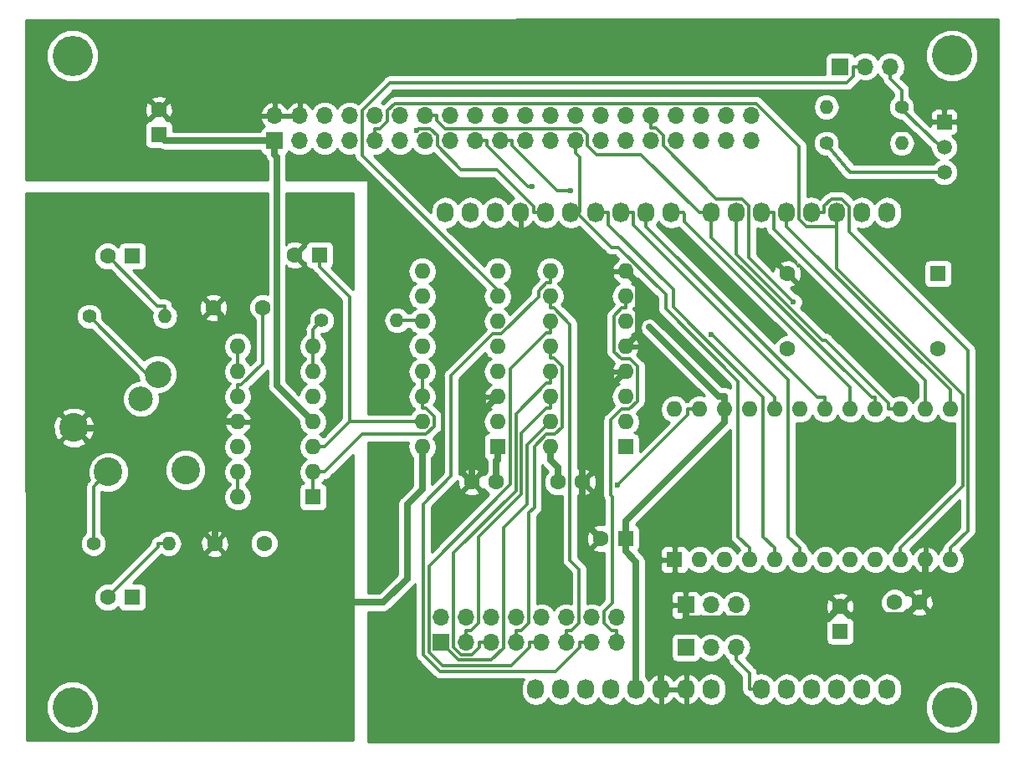
<source format=gbl>
G04 #@! TF.GenerationSoftware,KiCad,Pcbnew,(5.0.0-3-g5ebb6b6)*
G04 #@! TF.CreationDate,2019-01-15T21:50:23+09:00*
G04 #@! TF.ProjectId,YM2151,594D323135312E6B696361645F706362,rev?*
G04 #@! TF.SameCoordinates,Original*
G04 #@! TF.FileFunction,Copper,L2,Bot,Signal*
G04 #@! TF.FilePolarity,Positive*
%FSLAX46Y46*%
G04 Gerber Fmt 4.6, Leading zero omitted, Abs format (unit mm)*
G04 Created by KiCad (PCBNEW (5.0.0-3-g5ebb6b6)) date *
%MOMM*%
%LPD*%
G01*
G04 APERTURE LIST*
G04 #@! TA.AperFunction,ComponentPad*
%ADD10R,1.600000X1.600000*%
G04 #@! TD*
G04 #@! TA.AperFunction,ComponentPad*
%ADD11C,1.600000*%
G04 #@! TD*
G04 #@! TA.AperFunction,ComponentPad*
%ADD12C,1.400000*%
G04 #@! TD*
G04 #@! TA.AperFunction,ComponentPad*
%ADD13O,1.400000X1.400000*%
G04 #@! TD*
G04 #@! TA.AperFunction,ComponentPad*
%ADD14R,1.700000X1.700000*%
G04 #@! TD*
G04 #@! TA.AperFunction,ComponentPad*
%ADD15O,1.700000X1.700000*%
G04 #@! TD*
G04 #@! TA.AperFunction,ComponentPad*
%ADD16C,1.500000*%
G04 #@! TD*
G04 #@! TA.AperFunction,ComponentPad*
%ADD17R,1.500000X1.500000*%
G04 #@! TD*
G04 #@! TA.AperFunction,ComponentPad*
%ADD18O,1.600000X1.600000*%
G04 #@! TD*
G04 #@! TA.AperFunction,ComponentPad*
%ADD19C,2.900000*%
G04 #@! TD*
G04 #@! TA.AperFunction,ComponentPad*
%ADD20C,2.700000*%
G04 #@! TD*
G04 #@! TA.AperFunction,ComponentPad*
%ADD21C,2.500000*%
G04 #@! TD*
G04 #@! TA.AperFunction,ComponentPad*
%ADD22O,1.727200X2.032000*%
G04 #@! TD*
G04 #@! TA.AperFunction,ComponentPad*
%ADD23C,4.064000*%
G04 #@! TD*
G04 #@! TA.AperFunction,ViaPad*
%ADD24C,0.600000*%
G04 #@! TD*
G04 #@! TA.AperFunction,Conductor*
%ADD25C,0.350000*%
G04 #@! TD*
G04 #@! TA.AperFunction,Conductor*
%ADD26C,0.650000*%
G04 #@! TD*
G04 #@! TA.AperFunction,Conductor*
%ADD27C,0.254000*%
G04 #@! TD*
G04 APERTURE END LIST*
D10*
G04 #@! TO.P,C1,1*
G04 #@! TO.N,Net-(C1-Pad1)*
X117028000Y-79853000D03*
D11*
G04 #@! TO.P,C1,2*
G04 #@! TO.N,GNDA*
X114528000Y-79853000D03*
G04 #@! TD*
G04 #@! TO.P,C4,2*
G04 #@! TO.N,Net-(C4-Pad2)*
X95605000Y-79980000D03*
D10*
G04 #@! TO.P,C4,1*
G04 #@! TO.N,Net-(C4-Pad1)*
X98105000Y-79980000D03*
G04 #@! TD*
G04 #@! TO.P,C5,1*
G04 #@! TO.N,Net-(C5-Pad1)*
X98105000Y-114524000D03*
D11*
G04 #@! TO.P,C5,2*
G04 #@! TO.N,Net-(C5-Pad2)*
X95605000Y-114524000D03*
G04 #@! TD*
G04 #@! TO.P,C6,2*
G04 #@! TO.N,GNDD*
X145516000Y-108555000D03*
D10*
G04 #@! TO.P,C6,1*
G04 #@! TO.N,VCC*
X148016000Y-108555000D03*
G04 #@! TD*
G04 #@! TO.P,C10,1*
G04 #@! TO.N,VCC*
X169733000Y-117953000D03*
D11*
G04 #@! TO.P,C10,2*
G04 #@! TO.N,GNDD*
X169733000Y-115453000D03*
G04 #@! TD*
D12*
G04 #@! TO.P,R5,1*
G04 #@! TO.N,Net-(R5-Pad1)*
X117268000Y-86495000D03*
D13*
G04 #@! TO.P,R5,2*
G04 #@! TO.N,Net-(R5-Pad2)*
X124888000Y-86495000D03*
G04 #@! TD*
D14*
G04 #@! TO.P,JP3,1*
G04 #@! TO.N,Net-(JP3-Pad1)*
X129347000Y-119096000D03*
D15*
G04 #@! TO.P,JP3,2*
G04 #@! TO.N,Net-(JP2-Pad1)*
X129347000Y-116556000D03*
G04 #@! TO.P,JP3,3*
G04 #@! TO.N,Net-(JP3-Pad3)*
X131887000Y-119096000D03*
G04 #@! TO.P,JP3,4*
G04 #@! TO.N,Net-(JP2-Pad1)*
X131887000Y-116556000D03*
G04 #@! TO.P,JP3,5*
G04 #@! TO.N,Net-(JP3-Pad5)*
X134427000Y-119096000D03*
G04 #@! TO.P,JP3,6*
G04 #@! TO.N,Net-(JP2-Pad1)*
X134427000Y-116556000D03*
G04 #@! TO.P,JP3,7*
G04 #@! TO.N,Net-(JP3-Pad7)*
X136967000Y-119096000D03*
G04 #@! TO.P,JP3,8*
G04 #@! TO.N,Net-(JP2-Pad1)*
X136967000Y-116556000D03*
G04 #@! TO.P,JP3,9*
G04 #@! TO.N,Net-(JP3-Pad9)*
X139507000Y-119096000D03*
G04 #@! TO.P,JP3,10*
G04 #@! TO.N,Net-(JP2-Pad1)*
X139507000Y-116556000D03*
G04 #@! TO.P,JP3,11*
G04 #@! TO.N,Net-(JP3-Pad11)*
X142047000Y-119096000D03*
G04 #@! TO.P,JP3,12*
G04 #@! TO.N,Net-(JP2-Pad1)*
X142047000Y-116556000D03*
G04 #@! TO.P,JP3,13*
G04 #@! TO.N,Net-(JP3-Pad13)*
X144587000Y-119096000D03*
G04 #@! TO.P,JP3,14*
G04 #@! TO.N,Net-(JP2-Pad1)*
X144587000Y-116556000D03*
G04 #@! TO.P,JP3,15*
G04 #@! TO.N,Net-(JP3-Pad15)*
X147127000Y-119096000D03*
G04 #@! TO.P,JP3,16*
G04 #@! TO.N,Net-(JP2-Pad1)*
X147127000Y-116556000D03*
G04 #@! TD*
D14*
G04 #@! TO.P,JP4,1*
G04 #@! TO.N,VCC*
X112488000Y-68305000D03*
D15*
G04 #@! TO.P,JP4,2*
G04 #@! TO.N,GNDD*
X112488000Y-65765000D03*
G04 #@! TO.P,JP4,3*
G04 #@! TO.N,VCC*
X115028000Y-68305000D03*
G04 #@! TO.P,JP4,4*
G04 #@! TO.N,GNDD*
X115028000Y-65765000D03*
G04 #@! TO.P,JP4,5*
G04 #@! TO.N,N/C*
X117568000Y-68305000D03*
G04 #@! TO.P,JP4,6*
X117568000Y-65765000D03*
G04 #@! TO.P,JP4,7*
X120108000Y-68305000D03*
G04 #@! TO.P,JP4,8*
X120108000Y-65765000D03*
G04 #@! TO.P,JP4,9*
G04 #@! TO.N,/D0*
X122648000Y-68305000D03*
G04 #@! TO.P,JP4,10*
G04 #@! TO.N,/D1*
X122648000Y-65765000D03*
G04 #@! TO.P,JP4,11*
G04 #@! TO.N,/D2*
X125188000Y-68305000D03*
G04 #@! TO.P,JP4,12*
G04 #@! TO.N,/D3*
X125188000Y-65765000D03*
G04 #@! TO.P,JP4,13*
G04 #@! TO.N,/D4*
X127728000Y-68305000D03*
G04 #@! TO.P,JP4,14*
G04 #@! TO.N,/D5*
X127728000Y-65765000D03*
G04 #@! TO.P,JP4,15*
G04 #@! TO.N,/D6*
X130268000Y-68305000D03*
G04 #@! TO.P,JP4,16*
G04 #@! TO.N,/D7*
X130268000Y-65765000D03*
G04 #@! TO.P,JP4,17*
G04 #@! TO.N,/~RD*
X132808000Y-68305000D03*
G04 #@! TO.P,JP4,18*
G04 #@! TO.N,N/C*
X132808000Y-65765000D03*
G04 #@! TO.P,JP4,19*
G04 #@! TO.N,/~WR*
X135348000Y-68305000D03*
G04 #@! TO.P,JP4,20*
G04 #@! TO.N,N/C*
X135348000Y-65765000D03*
G04 #@! TO.P,JP4,21*
G04 #@! TO.N,RES*
X137888000Y-68305000D03*
G04 #@! TO.P,JP4,22*
G04 #@! TO.N,N/C*
X137888000Y-65765000D03*
G04 #@! TO.P,JP4,23*
X140428000Y-68305000D03*
G04 #@! TO.P,JP4,24*
X140428000Y-65765000D03*
G04 #@! TO.P,JP4,25*
G04 #@! TO.N,/A0*
X142968000Y-68305000D03*
G04 #@! TO.P,JP4,26*
G04 #@! TO.N,N/C*
X142968000Y-65765000D03*
G04 #@! TO.P,JP4,27*
X145508000Y-68305000D03*
G04 #@! TO.P,JP4,28*
X145508000Y-65765000D03*
G04 #@! TO.P,JP4,29*
X148048000Y-68305000D03*
G04 #@! TO.P,JP4,30*
G04 #@! TO.N,/A5*
X148048000Y-65765000D03*
G04 #@! TO.P,JP4,31*
G04 #@! TO.N,/A6*
X150588000Y-68305000D03*
G04 #@! TO.P,JP4,32*
G04 #@! TO.N,/A7*
X150588000Y-65765000D03*
G04 #@! TO.P,JP4,33*
G04 #@! TO.N,N/C*
X153128000Y-68305000D03*
G04 #@! TO.P,JP4,34*
X153128000Y-65765000D03*
G04 #@! TO.P,JP4,35*
X155668000Y-68305000D03*
G04 #@! TO.P,JP4,36*
X155668000Y-65765000D03*
G04 #@! TO.P,JP4,37*
X158208000Y-68305000D03*
G04 #@! TO.P,JP4,38*
X158208000Y-65765000D03*
G04 #@! TO.P,JP4,39*
X160748000Y-68305000D03*
G04 #@! TO.P,JP4,40*
X160748000Y-65765000D03*
G04 #@! TD*
D10*
G04 #@! TO.P,C11,1*
G04 #@! TO.N,VCC*
X100772000Y-67661000D03*
D11*
G04 #@! TO.P,C11,2*
G04 #@! TO.N,GNDD*
X100772000Y-65161000D03*
G04 #@! TD*
G04 #@! TO.P,C7,1*
G04 #@! TO.N,VCC*
X134935000Y-102840000D03*
G04 #@! TO.P,C7,2*
G04 #@! TO.N,GNDD*
X132435000Y-102840000D03*
G04 #@! TD*
G04 #@! TO.P,C8,2*
G04 #@! TO.N,GNDD*
X177734000Y-115032000D03*
G04 #@! TO.P,C8,1*
G04 #@! TO.N,VCC*
X175234000Y-115032000D03*
G04 #@! TD*
G04 #@! TO.P,C9,1*
G04 #@! TO.N,VCC*
X141158000Y-102840000D03*
G04 #@! TO.P,C9,2*
G04 #@! TO.N,GNDD*
X143658000Y-102840000D03*
G04 #@! TD*
D15*
G04 #@! TO.P,JP1,3*
G04 #@! TO.N,Net-(JP1-Pad3)*
X159192000Y-115286000D03*
G04 #@! TO.P,JP1,2*
G04 #@! TO.N,/~CS*
X156652000Y-115286000D03*
D14*
G04 #@! TO.P,JP1,1*
G04 #@! TO.N,GNDD*
X154112000Y-115286000D03*
G04 #@! TD*
G04 #@! TO.P,JP2,1*
G04 #@! TO.N,Net-(JP2-Pad1)*
X154112000Y-119604000D03*
D15*
G04 #@! TO.P,JP2,2*
G04 #@! TO.N,Net-(JP1-Pad3)*
X156652000Y-119604000D03*
G04 #@! TO.P,JP2,3*
G04 #@! TO.N,/~CE*
X159192000Y-119604000D03*
G04 #@! TD*
D16*
G04 #@! TO.P,Q1,2*
G04 #@! TO.N,Net-(JP5-Pad3)*
X180274000Y-68931000D03*
G04 #@! TO.P,Q1,3*
G04 #@! TO.N,Net-(Q1-Pad3)*
X180274000Y-71471000D03*
D17*
G04 #@! TO.P,Q1,1*
G04 #@! TO.N,GNDD*
X180274000Y-66391000D03*
G04 #@! TD*
D10*
G04 #@! TO.P,U4,1*
G04 #@! TO.N,/A5*
X148016000Y-99284000D03*
D18*
G04 #@! TO.P,U4,9*
G04 #@! TO.N,Net-(JP3-Pad13)*
X140396000Y-81504000D03*
G04 #@! TO.P,U4,2*
G04 #@! TO.N,/A6*
X148016000Y-96744000D03*
G04 #@! TO.P,U4,10*
G04 #@! TO.N,Net-(JP3-Pad11)*
X140396000Y-84044000D03*
G04 #@! TO.P,U4,3*
G04 #@! TO.N,/A7*
X148016000Y-94204000D03*
G04 #@! TO.P,U4,11*
G04 #@! TO.N,Net-(JP3-Pad9)*
X140396000Y-86584000D03*
G04 #@! TO.P,U4,4*
G04 #@! TO.N,GNDD*
X148016000Y-91664000D03*
G04 #@! TO.P,U4,12*
G04 #@! TO.N,Net-(JP3-Pad7)*
X140396000Y-89124000D03*
G04 #@! TO.P,U4,5*
G04 #@! TO.N,GNDD*
X148016000Y-89124000D03*
G04 #@! TO.P,U4,13*
G04 #@! TO.N,Net-(JP3-Pad5)*
X140396000Y-91664000D03*
G04 #@! TO.P,U4,6*
G04 #@! TO.N,VCC*
X148016000Y-86584000D03*
G04 #@! TO.P,U4,14*
G04 #@! TO.N,Net-(JP3-Pad3)*
X140396000Y-94204000D03*
G04 #@! TO.P,U4,7*
G04 #@! TO.N,Net-(JP3-Pad15)*
X148016000Y-84044000D03*
G04 #@! TO.P,U4,15*
G04 #@! TO.N,Net-(JP3-Pad1)*
X140396000Y-96744000D03*
G04 #@! TO.P,U4,8*
G04 #@! TO.N,GNDD*
X148016000Y-81504000D03*
G04 #@! TO.P,U4,16*
G04 #@! TO.N,VCC*
X140396000Y-99284000D03*
G04 #@! TD*
D13*
G04 #@! TO.P,R3,2*
G04 #@! TO.N,RES*
X175956000Y-68550000D03*
D12*
G04 #@! TO.P,R3,1*
G04 #@! TO.N,Net-(Q1-Pad3)*
X168336000Y-68550000D03*
G04 #@! TD*
G04 #@! TO.P,R4,1*
G04 #@! TO.N,Net-(JP5-Pad3)*
X175956000Y-64867000D03*
D13*
G04 #@! TO.P,R4,2*
G04 #@! TO.N,VCC*
X168336000Y-64867000D03*
G04 #@! TD*
D19*
G04 #@! TO.P,J1,1*
G04 #@! TO.N,GNDA*
X92178000Y-97335000D03*
D20*
G04 #@! TO.P,J1,2*
G04 #@! TO.N,Net-(J1-Pad2)*
X100678000Y-91935000D03*
D21*
G04 #@! TO.P,J1,3*
G04 #@! TO.N,N/C*
X98978000Y-94435000D03*
D19*
G04 #@! TO.P,J1,4*
X103478000Y-101635000D03*
G04 #@! TO.P,J1,5*
G04 #@! TO.N,Net-(J1-Pad5)*
X95678000Y-101835000D03*
G04 #@! TD*
D11*
G04 #@! TO.P,C3,2*
G04 #@! TO.N,GNDA*
X106440000Y-109063000D03*
G04 #@! TO.P,C3,1*
G04 #@! TO.N,Net-(C3-Pad1)*
X111440000Y-109063000D03*
G04 #@! TD*
G04 #@! TO.P,C2,1*
G04 #@! TO.N,Net-(C2-Pad1)*
X111313000Y-85187000D03*
G04 #@! TO.P,C2,2*
G04 #@! TO.N,GNDA*
X106313000Y-85187000D03*
G04 #@! TD*
D22*
G04 #@! TO.P,P1,1*
G04 #@! TO.N,N/C*
X138938000Y-123825000D03*
G04 #@! TO.P,P1,2*
X141478000Y-123825000D03*
G04 #@! TO.P,P1,3*
X144018000Y-123825000D03*
G04 #@! TO.P,P1,4*
X146558000Y-123825000D03*
G04 #@! TO.P,P1,5*
G04 #@! TO.N,VCC*
X149098000Y-123825000D03*
G04 #@! TO.P,P1,6*
G04 #@! TO.N,GNDD*
X151638000Y-123825000D03*
G04 #@! TO.P,P1,7*
X154178000Y-123825000D03*
G04 #@! TO.P,P1,8*
G04 #@! TO.N,N/C*
X156718000Y-123825000D03*
G04 #@! TD*
G04 #@! TO.P,P2,1*
G04 #@! TO.N,/~CE*
X161798000Y-123825000D03*
G04 #@! TO.P,P2,2*
G04 #@! TO.N,N/C*
X164338000Y-123825000D03*
G04 #@! TO.P,P2,3*
X166878000Y-123825000D03*
G04 #@! TO.P,P2,4*
X169418000Y-123825000D03*
G04 #@! TO.P,P2,5*
X171958000Y-123825000D03*
G04 #@! TO.P,P2,6*
X174498000Y-123825000D03*
G04 #@! TD*
G04 #@! TO.P,P3,1*
G04 #@! TO.N,N/C*
X129794000Y-75565000D03*
G04 #@! TO.P,P3,2*
X132334000Y-75565000D03*
G04 #@! TO.P,P3,3*
X134874000Y-75565000D03*
G04 #@! TO.P,P3,4*
G04 #@! TO.N,GNDD*
X137414000Y-75565000D03*
G04 #@! TO.P,P3,5*
G04 #@! TO.N,Net-(JP5-Pad1)*
X139954000Y-75565000D03*
G04 #@! TO.P,P3,6*
G04 #@! TO.N,/A0*
X142494000Y-75565000D03*
G04 #@! TO.P,P3,7*
G04 #@! TO.N,/~WR*
X145034000Y-75565000D03*
G04 #@! TO.P,P3,8*
G04 #@! TO.N,/~RD*
X147574000Y-75565000D03*
G04 #@! TO.P,P3,9*
G04 #@! TO.N,/D7*
X150114000Y-75565000D03*
G04 #@! TO.P,P3,10*
G04 #@! TO.N,/D6*
X152654000Y-75565000D03*
G04 #@! TD*
G04 #@! TO.P,P4,1*
G04 #@! TO.N,/D5*
X156718000Y-75565000D03*
G04 #@! TO.P,P4,2*
G04 #@! TO.N,/D4*
X159258000Y-75565000D03*
G04 #@! TO.P,P4,3*
G04 #@! TO.N,/D3*
X161798000Y-75565000D03*
G04 #@! TO.P,P4,4*
G04 #@! TO.N,/D2*
X164338000Y-75565000D03*
G04 #@! TO.P,P4,5*
G04 #@! TO.N,/D1*
X166878000Y-75565000D03*
G04 #@! TO.P,P4,6*
G04 #@! TO.N,/D0*
X169418000Y-75565000D03*
G04 #@! TO.P,P4,7*
G04 #@! TO.N,N/C*
X171958000Y-75565000D03*
G04 #@! TO.P,P4,8*
X174498000Y-75565000D03*
G04 #@! TD*
D23*
G04 #@! TO.P,P5,1*
G04 #@! TO.N,N/C*
X92048000Y-125635000D03*
G04 #@! TD*
G04 #@! TO.P,P6,1*
G04 #@! TO.N,N/C*
X181038000Y-125645000D03*
G04 #@! TD*
G04 #@! TO.P,P7,1*
G04 #@! TO.N,N/C*
X92058000Y-59695000D03*
G04 #@! TD*
G04 #@! TO.P,P8,1*
G04 #@! TO.N,N/C*
X181048000Y-59655000D03*
G04 #@! TD*
D12*
G04 #@! TO.P,R1,1*
G04 #@! TO.N,Net-(J1-Pad2)*
X93748000Y-86075000D03*
D13*
G04 #@! TO.P,R1,2*
G04 #@! TO.N,Net-(C4-Pad2)*
X101368000Y-86075000D03*
G04 #@! TD*
D12*
G04 #@! TO.P,R2,1*
G04 #@! TO.N,Net-(J1-Pad5)*
X94168000Y-109063000D03*
D13*
G04 #@! TO.P,R2,2*
G04 #@! TO.N,Net-(C5-Pad2)*
X101788000Y-109063000D03*
G04 #@! TD*
D10*
G04 #@! TO.P,U1,1*
G04 #@! TO.N,GNDD*
X152969000Y-110714000D03*
D18*
G04 #@! TO.P,U1,13*
G04 #@! TO.N,/D2*
X180909000Y-95474000D03*
G04 #@! TO.P,U1,2*
G04 #@! TO.N,N/C*
X155509000Y-110714000D03*
G04 #@! TO.P,U1,14*
G04 #@! TO.N,/D3*
X178369000Y-95474000D03*
G04 #@! TO.P,U1,3*
G04 #@! TO.N,/~IC*
X158049000Y-110714000D03*
G04 #@! TO.P,U1,15*
G04 #@! TO.N,/D4*
X175829000Y-95474000D03*
G04 #@! TO.P,U1,4*
G04 #@! TO.N,/A0*
X160589000Y-110714000D03*
G04 #@! TO.P,U1,16*
G04 #@! TO.N,/D5*
X173289000Y-95474000D03*
G04 #@! TO.P,U1,5*
G04 #@! TO.N,/~WR*
X163129000Y-110714000D03*
G04 #@! TO.P,U1,17*
G04 #@! TO.N,/D6*
X170749000Y-95474000D03*
G04 #@! TO.P,U1,6*
G04 #@! TO.N,/~RD*
X165669000Y-110714000D03*
G04 #@! TO.P,U1,18*
G04 #@! TO.N,/D7*
X168209000Y-95474000D03*
G04 #@! TO.P,U1,7*
G04 #@! TO.N,/~CS*
X168209000Y-110714000D03*
G04 #@! TO.P,U1,19*
G04 #@! TO.N,Net-(U1-Pad19)*
X165669000Y-95474000D03*
G04 #@! TO.P,U1,8*
G04 #@! TO.N,N/C*
X170749000Y-110714000D03*
G04 #@! TO.P,U1,20*
G04 #@! TO.N,Net-(U1-Pad20)*
X163129000Y-95474000D03*
G04 #@! TO.P,U1,9*
G04 #@! TO.N,N/C*
X173289000Y-110714000D03*
G04 #@! TO.P,U1,21*
G04 #@! TO.N,Net-(U1-Pad21)*
X160589000Y-95474000D03*
G04 #@! TO.P,U1,10*
G04 #@! TO.N,/D0*
X175829000Y-110714000D03*
G04 #@! TO.P,U1,22*
G04 #@! TO.N,VCC*
X158049000Y-95474000D03*
G04 #@! TO.P,U1,11*
G04 #@! TO.N,GNDD*
X178369000Y-110714000D03*
G04 #@! TO.P,U1,23*
G04 #@! TO.N,Net-(U1-Pad23)*
X155509000Y-95474000D03*
G04 #@! TO.P,U1,12*
G04 #@! TO.N,/D1*
X180909000Y-110714000D03*
G04 #@! TO.P,U1,24*
G04 #@! TO.N,/phM*
X152969000Y-95474000D03*
G04 #@! TD*
D10*
G04 #@! TO.P,U2,1*
G04 #@! TO.N,VCC*
X135062000Y-99284000D03*
D18*
G04 #@! TO.P,U2,9*
G04 #@! TO.N,Net-(C3-Pad1)*
X127442000Y-81504000D03*
G04 #@! TO.P,U2,2*
G04 #@! TO.N,Net-(U1-Pad23)*
X135062000Y-96744000D03*
G04 #@! TO.P,U2,10*
G04 #@! TO.N,Net-(C2-Pad1)*
X127442000Y-84044000D03*
G04 #@! TO.P,U2,3*
G04 #@! TO.N,GNDD*
X135062000Y-94204000D03*
G04 #@! TO.P,U2,11*
G04 #@! TO.N,Net-(R5-Pad2)*
X127442000Y-86584000D03*
G04 #@! TO.P,U2,4*
G04 #@! TO.N,Net-(U1-Pad21)*
X135062000Y-91664000D03*
G04 #@! TO.P,U2,12*
G04 #@! TO.N,Net-(U2-Pad12)*
X127442000Y-89124000D03*
G04 #@! TO.P,U2,5*
G04 #@! TO.N,Net-(U1-Pad19)*
X135062000Y-89124000D03*
G04 #@! TO.P,U2,13*
G04 #@! TO.N,Net-(U2-Pad13)*
X127442000Y-91664000D03*
G04 #@! TO.P,U2,6*
G04 #@! TO.N,Net-(U1-Pad20)*
X135062000Y-86584000D03*
G04 #@! TO.P,U2,14*
G04 #@! TO.N,Net-(U2-Pad13)*
X127442000Y-94204000D03*
G04 #@! TO.P,U2,7*
G04 #@! TO.N,/~IC*
X135062000Y-84044000D03*
G04 #@! TO.P,U2,15*
G04 #@! TO.N,Net-(C1-Pad1)*
X127442000Y-96744000D03*
G04 #@! TO.P,U2,8*
G04 #@! TO.N,GNDA*
X135062000Y-81504000D03*
G04 #@! TO.P,U2,16*
X127442000Y-99284000D03*
G04 #@! TD*
D10*
G04 #@! TO.P,U3,1*
G04 #@! TO.N,Net-(U2-Pad13)*
X116393000Y-104364000D03*
D18*
G04 #@! TO.P,U3,8*
G04 #@! TO.N,Net-(C4-Pad1)*
X108773000Y-89124000D03*
G04 #@! TO.P,U3,2*
G04 #@! TO.N,Net-(U2-Pad13)*
X116393000Y-101824000D03*
G04 #@! TO.P,U3,9*
G04 #@! TO.N,Net-(C4-Pad1)*
X108773000Y-91664000D03*
G04 #@! TO.P,U3,3*
G04 #@! TO.N,Net-(C1-Pad1)*
X116393000Y-99284000D03*
G04 #@! TO.P,U3,10*
G04 #@! TO.N,Net-(C2-Pad1)*
X108773000Y-94204000D03*
G04 #@! TO.P,U3,4*
G04 #@! TO.N,VCC*
X116393000Y-96744000D03*
G04 #@! TO.P,U3,11*
G04 #@! TO.N,GNDA*
X108773000Y-96744000D03*
G04 #@! TO.P,U3,5*
G04 #@! TO.N,Net-(U2-Pad12)*
X116393000Y-94204000D03*
G04 #@! TO.P,U3,12*
G04 #@! TO.N,Net-(C3-Pad1)*
X108773000Y-99284000D03*
G04 #@! TO.P,U3,6*
G04 #@! TO.N,Net-(R5-Pad1)*
X116393000Y-91664000D03*
G04 #@! TO.P,U3,13*
G04 #@! TO.N,Net-(C5-Pad1)*
X108773000Y-101824000D03*
G04 #@! TO.P,U3,7*
G04 #@! TO.N,Net-(R5-Pad1)*
X116393000Y-89124000D03*
G04 #@! TO.P,U3,14*
G04 #@! TO.N,Net-(C5-Pad1)*
X108773000Y-104364000D03*
G04 #@! TD*
D10*
G04 #@! TO.P,O1,1*
G04 #@! TO.N,N/C*
X179639000Y-81758000D03*
D11*
G04 #@! TO.P,O1,14*
G04 #@! TO.N,VCC*
X179639000Y-89378000D03*
G04 #@! TO.P,O1,8*
G04 #@! TO.N,/phM*
X164399000Y-89378000D03*
G04 #@! TO.P,O1,7*
G04 #@! TO.N,GNDD*
X164399000Y-81758000D03*
G04 #@! TD*
D14*
G04 #@! TO.P,JP5,1*
G04 #@! TO.N,Net-(JP5-Pad1)*
X169733000Y-60803000D03*
D15*
G04 #@! TO.P,JP5,2*
G04 #@! TO.N,/~IC*
X172273000Y-60803000D03*
G04 #@! TO.P,JP5,3*
G04 #@! TO.N,Net-(JP5-Pad3)*
X174813000Y-60803000D03*
G04 #@! TD*
D24*
G04 #@! TO.N,GNDA*
X119187000Y-115032000D03*
X118425000Y-90394000D03*
X118552000Y-95601000D03*
G04 #@! TO.N,VCC*
X150436000Y-87181100D03*
G04 #@! TO.N,/~WR*
X142428000Y-73385000D03*
G04 #@! TO.N,/~RD*
X138522000Y-72920000D03*
G04 #@! TO.N,Net-(U1-Pad20)*
X156647000Y-87934200D03*
G04 #@! TO.N,Net-(U1-Pad23)*
X147232000Y-103158000D03*
G04 #@! TO.N,GNDD*
X166812000Y-84298000D03*
X171384000Y-88616000D03*
X124267000Y-103856000D03*
X140523000Y-110460000D03*
X172781000Y-103221000D03*
X166304000Y-98268000D03*
X130236000Y-81758000D03*
X158049000Y-82647000D03*
X125791000Y-71979000D03*
X124394000Y-93823000D03*
X132435000Y-96831000D03*
G04 #@! TO.N,/A7*
X165021000Y-84626600D03*
G04 #@! TO.N,Net-(JP5-Pad1)*
X126868500Y-67225300D03*
G04 #@! TD*
D25*
G04 #@! TO.N,/A0*
X143305000Y-75565000D02*
X143389000Y-75480400D01*
X143389000Y-75480400D02*
X143389000Y-69951500D01*
X143389000Y-69951500D02*
X142968000Y-69530300D01*
X142968000Y-69530300D02*
X142968000Y-68305000D01*
X142494000Y-75565000D02*
X143305000Y-75565000D01*
X160589000Y-110714000D02*
X160589000Y-109539000D01*
X160589000Y-109539000D02*
X159414000Y-108363000D01*
X159414000Y-108363000D02*
X159414000Y-92636300D01*
X159414000Y-92636300D02*
X152085000Y-85307900D01*
X152085000Y-85307900D02*
X152085000Y-83887500D01*
X152085000Y-83887500D02*
X147291000Y-79093100D01*
X147291000Y-79093100D02*
X146612000Y-79093100D01*
X146612000Y-79093100D02*
X143305000Y-75785600D01*
X143305000Y-75785600D02*
X143305000Y-75565000D01*
G04 #@! TO.N,Net-(C1-Pad1)*
X120108000Y-96744000D02*
X127442000Y-96744000D01*
X116393000Y-99284000D02*
X117568000Y-99284000D01*
X117568000Y-99284000D02*
X120108000Y-96744000D01*
X120108000Y-96744000D02*
X120108000Y-84108600D01*
X120108000Y-84108600D02*
X117028000Y-81028300D01*
X117028000Y-81028300D02*
X117028000Y-79853000D01*
D26*
G04 #@! TO.N,GNDA*
X107103000Y-96744000D02*
X107103000Y-85977300D01*
X107103000Y-85977300D02*
X106313000Y-85187000D01*
X108773000Y-96744000D02*
X107103000Y-96744000D01*
X106440000Y-97407300D02*
X107103000Y-96744000D01*
X127442000Y-99284000D02*
X127442000Y-103602000D01*
X127442000Y-103602000D02*
X125918000Y-105126000D01*
X125918000Y-105126000D02*
X125918000Y-112619000D01*
X125918000Y-112619000D02*
X123505000Y-115032000D01*
X123505000Y-115032000D02*
X119187000Y-115032000D01*
X106440000Y-109063000D02*
X106440000Y-97407300D01*
X106440000Y-97407300D02*
X92250300Y-97407300D01*
X92250300Y-97407300D02*
X92178000Y-97335000D01*
D25*
G04 #@! TO.N,Net-(C2-Pad1)*
X108773000Y-94204000D02*
X108773000Y-93028700D01*
X108773000Y-93028700D02*
X109140000Y-93028700D01*
X109140000Y-93028700D02*
X111313000Y-90856000D01*
X111313000Y-90856000D02*
X111313000Y-85187000D01*
G04 #@! TO.N,Net-(C4-Pad1)*
X108773000Y-91664000D02*
X108773000Y-89124000D01*
G04 #@! TO.N,Net-(C4-Pad2)*
X101368000Y-86075000D02*
X101368000Y-84999700D01*
X101368000Y-84999700D02*
X100625000Y-84999700D01*
X100625000Y-84999700D02*
X95605000Y-79980000D01*
G04 #@! TO.N,Net-(C5-Pad1)*
X108773000Y-104364000D02*
X108773000Y-101824000D01*
G04 #@! TO.N,Net-(C5-Pad2)*
X101788000Y-109063000D02*
X100713000Y-109063000D01*
X100713000Y-109063000D02*
X100713000Y-109416000D01*
X100713000Y-109416000D02*
X95605000Y-114524000D01*
D26*
G04 #@! TO.N,VCC*
X158049000Y-95474000D02*
X158049000Y-94148700D01*
X158049000Y-94148700D02*
X157404000Y-94148700D01*
X157404000Y-94148700D02*
X150436000Y-87181100D01*
X140396000Y-99284000D02*
X140396000Y-100609000D01*
X140396000Y-100609000D02*
X141158000Y-101371000D01*
X141158000Y-101371000D02*
X141158000Y-102840000D01*
X112488000Y-68305000D02*
X112488000Y-69680300D01*
X112488000Y-69680300D02*
X112732000Y-69924800D01*
X112732000Y-69924800D02*
X112732000Y-93083500D01*
X112732000Y-93083500D02*
X116393000Y-96744000D01*
X149098000Y-123825000D02*
X149098000Y-110962000D01*
X149098000Y-110962000D02*
X148016000Y-109880000D01*
X148016000Y-109880000D02*
X148016000Y-108555000D01*
X158049000Y-95474000D02*
X158049000Y-96799300D01*
X158049000Y-96799300D02*
X148016000Y-106832000D01*
X148016000Y-106832000D02*
X148016000Y-108555000D01*
X135062000Y-99284000D02*
X135062000Y-100609000D01*
X135062000Y-100609000D02*
X134935000Y-100736000D01*
X134935000Y-100736000D02*
X134935000Y-102840000D01*
X112488000Y-68305000D02*
X101416000Y-68305000D01*
X101416000Y-68305000D02*
X100772000Y-67661000D01*
D25*
G04 #@! TO.N,Net-(J1-Pad2)*
X93748000Y-86075000D02*
X99608000Y-91935000D01*
X99608000Y-91935000D02*
X100678000Y-91935000D01*
G04 #@! TO.N,Net-(J1-Pad5)*
X94168000Y-109063000D02*
X94168000Y-103345000D01*
X94168000Y-103345000D02*
X95678000Y-101835000D01*
G04 #@! TO.N,/~IC*
X172273000Y-60803000D02*
X171047700Y-60803000D01*
X135062000Y-83456300D02*
X121378000Y-69772300D01*
X121378000Y-69772300D02*
X121378000Y-65233000D01*
X121378000Y-65233000D02*
X124193300Y-62417700D01*
X124193300Y-62417700D02*
X170389200Y-62417700D01*
X170389200Y-62417700D02*
X171047700Y-61759200D01*
X171047700Y-61759200D02*
X171047700Y-60803000D01*
X135062000Y-84044000D02*
X135062000Y-83456300D01*
G04 #@! TO.N,/~WR*
X142428000Y-73385000D02*
X141131000Y-73370400D01*
X141131000Y-73370400D02*
X136573000Y-68812800D01*
X136573000Y-68812800D02*
X136573000Y-68305000D01*
X136573000Y-68305000D02*
X135348000Y-68305000D01*
X163129000Y-110714000D02*
X163129000Y-109539000D01*
X163129000Y-109539000D02*
X161954000Y-108363000D01*
X161954000Y-108363000D02*
X161954000Y-94248600D01*
X161954000Y-94248600D02*
X152830000Y-85125000D01*
X152830000Y-85125000D02*
X152830000Y-83361100D01*
X152830000Y-83361100D02*
X146273000Y-76803900D01*
X146273000Y-76803900D02*
X146273000Y-75565000D01*
X146273000Y-75565000D02*
X145034000Y-75565000D01*
G04 #@! TO.N,/~RD*
X138522000Y-72920000D02*
X138140000Y-72920000D01*
X138140000Y-72920000D02*
X134033000Y-68812800D01*
X134033000Y-68812800D02*
X134033000Y-68305000D01*
X134033000Y-68305000D02*
X132808000Y-68305000D01*
X165669000Y-110714000D02*
X165669000Y-109539000D01*
X165669000Y-109539000D02*
X164494000Y-108363000D01*
X164494000Y-108363000D02*
X164494000Y-92484700D01*
X164494000Y-92484700D02*
X148813000Y-76803900D01*
X148813000Y-76803900D02*
X148813000Y-75565000D01*
X148813000Y-75565000D02*
X147574000Y-75565000D01*
G04 #@! TO.N,/D7*
X168209000Y-95474000D02*
X168209000Y-94298700D01*
X168209000Y-94298700D02*
X167456000Y-94298700D01*
X167456000Y-94298700D02*
X150114000Y-76956300D01*
X150114000Y-76956300D02*
X150114000Y-75565000D01*
G04 #@! TO.N,/D6*
X152654000Y-75565000D02*
X153893000Y-75565000D01*
X153893000Y-75565000D02*
X154014000Y-75686100D01*
X154014000Y-75686100D02*
X154014000Y-76522800D01*
X154014000Y-76522800D02*
X170749000Y-93257600D01*
X170749000Y-93257600D02*
X170749000Y-95474000D01*
G04 #@! TO.N,/D5*
X173289000Y-95474000D02*
X173289000Y-94298700D01*
X173289000Y-94298700D02*
X172929000Y-94298700D01*
X172929000Y-94298700D02*
X156718000Y-78088000D01*
X156718000Y-78088000D02*
X156718000Y-75565000D01*
X127728000Y-65765000D02*
X128953000Y-65765000D01*
X128953000Y-65765000D02*
X128953000Y-66272800D01*
X128953000Y-66272800D02*
X129760000Y-67079600D01*
X129760000Y-67079600D02*
X143581000Y-67079600D01*
X143581000Y-67079600D02*
X144193000Y-67691700D01*
X144193000Y-67691700D02*
X144193000Y-68786300D01*
X144193000Y-68786300D02*
X145077000Y-69670200D01*
X145077000Y-69670200D02*
X149584000Y-69670200D01*
X149584000Y-69670200D02*
X155479000Y-75565000D01*
X155479000Y-75565000D02*
X156718000Y-75565000D01*
G04 #@! TO.N,/D4*
X175829000Y-95474000D02*
X174654000Y-95474000D01*
X174654000Y-95474000D02*
X174654000Y-94872500D01*
X174654000Y-94872500D02*
X168271000Y-88490200D01*
X168271000Y-88490200D02*
X167927000Y-88490200D01*
X167927000Y-88490200D02*
X159258000Y-79821000D01*
X159258000Y-79821000D02*
X159258000Y-75565000D01*
G04 #@! TO.N,/D3*
X161798000Y-75565000D02*
X163037000Y-75565000D01*
X163037000Y-75565000D02*
X163037000Y-77211700D01*
X163037000Y-77211700D02*
X178369000Y-92543800D01*
X178369000Y-92543800D02*
X178369000Y-95474000D01*
G04 #@! TO.N,/D2*
X164338000Y-75565000D02*
X164338000Y-76956300D01*
X164338000Y-76956300D02*
X180909000Y-93527300D01*
X180909000Y-93527300D02*
X180909000Y-95474000D01*
G04 #@! TO.N,/D1*
X180909000Y-110714000D02*
X180909000Y-109539000D01*
X180909000Y-109539000D02*
X182680000Y-107768000D01*
X182680000Y-107768000D02*
X182680000Y-89500600D01*
X182680000Y-89500600D02*
X170688000Y-77508500D01*
X170688000Y-77508500D02*
X170688000Y-74928500D01*
X170688000Y-74928500D02*
X169916000Y-74156100D01*
X169916000Y-74156100D02*
X168860000Y-74156100D01*
X168860000Y-74156100D02*
X168117000Y-74899200D01*
X168117000Y-74899200D02*
X168117000Y-75565000D01*
X168117000Y-75565000D02*
X166878000Y-75565000D01*
G04 #@! TO.N,/D0*
X169418000Y-76973400D02*
X169418000Y-75565000D01*
X175829000Y-110714000D02*
X175829000Y-109539000D01*
X175829000Y-109539000D02*
X182130000Y-103238000D01*
X182130000Y-103238000D02*
X182130000Y-93969600D01*
X182130000Y-93969600D02*
X169418000Y-81257900D01*
X169418000Y-81257900D02*
X169418000Y-76973400D01*
X169418000Y-76973400D02*
X166361000Y-76973400D01*
X166361000Y-76973400D02*
X165608000Y-76220200D01*
X165608000Y-76220200D02*
X165608000Y-68859700D01*
X165608000Y-68859700D02*
X161262000Y-64514100D01*
X161262000Y-64514100D02*
X124652000Y-64514100D01*
X124652000Y-64514100D02*
X123918000Y-65248100D01*
X123918000Y-65248100D02*
X123918000Y-66317500D01*
X123918000Y-66317500D02*
X123156000Y-67079700D01*
X123156000Y-67079700D02*
X122648000Y-67079700D01*
X122648000Y-67079700D02*
X122648000Y-68305000D01*
G04 #@! TO.N,Net-(U1-Pad20)*
X163129000Y-95474000D02*
X163129000Y-94298700D01*
X163129000Y-94298700D02*
X156764000Y-87934200D01*
X156764000Y-87934200D02*
X156647000Y-87934200D01*
G04 #@! TO.N,Net-(U1-Pad23)*
X155509000Y-95474000D02*
X154334000Y-95474000D01*
X154334000Y-95474000D02*
X154334000Y-96057200D01*
X154334000Y-96057200D02*
X147232000Y-103158000D01*
G04 #@! TO.N,Net-(U2-Pad13)*
X116393000Y-101824000D02*
X116393000Y-104364000D01*
X127442000Y-94204000D02*
X127442000Y-95379300D01*
X127442000Y-95379300D02*
X127807000Y-95379300D01*
X127807000Y-95379300D02*
X128626000Y-96197800D01*
X128626000Y-96197800D02*
X128626000Y-97230400D01*
X128626000Y-97230400D02*
X127842000Y-98014000D01*
X127842000Y-98014000D02*
X121378000Y-98014000D01*
X121378000Y-98014000D02*
X117568000Y-101824000D01*
X117568000Y-101824000D02*
X116393000Y-101824000D01*
X127442000Y-94204000D02*
X127442000Y-91664000D01*
D26*
G04 #@! TO.N,GNDD*
X169733000Y-115453000D02*
X170672000Y-116392000D01*
X170672000Y-116392000D02*
X176374000Y-116392000D01*
X176374000Y-116392000D02*
X177734000Y-115032000D01*
X154112000Y-116572000D02*
X154218000Y-116678000D01*
X154218000Y-116678000D02*
X168508000Y-116678000D01*
X168508000Y-116678000D02*
X169733000Y-115453000D01*
X148016000Y-81504000D02*
X149347000Y-82835000D01*
X149347000Y-82835000D02*
X149347000Y-87793000D01*
X149347000Y-87793000D02*
X148016000Y-89124000D01*
X143658000Y-102840000D02*
X143658000Y-96022000D01*
X143658000Y-96022000D02*
X148016000Y-91664000D01*
X154112000Y-115286000D02*
X154112000Y-116572000D01*
X154112000Y-116572000D02*
X154112000Y-116661000D01*
X154112000Y-116661000D02*
X151638000Y-119135000D01*
X151638000Y-119135000D02*
X151638000Y-123825000D01*
X178369000Y-110714000D02*
X178369000Y-114397000D01*
X178369000Y-114397000D02*
X177734000Y-115032000D01*
X132435000Y-102840000D02*
X132435000Y-96831000D01*
X132435000Y-96831000D02*
X135062000Y-94204000D01*
X145516000Y-108555000D02*
X143658000Y-106697000D01*
X143658000Y-106697000D02*
X143658000Y-102840000D01*
X132435000Y-96831000D02*
X132435000Y-96831000D01*
D25*
G04 #@! TO.N,/~CE*
X161798000Y-123825000D02*
X160559000Y-123825000D01*
X160559000Y-123825000D02*
X160559000Y-122196000D01*
X160559000Y-122196000D02*
X159192000Y-120829000D01*
X159192000Y-120829000D02*
X159192000Y-119604000D01*
G04 #@! TO.N,Net-(Q1-Pad3)*
X168336000Y-68550000D02*
X168558000Y-68885000D01*
X168558000Y-68885000D02*
X170749000Y-71471000D01*
X170749000Y-71471000D02*
X180274000Y-71471000D01*
G04 #@! TO.N,Net-(JP3-Pad1)*
X140396000Y-96744000D02*
X138043000Y-99097400D01*
X138043000Y-99097400D02*
X138043000Y-105094000D01*
X138043000Y-105094000D02*
X135697000Y-107440000D01*
X135697000Y-107440000D02*
X135697000Y-119629000D01*
X135697000Y-119629000D02*
X134451000Y-120875000D01*
X134451000Y-120875000D02*
X131126000Y-120875000D01*
X131126000Y-120875000D02*
X129347000Y-119096000D01*
G04 #@! TO.N,Net-(JP3-Pad3)*
X131887000Y-119096000D02*
X131887000Y-117871000D01*
X131887000Y-117871000D02*
X132347000Y-117871000D01*
X132347000Y-117871000D02*
X133112000Y-117105000D01*
X133112000Y-117105000D02*
X133112000Y-108423000D01*
X133112000Y-108423000D02*
X137492000Y-104043000D01*
X137492000Y-104043000D02*
X137492000Y-97917800D01*
X137492000Y-97917800D02*
X140031000Y-95379300D01*
X140031000Y-95379300D02*
X140396000Y-95379300D01*
X140396000Y-95379300D02*
X140396000Y-94204000D01*
G04 #@! TO.N,Net-(JP3-Pad5)*
X140396000Y-91664000D02*
X140396000Y-92839300D01*
X140396000Y-92839300D02*
X140029000Y-92839300D01*
X140029000Y-92839300D02*
X136942000Y-95926100D01*
X136942000Y-95926100D02*
X136942000Y-103709000D01*
X136942000Y-103709000D02*
X130623000Y-110028000D01*
X130623000Y-110028000D02*
X130623000Y-119568000D01*
X130623000Y-119568000D02*
X131380000Y-120325000D01*
X131380000Y-120325000D02*
X132481000Y-120325000D01*
X132481000Y-120325000D02*
X133202000Y-119604000D01*
X133202000Y-119604000D02*
X133202000Y-119096000D01*
X133202000Y-119096000D02*
X134427000Y-119096000D01*
G04 #@! TO.N,Net-(JP3-Pad7)*
X140396000Y-89124000D02*
X140396000Y-90299300D01*
X140396000Y-90299300D02*
X140763000Y-90299300D01*
X140763000Y-90299300D02*
X141586000Y-91121600D01*
X141586000Y-91121600D02*
X141586000Y-97292400D01*
X141586000Y-97292400D02*
X140864000Y-98014000D01*
X140864000Y-98014000D02*
X139998000Y-98014000D01*
X139998000Y-98014000D02*
X138787000Y-99224900D01*
X138787000Y-99224900D02*
X138787000Y-105404000D01*
X138787000Y-105404000D02*
X138237000Y-105954000D01*
X138237000Y-105954000D02*
X138237000Y-117108000D01*
X138237000Y-117108000D02*
X137475000Y-117871000D01*
X137475000Y-117871000D02*
X136967000Y-117871000D01*
X136967000Y-117871000D02*
X136967000Y-119096000D01*
G04 #@! TO.N,Net-(JP3-Pad9)*
X140396000Y-86584000D02*
X140396000Y-87759300D01*
X140396000Y-87759300D02*
X140029000Y-87759300D01*
X140029000Y-87759300D02*
X136392000Y-91396500D01*
X136392000Y-91396500D02*
X136392000Y-103046000D01*
X136392000Y-103046000D02*
X128110000Y-111327000D01*
X128110000Y-111327000D02*
X128110000Y-120090000D01*
X128110000Y-120090000D02*
X129466000Y-121446000D01*
X129466000Y-121446000D02*
X136440000Y-121446000D01*
X136440000Y-121446000D02*
X138282000Y-119604000D01*
X138282000Y-119604000D02*
X138282000Y-119096000D01*
X138282000Y-119096000D02*
X139507000Y-119096000D01*
G04 #@! TO.N,Net-(JP3-Pad11)*
X140396000Y-84044000D02*
X140396000Y-85219300D01*
X140396000Y-85219300D02*
X140763000Y-85219300D01*
X140763000Y-85219300D02*
X142408000Y-86864000D01*
X142408000Y-86864000D02*
X142408000Y-110764000D01*
X142408000Y-110764000D02*
X143317000Y-111673000D01*
X143317000Y-111673000D02*
X143317000Y-117108000D01*
X143317000Y-117108000D02*
X142555000Y-117871000D01*
X142555000Y-117871000D02*
X142047000Y-117871000D01*
X142047000Y-117871000D02*
X142047000Y-119096000D01*
G04 #@! TO.N,Net-(JP3-Pad13)*
X140396000Y-81504000D02*
X140396000Y-82679300D01*
X140396000Y-82679300D02*
X140029000Y-82679300D01*
X140029000Y-82679300D02*
X139221000Y-83487200D01*
X139221000Y-83487200D02*
X139221000Y-84100800D01*
X139221000Y-84100800D02*
X135468000Y-87854000D01*
X135468000Y-87854000D02*
X134578000Y-87854000D01*
X134578000Y-87854000D02*
X130371000Y-92061500D01*
X130371000Y-92061500D02*
X130371000Y-102246000D01*
X130371000Y-102246000D02*
X127560000Y-105057000D01*
X127560000Y-105057000D02*
X127560000Y-120318000D01*
X127560000Y-120318000D02*
X129238000Y-121996000D01*
X129238000Y-121996000D02*
X140970000Y-121996000D01*
X140970000Y-121996000D02*
X143362000Y-119604000D01*
X143362000Y-119604000D02*
X143362000Y-119096000D01*
X143362000Y-119096000D02*
X144587000Y-119096000D01*
G04 #@! TO.N,Net-(JP3-Pad15)*
X148016000Y-84044000D02*
X148016000Y-85219300D01*
X148016000Y-85219300D02*
X147649000Y-85219300D01*
X147649000Y-85219300D02*
X146841000Y-86027400D01*
X146841000Y-86027400D02*
X146841000Y-89647500D01*
X146841000Y-89647500D02*
X147587000Y-90394000D01*
X147587000Y-90394000D02*
X148490000Y-90394000D01*
X148490000Y-90394000D02*
X149227000Y-91131000D01*
X149227000Y-91131000D02*
X149227000Y-94655900D01*
X149227000Y-94655900D02*
X148408000Y-95474000D01*
X148408000Y-95474000D02*
X147614000Y-95474000D01*
X147614000Y-95474000D02*
X146527000Y-96561000D01*
X146527000Y-96561000D02*
X146527000Y-104167000D01*
X146527000Y-104167000D02*
X146691000Y-104332000D01*
X146691000Y-104332000D02*
X146691000Y-115091000D01*
X146691000Y-115091000D02*
X145857000Y-115926000D01*
X145857000Y-115926000D02*
X145857000Y-117108000D01*
X145857000Y-117108000D02*
X146619000Y-117871000D01*
X146619000Y-117871000D02*
X147127000Y-117871000D01*
X147127000Y-117871000D02*
X147127000Y-119096000D01*
G04 #@! TO.N,Net-(R5-Pad1)*
X116393000Y-89124000D02*
X116393000Y-91664000D01*
X116393000Y-89124000D02*
X116393000Y-87370000D01*
X116393000Y-87370000D02*
X117268000Y-86495000D01*
G04 #@! TO.N,Net-(R5-Pad2)*
X124888000Y-86495000D02*
X127353000Y-86495000D01*
X127353000Y-86495000D02*
X127442000Y-86584000D01*
G04 #@! TO.N,/A7*
X165021000Y-84626600D02*
X160528000Y-80133400D01*
X160528000Y-80133400D02*
X160528000Y-74868600D01*
X160528000Y-74868600D02*
X159833000Y-74173600D01*
X159833000Y-74173600D02*
X157214000Y-74173600D01*
X157214000Y-74173600D02*
X151858000Y-68817200D01*
X151858000Y-68817200D02*
X151858000Y-67752500D01*
X151858000Y-67752500D02*
X151096000Y-66990300D01*
X151096000Y-66990300D02*
X150588000Y-66990300D01*
X150588000Y-66990300D02*
X150588000Y-65765000D01*
G04 #@! TO.N,Net-(JP5-Pad1)*
X139954000Y-75565000D02*
X138715100Y-75565000D01*
X138715100Y-75565000D02*
X138715100Y-74945600D01*
X138715100Y-74945600D02*
X135008700Y-71239200D01*
X135008700Y-71239200D02*
X131403600Y-71239200D01*
X131403600Y-71239200D02*
X128981400Y-68817000D01*
X128981400Y-68817000D02*
X128981400Y-67801000D01*
X128981400Y-67801000D02*
X128260000Y-67079600D01*
X128260000Y-67079600D02*
X127014200Y-67079600D01*
X127014200Y-67079600D02*
X126868500Y-67225300D01*
G04 #@! TO.N,Net-(JP5-Pad3)*
X174813000Y-60803000D02*
X174813000Y-62028300D01*
X174813000Y-62028300D02*
X175956000Y-63171300D01*
X175956000Y-63171300D02*
X175956000Y-64867000D01*
X176010000Y-65031500D02*
X175938000Y-64815000D01*
X180274000Y-68931000D02*
X179718000Y-68715000D01*
X179718000Y-68715000D02*
X176083000Y-65248000D01*
X176083000Y-65248000D02*
X176010000Y-65031500D01*
X176010000Y-65031500D02*
X175956000Y-64977000D01*
X175956000Y-64977000D02*
X175956000Y-64867000D01*
G04 #@! TD*
D27*
G04 #@! TO.N,GNDA*
G36*
X111772001Y-83823892D02*
X111598439Y-83752000D01*
X111027561Y-83752000D01*
X110500138Y-83970466D01*
X110096466Y-84374138D01*
X109878000Y-84901561D01*
X109878000Y-85472439D01*
X110096466Y-85999862D01*
X110500138Y-86403534D01*
X110503001Y-86404720D01*
X110503000Y-90520454D01*
X110042452Y-90980939D01*
X109807577Y-90629423D01*
X109583000Y-90479365D01*
X109583000Y-90308635D01*
X109807577Y-90158577D01*
X110124740Y-89683909D01*
X110236113Y-89124000D01*
X110124740Y-88564091D01*
X109807577Y-88089423D01*
X109332909Y-87772260D01*
X108914333Y-87689000D01*
X108631667Y-87689000D01*
X108213091Y-87772260D01*
X107738423Y-88089423D01*
X107421260Y-88564091D01*
X107309887Y-89124000D01*
X107421260Y-89683909D01*
X107738423Y-90158577D01*
X107963001Y-90308635D01*
X107963000Y-90479365D01*
X107738423Y-90629423D01*
X107421260Y-91104091D01*
X107309887Y-91664000D01*
X107421260Y-92223909D01*
X107738423Y-92698577D01*
X107980609Y-92860400D01*
X107947132Y-93028700D01*
X107947355Y-93029819D01*
X107738423Y-93169423D01*
X107421260Y-93644091D01*
X107309887Y-94204000D01*
X107421260Y-94763909D01*
X107738423Y-95238577D01*
X108122108Y-95494947D01*
X107917866Y-95591611D01*
X107541959Y-96006577D01*
X107381096Y-96394961D01*
X107503085Y-96617000D01*
X108646000Y-96617000D01*
X108646000Y-96597000D01*
X108900000Y-96597000D01*
X108900000Y-96617000D01*
X110042915Y-96617000D01*
X110164904Y-96394961D01*
X110004041Y-96006577D01*
X109628134Y-95591611D01*
X109423892Y-95494947D01*
X109807577Y-95238577D01*
X110124740Y-94763909D01*
X110236113Y-94204000D01*
X110124740Y-93644091D01*
X109942658Y-93371586D01*
X111772001Y-91542496D01*
X111772001Y-92988983D01*
X111753194Y-93083566D01*
X111791287Y-93275008D01*
X111827701Y-93458073D01*
X111827719Y-93458100D01*
X111827726Y-93458135D01*
X111931004Y-93612677D01*
X112039880Y-93775621D01*
X112120063Y-93829197D01*
X114947368Y-96656118D01*
X114929887Y-96744000D01*
X115041260Y-97303909D01*
X115358423Y-97778577D01*
X115710758Y-98014000D01*
X115358423Y-98249423D01*
X115041260Y-98724091D01*
X114929887Y-99284000D01*
X115041260Y-99843909D01*
X115358423Y-100318577D01*
X115710758Y-100554000D01*
X115358423Y-100789423D01*
X115041260Y-101264091D01*
X114929887Y-101824000D01*
X115041260Y-102383909D01*
X115358423Y-102858577D01*
X115479106Y-102939215D01*
X115345235Y-102965843D01*
X115135191Y-103106191D01*
X114994843Y-103316235D01*
X114945560Y-103564000D01*
X114945560Y-105164000D01*
X114994843Y-105411765D01*
X115135191Y-105621809D01*
X115345235Y-105762157D01*
X115593000Y-105811440D01*
X117193000Y-105811440D01*
X117440765Y-105762157D01*
X117650809Y-105621809D01*
X117791157Y-105411765D01*
X117840440Y-105164000D01*
X117840440Y-103564000D01*
X117791157Y-103316235D01*
X117650809Y-103106191D01*
X117440765Y-102965843D01*
X117306894Y-102939215D01*
X117427577Y-102858577D01*
X117567145Y-102649698D01*
X117568000Y-102649868D01*
X117647773Y-102634000D01*
X117647774Y-102634000D01*
X117884046Y-102587003D01*
X118151977Y-102407977D01*
X118197168Y-102340344D01*
X120457000Y-100080513D01*
X120457000Y-129002000D01*
X87436711Y-129002000D01*
X87427813Y-125104501D01*
X89381000Y-125104501D01*
X89381000Y-126165499D01*
X89787026Y-127145734D01*
X90537266Y-127895974D01*
X91517501Y-128302000D01*
X92578499Y-128302000D01*
X93558734Y-127895974D01*
X94308974Y-127145734D01*
X94715000Y-126165499D01*
X94715000Y-125104501D01*
X94308974Y-124124266D01*
X93558734Y-123374026D01*
X92578499Y-122968000D01*
X91517501Y-122968000D01*
X90537266Y-123374026D01*
X89787026Y-124124266D01*
X89381000Y-125104501D01*
X87427813Y-125104501D01*
X87403007Y-114238561D01*
X94170000Y-114238561D01*
X94170000Y-114809439D01*
X94388466Y-115336862D01*
X94792138Y-115740534D01*
X95319561Y-115959000D01*
X95890439Y-115959000D01*
X96417862Y-115740534D01*
X96686899Y-115471497D01*
X96706843Y-115571765D01*
X96847191Y-115781809D01*
X97057235Y-115922157D01*
X97305000Y-115971440D01*
X98905000Y-115971440D01*
X99152765Y-115922157D01*
X99362809Y-115781809D01*
X99503157Y-115571765D01*
X99552440Y-115324000D01*
X99552440Y-113724000D01*
X99503157Y-113476235D01*
X99362809Y-113266191D01*
X99152765Y-113125843D01*
X98905000Y-113076560D01*
X98197952Y-113076560D01*
X101079396Y-110195116D01*
X101267109Y-110320542D01*
X101656515Y-110398000D01*
X101919485Y-110398000D01*
X102308891Y-110320542D01*
X102682738Y-110070745D01*
X105611861Y-110070745D01*
X105685995Y-110316864D01*
X106223223Y-110509965D01*
X106793454Y-110482778D01*
X107194005Y-110316864D01*
X107268139Y-110070745D01*
X106440000Y-109242605D01*
X105611861Y-110070745D01*
X102682738Y-110070745D01*
X102750481Y-110025481D01*
X103045542Y-109583891D01*
X103149154Y-109063000D01*
X103106035Y-108846223D01*
X104993035Y-108846223D01*
X105020222Y-109416454D01*
X105186136Y-109817005D01*
X105432255Y-109891139D01*
X106260395Y-109063000D01*
X106619605Y-109063000D01*
X107447745Y-109891139D01*
X107693864Y-109817005D01*
X107886965Y-109279777D01*
X107863021Y-108777561D01*
X110005000Y-108777561D01*
X110005000Y-109348439D01*
X110223466Y-109875862D01*
X110627138Y-110279534D01*
X111154561Y-110498000D01*
X111725439Y-110498000D01*
X112252862Y-110279534D01*
X112656534Y-109875862D01*
X112875000Y-109348439D01*
X112875000Y-108777561D01*
X112656534Y-108250138D01*
X112252862Y-107846466D01*
X111725439Y-107628000D01*
X111154561Y-107628000D01*
X110627138Y-107846466D01*
X110223466Y-108250138D01*
X110005000Y-108777561D01*
X107863021Y-108777561D01*
X107859778Y-108709546D01*
X107693864Y-108308995D01*
X107447745Y-108234861D01*
X106619605Y-109063000D01*
X106260395Y-109063000D01*
X105432255Y-108234861D01*
X105186136Y-108308995D01*
X104993035Y-108846223D01*
X103106035Y-108846223D01*
X103045542Y-108542109D01*
X102750481Y-108100519D01*
X102682739Y-108055255D01*
X105611861Y-108055255D01*
X106440000Y-108883395D01*
X107268139Y-108055255D01*
X107194005Y-107809136D01*
X106656777Y-107616035D01*
X106086546Y-107643222D01*
X105685995Y-107809136D01*
X105611861Y-108055255D01*
X102682739Y-108055255D01*
X102308891Y-107805458D01*
X101919485Y-107728000D01*
X101656515Y-107728000D01*
X101267109Y-107805458D01*
X100825519Y-108100519D01*
X100731746Y-108240861D01*
X100713000Y-108237132D01*
X100633226Y-108253000D01*
X100396954Y-108299997D01*
X100129023Y-108479023D01*
X99949997Y-108746954D01*
X99887132Y-109063000D01*
X99892666Y-109090821D01*
X95893302Y-113090186D01*
X95890439Y-113089000D01*
X95319561Y-113089000D01*
X94792138Y-113307466D01*
X94388466Y-113711138D01*
X94170000Y-114238561D01*
X87403007Y-114238561D01*
X87390584Y-108797452D01*
X92833000Y-108797452D01*
X92833000Y-109328548D01*
X93036242Y-109819217D01*
X93411783Y-110194758D01*
X93902452Y-110398000D01*
X94433548Y-110398000D01*
X94924217Y-110194758D01*
X95299758Y-109819217D01*
X95503000Y-109328548D01*
X95503000Y-108797452D01*
X95299758Y-108306783D01*
X94978000Y-107985025D01*
X94978000Y-103801838D01*
X95263268Y-103920000D01*
X96092732Y-103920000D01*
X96859058Y-103602578D01*
X97445578Y-103016058D01*
X97763000Y-102249732D01*
X97763000Y-101420268D01*
X97680158Y-101220268D01*
X101393000Y-101220268D01*
X101393000Y-102049732D01*
X101710422Y-102816058D01*
X102296942Y-103402578D01*
X103063268Y-103720000D01*
X103892732Y-103720000D01*
X104659058Y-103402578D01*
X105245578Y-102816058D01*
X105563000Y-102049732D01*
X105563000Y-101220268D01*
X105245578Y-100453942D01*
X104659058Y-99867422D01*
X103892732Y-99550000D01*
X103063268Y-99550000D01*
X102296942Y-99867422D01*
X101710422Y-100453942D01*
X101393000Y-101220268D01*
X97680158Y-101220268D01*
X97445578Y-100653942D01*
X96859058Y-100067422D01*
X96092732Y-99750000D01*
X95263268Y-99750000D01*
X94496942Y-100067422D01*
X93910422Y-100653942D01*
X93593000Y-101420268D01*
X93593000Y-102249732D01*
X93746697Y-102620791D01*
X93651654Y-102715834D01*
X93584024Y-102761023D01*
X93538835Y-102828653D01*
X93404998Y-103028954D01*
X93342132Y-103345000D01*
X93358001Y-103424778D01*
X93358000Y-107985025D01*
X93036242Y-108306783D01*
X92833000Y-108797452D01*
X87390584Y-108797452D01*
X87367788Y-98812849D01*
X90879756Y-98812849D01*
X91033435Y-99126424D01*
X91806108Y-99428066D01*
X92635398Y-99411058D01*
X92942143Y-99284000D01*
X107309887Y-99284000D01*
X107421260Y-99843909D01*
X107738423Y-100318577D01*
X108090758Y-100554000D01*
X107738423Y-100789423D01*
X107421260Y-101264091D01*
X107309887Y-101824000D01*
X107421260Y-102383909D01*
X107738423Y-102858577D01*
X107963001Y-103008635D01*
X107963000Y-103179365D01*
X107738423Y-103329423D01*
X107421260Y-103804091D01*
X107309887Y-104364000D01*
X107421260Y-104923909D01*
X107738423Y-105398577D01*
X108213091Y-105715740D01*
X108631667Y-105799000D01*
X108914333Y-105799000D01*
X109332909Y-105715740D01*
X109807577Y-105398577D01*
X110124740Y-104923909D01*
X110236113Y-104364000D01*
X110124740Y-103804091D01*
X109807577Y-103329423D01*
X109583000Y-103179365D01*
X109583000Y-103008635D01*
X109807577Y-102858577D01*
X110124740Y-102383909D01*
X110236113Y-101824000D01*
X110124740Y-101264091D01*
X109807577Y-100789423D01*
X109455242Y-100554000D01*
X109807577Y-100318577D01*
X110124740Y-99843909D01*
X110236113Y-99284000D01*
X110124740Y-98724091D01*
X109807577Y-98249423D01*
X109423892Y-97993053D01*
X109628134Y-97896389D01*
X110004041Y-97481423D01*
X110164904Y-97093039D01*
X110042915Y-96871000D01*
X108900000Y-96871000D01*
X108900000Y-96891000D01*
X108646000Y-96891000D01*
X108646000Y-96871000D01*
X107503085Y-96871000D01*
X107381096Y-97093039D01*
X107541959Y-97481423D01*
X107917866Y-97896389D01*
X108122108Y-97993053D01*
X107738423Y-98249423D01*
X107421260Y-98724091D01*
X107309887Y-99284000D01*
X92942143Y-99284000D01*
X93322565Y-99126424D01*
X93476244Y-98812849D01*
X92178000Y-97514605D01*
X90879756Y-98812849D01*
X87367788Y-98812849D01*
X87363564Y-96963108D01*
X90084934Y-96963108D01*
X90101942Y-97792398D01*
X90386576Y-98479565D01*
X90700151Y-98633244D01*
X91998395Y-97335000D01*
X92357605Y-97335000D01*
X93655849Y-98633244D01*
X93969424Y-98479565D01*
X94271066Y-97706892D01*
X94254058Y-96877602D01*
X93969424Y-96190435D01*
X93655849Y-96036756D01*
X92357605Y-97335000D01*
X91998395Y-97335000D01*
X90700151Y-96036756D01*
X90386576Y-96190435D01*
X90084934Y-96963108D01*
X87363564Y-96963108D01*
X87361039Y-95857151D01*
X90879756Y-95857151D01*
X92178000Y-97155395D01*
X93476244Y-95857151D01*
X93322565Y-95543576D01*
X92549892Y-95241934D01*
X91720602Y-95258942D01*
X91033435Y-95543576D01*
X90879756Y-95857151D01*
X87361039Y-95857151D01*
X87338099Y-85809452D01*
X92413000Y-85809452D01*
X92413000Y-86340548D01*
X92616242Y-86831217D01*
X92991783Y-87206758D01*
X93482452Y-87410000D01*
X93937488Y-87410000D01*
X98693000Y-92165513D01*
X98693000Y-92329841D01*
X98784193Y-92550000D01*
X98603050Y-92550000D01*
X97910233Y-92836974D01*
X97379974Y-93367233D01*
X97093000Y-94060050D01*
X97093000Y-94809950D01*
X97379974Y-95502767D01*
X97910233Y-96033026D01*
X98603050Y-96320000D01*
X99352950Y-96320000D01*
X100045767Y-96033026D01*
X100576026Y-95502767D01*
X100863000Y-94809950D01*
X100863000Y-94060050D01*
X100804989Y-93920000D01*
X101072841Y-93920000D01*
X101802412Y-93617801D01*
X102360801Y-93059412D01*
X102663000Y-92329841D01*
X102663000Y-91540159D01*
X102360801Y-90810588D01*
X101802412Y-90252199D01*
X101072841Y-89950000D01*
X100283159Y-89950000D01*
X99553588Y-90252199D01*
X99312150Y-90493637D01*
X95083000Y-86264488D01*
X95083000Y-85809452D01*
X94879758Y-85318783D01*
X94504217Y-84943242D01*
X94013548Y-84740000D01*
X93482452Y-84740000D01*
X92991783Y-84943242D01*
X92616242Y-85318783D01*
X92413000Y-85809452D01*
X87338099Y-85809452D01*
X87324138Y-79694561D01*
X94170000Y-79694561D01*
X94170000Y-80265439D01*
X94388466Y-80792862D01*
X94792138Y-81196534D01*
X95319561Y-81415000D01*
X95890439Y-81415000D01*
X95893339Y-81413799D01*
X99995840Y-85516055D01*
X100041023Y-85583677D01*
X100097121Y-85621160D01*
X100006846Y-86075000D01*
X100110458Y-86595891D01*
X100405519Y-87037481D01*
X100847109Y-87332542D01*
X101236515Y-87410000D01*
X101499485Y-87410000D01*
X101888891Y-87332542D01*
X102330481Y-87037481D01*
X102625542Y-86595891D01*
X102705335Y-86194745D01*
X105484861Y-86194745D01*
X105558995Y-86440864D01*
X106096223Y-86633965D01*
X106666454Y-86606778D01*
X107067005Y-86440864D01*
X107141139Y-86194745D01*
X106313000Y-85366605D01*
X105484861Y-86194745D01*
X102705335Y-86194745D01*
X102729154Y-86075000D01*
X102625542Y-85554109D01*
X102330481Y-85112519D01*
X102190087Y-85018710D01*
X102193868Y-84999700D01*
X102188005Y-84970223D01*
X104866035Y-84970223D01*
X104893222Y-85540454D01*
X105059136Y-85941005D01*
X105305255Y-86015139D01*
X106133395Y-85187000D01*
X106492605Y-85187000D01*
X107320745Y-86015139D01*
X107566864Y-85941005D01*
X107759965Y-85403777D01*
X107732778Y-84833546D01*
X107566864Y-84432995D01*
X107320745Y-84358861D01*
X106492605Y-85187000D01*
X106133395Y-85187000D01*
X105305255Y-84358861D01*
X105059136Y-84432995D01*
X104866035Y-84970223D01*
X102188005Y-84970223D01*
X102131003Y-84683654D01*
X101951977Y-84415723D01*
X101684046Y-84236697D01*
X101447774Y-84189700D01*
X101395264Y-84179255D01*
X105484861Y-84179255D01*
X106313000Y-85007395D01*
X107141139Y-84179255D01*
X107067005Y-83933136D01*
X106529777Y-83740035D01*
X105959546Y-83767222D01*
X105558995Y-83933136D01*
X105484861Y-84179255D01*
X101395264Y-84179255D01*
X101368000Y-84173832D01*
X101288226Y-84189700D01*
X100960498Y-84189700D01*
X98198073Y-81427440D01*
X98905000Y-81427440D01*
X99152765Y-81378157D01*
X99362809Y-81237809D01*
X99503157Y-81027765D01*
X99552440Y-80780000D01*
X99552440Y-79180000D01*
X99503157Y-78932235D01*
X99362809Y-78722191D01*
X99152765Y-78581843D01*
X98905000Y-78532560D01*
X97305000Y-78532560D01*
X97057235Y-78581843D01*
X96847191Y-78722191D01*
X96706843Y-78932235D01*
X96686899Y-79032503D01*
X96417862Y-78763466D01*
X95890439Y-78545000D01*
X95319561Y-78545000D01*
X94792138Y-78763466D01*
X94388466Y-79167138D01*
X94170000Y-79694561D01*
X87324138Y-79694561D01*
X87310291Y-73630000D01*
X111772000Y-73630000D01*
X111772001Y-83823892D01*
X111772001Y-83823892D01*
G37*
X111772001Y-83823892D02*
X111598439Y-83752000D01*
X111027561Y-83752000D01*
X110500138Y-83970466D01*
X110096466Y-84374138D01*
X109878000Y-84901561D01*
X109878000Y-85472439D01*
X110096466Y-85999862D01*
X110500138Y-86403534D01*
X110503001Y-86404720D01*
X110503000Y-90520454D01*
X110042452Y-90980939D01*
X109807577Y-90629423D01*
X109583000Y-90479365D01*
X109583000Y-90308635D01*
X109807577Y-90158577D01*
X110124740Y-89683909D01*
X110236113Y-89124000D01*
X110124740Y-88564091D01*
X109807577Y-88089423D01*
X109332909Y-87772260D01*
X108914333Y-87689000D01*
X108631667Y-87689000D01*
X108213091Y-87772260D01*
X107738423Y-88089423D01*
X107421260Y-88564091D01*
X107309887Y-89124000D01*
X107421260Y-89683909D01*
X107738423Y-90158577D01*
X107963001Y-90308635D01*
X107963000Y-90479365D01*
X107738423Y-90629423D01*
X107421260Y-91104091D01*
X107309887Y-91664000D01*
X107421260Y-92223909D01*
X107738423Y-92698577D01*
X107980609Y-92860400D01*
X107947132Y-93028700D01*
X107947355Y-93029819D01*
X107738423Y-93169423D01*
X107421260Y-93644091D01*
X107309887Y-94204000D01*
X107421260Y-94763909D01*
X107738423Y-95238577D01*
X108122108Y-95494947D01*
X107917866Y-95591611D01*
X107541959Y-96006577D01*
X107381096Y-96394961D01*
X107503085Y-96617000D01*
X108646000Y-96617000D01*
X108646000Y-96597000D01*
X108900000Y-96597000D01*
X108900000Y-96617000D01*
X110042915Y-96617000D01*
X110164904Y-96394961D01*
X110004041Y-96006577D01*
X109628134Y-95591611D01*
X109423892Y-95494947D01*
X109807577Y-95238577D01*
X110124740Y-94763909D01*
X110236113Y-94204000D01*
X110124740Y-93644091D01*
X109942658Y-93371586D01*
X111772001Y-91542496D01*
X111772001Y-92988983D01*
X111753194Y-93083566D01*
X111791287Y-93275008D01*
X111827701Y-93458073D01*
X111827719Y-93458100D01*
X111827726Y-93458135D01*
X111931004Y-93612677D01*
X112039880Y-93775621D01*
X112120063Y-93829197D01*
X114947368Y-96656118D01*
X114929887Y-96744000D01*
X115041260Y-97303909D01*
X115358423Y-97778577D01*
X115710758Y-98014000D01*
X115358423Y-98249423D01*
X115041260Y-98724091D01*
X114929887Y-99284000D01*
X115041260Y-99843909D01*
X115358423Y-100318577D01*
X115710758Y-100554000D01*
X115358423Y-100789423D01*
X115041260Y-101264091D01*
X114929887Y-101824000D01*
X115041260Y-102383909D01*
X115358423Y-102858577D01*
X115479106Y-102939215D01*
X115345235Y-102965843D01*
X115135191Y-103106191D01*
X114994843Y-103316235D01*
X114945560Y-103564000D01*
X114945560Y-105164000D01*
X114994843Y-105411765D01*
X115135191Y-105621809D01*
X115345235Y-105762157D01*
X115593000Y-105811440D01*
X117193000Y-105811440D01*
X117440765Y-105762157D01*
X117650809Y-105621809D01*
X117791157Y-105411765D01*
X117840440Y-105164000D01*
X117840440Y-103564000D01*
X117791157Y-103316235D01*
X117650809Y-103106191D01*
X117440765Y-102965843D01*
X117306894Y-102939215D01*
X117427577Y-102858577D01*
X117567145Y-102649698D01*
X117568000Y-102649868D01*
X117647773Y-102634000D01*
X117647774Y-102634000D01*
X117884046Y-102587003D01*
X118151977Y-102407977D01*
X118197168Y-102340344D01*
X120457000Y-100080513D01*
X120457000Y-129002000D01*
X87436711Y-129002000D01*
X87427813Y-125104501D01*
X89381000Y-125104501D01*
X89381000Y-126165499D01*
X89787026Y-127145734D01*
X90537266Y-127895974D01*
X91517501Y-128302000D01*
X92578499Y-128302000D01*
X93558734Y-127895974D01*
X94308974Y-127145734D01*
X94715000Y-126165499D01*
X94715000Y-125104501D01*
X94308974Y-124124266D01*
X93558734Y-123374026D01*
X92578499Y-122968000D01*
X91517501Y-122968000D01*
X90537266Y-123374026D01*
X89787026Y-124124266D01*
X89381000Y-125104501D01*
X87427813Y-125104501D01*
X87403007Y-114238561D01*
X94170000Y-114238561D01*
X94170000Y-114809439D01*
X94388466Y-115336862D01*
X94792138Y-115740534D01*
X95319561Y-115959000D01*
X95890439Y-115959000D01*
X96417862Y-115740534D01*
X96686899Y-115471497D01*
X96706843Y-115571765D01*
X96847191Y-115781809D01*
X97057235Y-115922157D01*
X97305000Y-115971440D01*
X98905000Y-115971440D01*
X99152765Y-115922157D01*
X99362809Y-115781809D01*
X99503157Y-115571765D01*
X99552440Y-115324000D01*
X99552440Y-113724000D01*
X99503157Y-113476235D01*
X99362809Y-113266191D01*
X99152765Y-113125843D01*
X98905000Y-113076560D01*
X98197952Y-113076560D01*
X101079396Y-110195116D01*
X101267109Y-110320542D01*
X101656515Y-110398000D01*
X101919485Y-110398000D01*
X102308891Y-110320542D01*
X102682738Y-110070745D01*
X105611861Y-110070745D01*
X105685995Y-110316864D01*
X106223223Y-110509965D01*
X106793454Y-110482778D01*
X107194005Y-110316864D01*
X107268139Y-110070745D01*
X106440000Y-109242605D01*
X105611861Y-110070745D01*
X102682738Y-110070745D01*
X102750481Y-110025481D01*
X103045542Y-109583891D01*
X103149154Y-109063000D01*
X103106035Y-108846223D01*
X104993035Y-108846223D01*
X105020222Y-109416454D01*
X105186136Y-109817005D01*
X105432255Y-109891139D01*
X106260395Y-109063000D01*
X106619605Y-109063000D01*
X107447745Y-109891139D01*
X107693864Y-109817005D01*
X107886965Y-109279777D01*
X107863021Y-108777561D01*
X110005000Y-108777561D01*
X110005000Y-109348439D01*
X110223466Y-109875862D01*
X110627138Y-110279534D01*
X111154561Y-110498000D01*
X111725439Y-110498000D01*
X112252862Y-110279534D01*
X112656534Y-109875862D01*
X112875000Y-109348439D01*
X112875000Y-108777561D01*
X112656534Y-108250138D01*
X112252862Y-107846466D01*
X111725439Y-107628000D01*
X111154561Y-107628000D01*
X110627138Y-107846466D01*
X110223466Y-108250138D01*
X110005000Y-108777561D01*
X107863021Y-108777561D01*
X107859778Y-108709546D01*
X107693864Y-108308995D01*
X107447745Y-108234861D01*
X106619605Y-109063000D01*
X106260395Y-109063000D01*
X105432255Y-108234861D01*
X105186136Y-108308995D01*
X104993035Y-108846223D01*
X103106035Y-108846223D01*
X103045542Y-108542109D01*
X102750481Y-108100519D01*
X102682739Y-108055255D01*
X105611861Y-108055255D01*
X106440000Y-108883395D01*
X107268139Y-108055255D01*
X107194005Y-107809136D01*
X106656777Y-107616035D01*
X106086546Y-107643222D01*
X105685995Y-107809136D01*
X105611861Y-108055255D01*
X102682739Y-108055255D01*
X102308891Y-107805458D01*
X101919485Y-107728000D01*
X101656515Y-107728000D01*
X101267109Y-107805458D01*
X100825519Y-108100519D01*
X100731746Y-108240861D01*
X100713000Y-108237132D01*
X100633226Y-108253000D01*
X100396954Y-108299997D01*
X100129023Y-108479023D01*
X99949997Y-108746954D01*
X99887132Y-109063000D01*
X99892666Y-109090821D01*
X95893302Y-113090186D01*
X95890439Y-113089000D01*
X95319561Y-113089000D01*
X94792138Y-113307466D01*
X94388466Y-113711138D01*
X94170000Y-114238561D01*
X87403007Y-114238561D01*
X87390584Y-108797452D01*
X92833000Y-108797452D01*
X92833000Y-109328548D01*
X93036242Y-109819217D01*
X93411783Y-110194758D01*
X93902452Y-110398000D01*
X94433548Y-110398000D01*
X94924217Y-110194758D01*
X95299758Y-109819217D01*
X95503000Y-109328548D01*
X95503000Y-108797452D01*
X95299758Y-108306783D01*
X94978000Y-107985025D01*
X94978000Y-103801838D01*
X95263268Y-103920000D01*
X96092732Y-103920000D01*
X96859058Y-103602578D01*
X97445578Y-103016058D01*
X97763000Y-102249732D01*
X97763000Y-101420268D01*
X97680158Y-101220268D01*
X101393000Y-101220268D01*
X101393000Y-102049732D01*
X101710422Y-102816058D01*
X102296942Y-103402578D01*
X103063268Y-103720000D01*
X103892732Y-103720000D01*
X104659058Y-103402578D01*
X105245578Y-102816058D01*
X105563000Y-102049732D01*
X105563000Y-101220268D01*
X105245578Y-100453942D01*
X104659058Y-99867422D01*
X103892732Y-99550000D01*
X103063268Y-99550000D01*
X102296942Y-99867422D01*
X101710422Y-100453942D01*
X101393000Y-101220268D01*
X97680158Y-101220268D01*
X97445578Y-100653942D01*
X96859058Y-100067422D01*
X96092732Y-99750000D01*
X95263268Y-99750000D01*
X94496942Y-100067422D01*
X93910422Y-100653942D01*
X93593000Y-101420268D01*
X93593000Y-102249732D01*
X93746697Y-102620791D01*
X93651654Y-102715834D01*
X93584024Y-102761023D01*
X93538835Y-102828653D01*
X93404998Y-103028954D01*
X93342132Y-103345000D01*
X93358001Y-103424778D01*
X93358000Y-107985025D01*
X93036242Y-108306783D01*
X92833000Y-108797452D01*
X87390584Y-108797452D01*
X87367788Y-98812849D01*
X90879756Y-98812849D01*
X91033435Y-99126424D01*
X91806108Y-99428066D01*
X92635398Y-99411058D01*
X92942143Y-99284000D01*
X107309887Y-99284000D01*
X107421260Y-99843909D01*
X107738423Y-100318577D01*
X108090758Y-100554000D01*
X107738423Y-100789423D01*
X107421260Y-101264091D01*
X107309887Y-101824000D01*
X107421260Y-102383909D01*
X107738423Y-102858577D01*
X107963001Y-103008635D01*
X107963000Y-103179365D01*
X107738423Y-103329423D01*
X107421260Y-103804091D01*
X107309887Y-104364000D01*
X107421260Y-104923909D01*
X107738423Y-105398577D01*
X108213091Y-105715740D01*
X108631667Y-105799000D01*
X108914333Y-105799000D01*
X109332909Y-105715740D01*
X109807577Y-105398577D01*
X110124740Y-104923909D01*
X110236113Y-104364000D01*
X110124740Y-103804091D01*
X109807577Y-103329423D01*
X109583000Y-103179365D01*
X109583000Y-103008635D01*
X109807577Y-102858577D01*
X110124740Y-102383909D01*
X110236113Y-101824000D01*
X110124740Y-101264091D01*
X109807577Y-100789423D01*
X109455242Y-100554000D01*
X109807577Y-100318577D01*
X110124740Y-99843909D01*
X110236113Y-99284000D01*
X110124740Y-98724091D01*
X109807577Y-98249423D01*
X109423892Y-97993053D01*
X109628134Y-97896389D01*
X110004041Y-97481423D01*
X110164904Y-97093039D01*
X110042915Y-96871000D01*
X108900000Y-96871000D01*
X108900000Y-96891000D01*
X108646000Y-96891000D01*
X108646000Y-96871000D01*
X107503085Y-96871000D01*
X107381096Y-97093039D01*
X107541959Y-97481423D01*
X107917866Y-97896389D01*
X108122108Y-97993053D01*
X107738423Y-98249423D01*
X107421260Y-98724091D01*
X107309887Y-99284000D01*
X92942143Y-99284000D01*
X93322565Y-99126424D01*
X93476244Y-98812849D01*
X92178000Y-97514605D01*
X90879756Y-98812849D01*
X87367788Y-98812849D01*
X87363564Y-96963108D01*
X90084934Y-96963108D01*
X90101942Y-97792398D01*
X90386576Y-98479565D01*
X90700151Y-98633244D01*
X91998395Y-97335000D01*
X92357605Y-97335000D01*
X93655849Y-98633244D01*
X93969424Y-98479565D01*
X94271066Y-97706892D01*
X94254058Y-96877602D01*
X93969424Y-96190435D01*
X93655849Y-96036756D01*
X92357605Y-97335000D01*
X91998395Y-97335000D01*
X90700151Y-96036756D01*
X90386576Y-96190435D01*
X90084934Y-96963108D01*
X87363564Y-96963108D01*
X87361039Y-95857151D01*
X90879756Y-95857151D01*
X92178000Y-97155395D01*
X93476244Y-95857151D01*
X93322565Y-95543576D01*
X92549892Y-95241934D01*
X91720602Y-95258942D01*
X91033435Y-95543576D01*
X90879756Y-95857151D01*
X87361039Y-95857151D01*
X87338099Y-85809452D01*
X92413000Y-85809452D01*
X92413000Y-86340548D01*
X92616242Y-86831217D01*
X92991783Y-87206758D01*
X93482452Y-87410000D01*
X93937488Y-87410000D01*
X98693000Y-92165513D01*
X98693000Y-92329841D01*
X98784193Y-92550000D01*
X98603050Y-92550000D01*
X97910233Y-92836974D01*
X97379974Y-93367233D01*
X97093000Y-94060050D01*
X97093000Y-94809950D01*
X97379974Y-95502767D01*
X97910233Y-96033026D01*
X98603050Y-96320000D01*
X99352950Y-96320000D01*
X100045767Y-96033026D01*
X100576026Y-95502767D01*
X100863000Y-94809950D01*
X100863000Y-94060050D01*
X100804989Y-93920000D01*
X101072841Y-93920000D01*
X101802412Y-93617801D01*
X102360801Y-93059412D01*
X102663000Y-92329841D01*
X102663000Y-91540159D01*
X102360801Y-90810588D01*
X101802412Y-90252199D01*
X101072841Y-89950000D01*
X100283159Y-89950000D01*
X99553588Y-90252199D01*
X99312150Y-90493637D01*
X95083000Y-86264488D01*
X95083000Y-85809452D01*
X94879758Y-85318783D01*
X94504217Y-84943242D01*
X94013548Y-84740000D01*
X93482452Y-84740000D01*
X92991783Y-84943242D01*
X92616242Y-85318783D01*
X92413000Y-85809452D01*
X87338099Y-85809452D01*
X87324138Y-79694561D01*
X94170000Y-79694561D01*
X94170000Y-80265439D01*
X94388466Y-80792862D01*
X94792138Y-81196534D01*
X95319561Y-81415000D01*
X95890439Y-81415000D01*
X95893339Y-81413799D01*
X99995840Y-85516055D01*
X100041023Y-85583677D01*
X100097121Y-85621160D01*
X100006846Y-86075000D01*
X100110458Y-86595891D01*
X100405519Y-87037481D01*
X100847109Y-87332542D01*
X101236515Y-87410000D01*
X101499485Y-87410000D01*
X101888891Y-87332542D01*
X102330481Y-87037481D01*
X102625542Y-86595891D01*
X102705335Y-86194745D01*
X105484861Y-86194745D01*
X105558995Y-86440864D01*
X106096223Y-86633965D01*
X106666454Y-86606778D01*
X107067005Y-86440864D01*
X107141139Y-86194745D01*
X106313000Y-85366605D01*
X105484861Y-86194745D01*
X102705335Y-86194745D01*
X102729154Y-86075000D01*
X102625542Y-85554109D01*
X102330481Y-85112519D01*
X102190087Y-85018710D01*
X102193868Y-84999700D01*
X102188005Y-84970223D01*
X104866035Y-84970223D01*
X104893222Y-85540454D01*
X105059136Y-85941005D01*
X105305255Y-86015139D01*
X106133395Y-85187000D01*
X106492605Y-85187000D01*
X107320745Y-86015139D01*
X107566864Y-85941005D01*
X107759965Y-85403777D01*
X107732778Y-84833546D01*
X107566864Y-84432995D01*
X107320745Y-84358861D01*
X106492605Y-85187000D01*
X106133395Y-85187000D01*
X105305255Y-84358861D01*
X105059136Y-84432995D01*
X104866035Y-84970223D01*
X102188005Y-84970223D01*
X102131003Y-84683654D01*
X101951977Y-84415723D01*
X101684046Y-84236697D01*
X101447774Y-84189700D01*
X101395264Y-84179255D01*
X105484861Y-84179255D01*
X106313000Y-85007395D01*
X107141139Y-84179255D01*
X107067005Y-83933136D01*
X106529777Y-83740035D01*
X105959546Y-83767222D01*
X105558995Y-83933136D01*
X105484861Y-84179255D01*
X101395264Y-84179255D01*
X101368000Y-84173832D01*
X101288226Y-84189700D01*
X100960498Y-84189700D01*
X98198073Y-81427440D01*
X98905000Y-81427440D01*
X99152765Y-81378157D01*
X99362809Y-81237809D01*
X99503157Y-81027765D01*
X99552440Y-80780000D01*
X99552440Y-79180000D01*
X99503157Y-78932235D01*
X99362809Y-78722191D01*
X99152765Y-78581843D01*
X98905000Y-78532560D01*
X97305000Y-78532560D01*
X97057235Y-78581843D01*
X96847191Y-78722191D01*
X96706843Y-78932235D01*
X96686899Y-79032503D01*
X96417862Y-78763466D01*
X95890439Y-78545000D01*
X95319561Y-78545000D01*
X94792138Y-78763466D01*
X94388466Y-79167138D01*
X94170000Y-79694561D01*
X87324138Y-79694561D01*
X87310291Y-73630000D01*
X111772000Y-73630000D01*
X111772001Y-83823892D01*
G36*
X120457000Y-83312065D02*
X118267914Y-81122766D01*
X118285809Y-81110809D01*
X118426157Y-80900765D01*
X118475440Y-80653000D01*
X118475440Y-79053000D01*
X118426157Y-78805235D01*
X118285809Y-78595191D01*
X118075765Y-78454843D01*
X117828000Y-78405560D01*
X116228000Y-78405560D01*
X115980235Y-78454843D01*
X115770191Y-78595191D01*
X115629843Y-78805235D01*
X115583307Y-79039187D01*
X115535745Y-79024861D01*
X114707605Y-79853000D01*
X115535745Y-80681139D01*
X115583307Y-80666813D01*
X115629843Y-80900765D01*
X115770191Y-81110809D01*
X115980235Y-81251157D01*
X116228000Y-81300440D01*
X116256258Y-81300440D01*
X116264982Y-81344309D01*
X116264993Y-81344326D01*
X116264997Y-81344345D01*
X116356790Y-81481723D01*
X116398810Y-81544617D01*
X116398822Y-81544629D01*
X116444023Y-81612277D01*
X116511638Y-81657456D01*
X119298001Y-84444091D01*
X119298000Y-96408487D01*
X117439388Y-98267100D01*
X117427577Y-98249423D01*
X117075242Y-98014000D01*
X117427577Y-97778577D01*
X117744740Y-97303909D01*
X117856113Y-96744000D01*
X117744740Y-96184091D01*
X117427577Y-95709423D01*
X117075242Y-95474000D01*
X117427577Y-95238577D01*
X117744740Y-94763909D01*
X117856113Y-94204000D01*
X117744740Y-93644091D01*
X117427577Y-93169423D01*
X117075242Y-92934000D01*
X117427577Y-92698577D01*
X117744740Y-92223909D01*
X117856113Y-91664000D01*
X117744740Y-91104091D01*
X117427577Y-90629423D01*
X117203000Y-90479365D01*
X117203000Y-90308635D01*
X117427577Y-90158577D01*
X117744740Y-89683909D01*
X117856113Y-89124000D01*
X117744740Y-88564091D01*
X117427577Y-88089423D01*
X117203000Y-87939365D01*
X117203000Y-87830000D01*
X117533548Y-87830000D01*
X118024217Y-87626758D01*
X118399758Y-87251217D01*
X118603000Y-86760548D01*
X118603000Y-86229452D01*
X118399758Y-85738783D01*
X118024217Y-85363242D01*
X117533548Y-85160000D01*
X117002452Y-85160000D01*
X116511783Y-85363242D01*
X116136242Y-85738783D01*
X115933000Y-86229452D01*
X115933000Y-86684488D01*
X115876654Y-86740834D01*
X115809024Y-86786023D01*
X115763835Y-86853653D01*
X115629998Y-87053954D01*
X115567132Y-87370000D01*
X115583001Y-87449778D01*
X115583001Y-87939365D01*
X115358423Y-88089423D01*
X115041260Y-88564091D01*
X114929887Y-89124000D01*
X115041260Y-89683909D01*
X115358423Y-90158577D01*
X115583000Y-90308635D01*
X115583001Y-90479365D01*
X115358423Y-90629423D01*
X115041260Y-91104091D01*
X114929887Y-91664000D01*
X115041260Y-92223909D01*
X115358423Y-92698577D01*
X115710758Y-92934000D01*
X115358423Y-93169423D01*
X115041260Y-93644091D01*
X114976420Y-93970062D01*
X113692000Y-92685817D01*
X113692000Y-80868608D01*
X113699861Y-80860747D01*
X113773995Y-81106864D01*
X114311223Y-81299965D01*
X114881454Y-81272778D01*
X115282005Y-81106864D01*
X115356139Y-80860745D01*
X114528000Y-80032605D01*
X114513858Y-80046748D01*
X114334252Y-79867142D01*
X114348395Y-79853000D01*
X114334252Y-79838858D01*
X114513858Y-79659252D01*
X114528000Y-79673395D01*
X115356139Y-78845255D01*
X115282005Y-78599136D01*
X114744777Y-78406035D01*
X114174546Y-78433222D01*
X113773995Y-78599136D01*
X113699861Y-78845253D01*
X113692000Y-78837392D01*
X113692000Y-73630000D01*
X120457000Y-73630000D01*
X120457000Y-83312065D01*
X120457000Y-83312065D01*
G37*
X120457000Y-83312065D02*
X118267914Y-81122766D01*
X118285809Y-81110809D01*
X118426157Y-80900765D01*
X118475440Y-80653000D01*
X118475440Y-79053000D01*
X118426157Y-78805235D01*
X118285809Y-78595191D01*
X118075765Y-78454843D01*
X117828000Y-78405560D01*
X116228000Y-78405560D01*
X115980235Y-78454843D01*
X115770191Y-78595191D01*
X115629843Y-78805235D01*
X115583307Y-79039187D01*
X115535745Y-79024861D01*
X114707605Y-79853000D01*
X115535745Y-80681139D01*
X115583307Y-80666813D01*
X115629843Y-80900765D01*
X115770191Y-81110809D01*
X115980235Y-81251157D01*
X116228000Y-81300440D01*
X116256258Y-81300440D01*
X116264982Y-81344309D01*
X116264993Y-81344326D01*
X116264997Y-81344345D01*
X116356790Y-81481723D01*
X116398810Y-81544617D01*
X116398822Y-81544629D01*
X116444023Y-81612277D01*
X116511638Y-81657456D01*
X119298001Y-84444091D01*
X119298000Y-96408487D01*
X117439388Y-98267100D01*
X117427577Y-98249423D01*
X117075242Y-98014000D01*
X117427577Y-97778577D01*
X117744740Y-97303909D01*
X117856113Y-96744000D01*
X117744740Y-96184091D01*
X117427577Y-95709423D01*
X117075242Y-95474000D01*
X117427577Y-95238577D01*
X117744740Y-94763909D01*
X117856113Y-94204000D01*
X117744740Y-93644091D01*
X117427577Y-93169423D01*
X117075242Y-92934000D01*
X117427577Y-92698577D01*
X117744740Y-92223909D01*
X117856113Y-91664000D01*
X117744740Y-91104091D01*
X117427577Y-90629423D01*
X117203000Y-90479365D01*
X117203000Y-90308635D01*
X117427577Y-90158577D01*
X117744740Y-89683909D01*
X117856113Y-89124000D01*
X117744740Y-88564091D01*
X117427577Y-88089423D01*
X117203000Y-87939365D01*
X117203000Y-87830000D01*
X117533548Y-87830000D01*
X118024217Y-87626758D01*
X118399758Y-87251217D01*
X118603000Y-86760548D01*
X118603000Y-86229452D01*
X118399758Y-85738783D01*
X118024217Y-85363242D01*
X117533548Y-85160000D01*
X117002452Y-85160000D01*
X116511783Y-85363242D01*
X116136242Y-85738783D01*
X115933000Y-86229452D01*
X115933000Y-86684488D01*
X115876654Y-86740834D01*
X115809024Y-86786023D01*
X115763835Y-86853653D01*
X115629998Y-87053954D01*
X115567132Y-87370000D01*
X115583001Y-87449778D01*
X115583001Y-87939365D01*
X115358423Y-88089423D01*
X115041260Y-88564091D01*
X114929887Y-89124000D01*
X115041260Y-89683909D01*
X115358423Y-90158577D01*
X115583000Y-90308635D01*
X115583001Y-90479365D01*
X115358423Y-90629423D01*
X115041260Y-91104091D01*
X114929887Y-91664000D01*
X115041260Y-92223909D01*
X115358423Y-92698577D01*
X115710758Y-92934000D01*
X115358423Y-93169423D01*
X115041260Y-93644091D01*
X114976420Y-93970062D01*
X113692000Y-92685817D01*
X113692000Y-80868608D01*
X113699861Y-80860747D01*
X113773995Y-81106864D01*
X114311223Y-81299965D01*
X114881454Y-81272778D01*
X115282005Y-81106864D01*
X115356139Y-80860745D01*
X114528000Y-80032605D01*
X114513858Y-80046748D01*
X114334252Y-79867142D01*
X114348395Y-79853000D01*
X114334252Y-79838858D01*
X114513858Y-79659252D01*
X114528000Y-79673395D01*
X115356139Y-78845255D01*
X115282005Y-78599136D01*
X114744777Y-78406035D01*
X114174546Y-78433222D01*
X113773995Y-78599136D01*
X113699861Y-78845253D01*
X113692000Y-78837392D01*
X113692000Y-73630000D01*
X120457000Y-73630000D01*
X120457000Y-83312065D01*
G04 #@! TO.N,GNDD*
G36*
X185735000Y-129129000D02*
X121981000Y-129129000D01*
X121981000Y-115992000D01*
X123410456Y-115992000D01*
X123505000Y-116010806D01*
X123599544Y-115992000D01*
X123599549Y-115992000D01*
X123879573Y-115936300D01*
X124197121Y-115724121D01*
X124250681Y-115643963D01*
X126529966Y-113364679D01*
X126610121Y-113311121D01*
X126750001Y-113101777D01*
X126750001Y-120238222D01*
X126734132Y-120318000D01*
X126788921Y-120593440D01*
X126796998Y-120634046D01*
X126976024Y-120901977D01*
X127043654Y-120947166D01*
X128608834Y-122512347D01*
X128654023Y-122579977D01*
X128921954Y-122759003D01*
X129158226Y-122806000D01*
X129158230Y-122806000D01*
X129237999Y-122821867D01*
X129317769Y-122806000D01*
X137714693Y-122806000D01*
X137526350Y-123087876D01*
X137439400Y-123525003D01*
X137439400Y-124124998D01*
X137526350Y-124562125D01*
X137857570Y-125057830D01*
X138353276Y-125389050D01*
X138938000Y-125505359D01*
X139522725Y-125389050D01*
X140018430Y-125057830D01*
X140208000Y-124774119D01*
X140397570Y-125057830D01*
X140893276Y-125389050D01*
X141478000Y-125505359D01*
X142062725Y-125389050D01*
X142558430Y-125057830D01*
X142748000Y-124774119D01*
X142937570Y-125057830D01*
X143433276Y-125389050D01*
X144018000Y-125505359D01*
X144602725Y-125389050D01*
X145098430Y-125057830D01*
X145288000Y-124774119D01*
X145477570Y-125057830D01*
X145973276Y-125389050D01*
X146558000Y-125505359D01*
X147142725Y-125389050D01*
X147638430Y-125057830D01*
X147828000Y-124774119D01*
X148017570Y-125057830D01*
X148513276Y-125389050D01*
X149098000Y-125505359D01*
X149682725Y-125389050D01*
X150178430Y-125057830D01*
X150371909Y-124768267D01*
X150735964Y-125175732D01*
X151263209Y-125429709D01*
X151278974Y-125432358D01*
X151511000Y-125311217D01*
X151511000Y-123952000D01*
X151765000Y-123952000D01*
X151765000Y-125311217D01*
X151997026Y-125432358D01*
X152012791Y-125429709D01*
X152540036Y-125175732D01*
X152908000Y-124763892D01*
X153275964Y-125175732D01*
X153803209Y-125429709D01*
X153818974Y-125432358D01*
X154051000Y-125311217D01*
X154051000Y-123952000D01*
X151765000Y-123952000D01*
X151511000Y-123952000D01*
X151491000Y-123952000D01*
X151491000Y-123698000D01*
X151511000Y-123698000D01*
X151511000Y-122338783D01*
X151765000Y-122338783D01*
X151765000Y-123698000D01*
X154051000Y-123698000D01*
X154051000Y-122338783D01*
X154305000Y-122338783D01*
X154305000Y-123698000D01*
X154325000Y-123698000D01*
X154325000Y-123952000D01*
X154305000Y-123952000D01*
X154305000Y-125311217D01*
X154537026Y-125432358D01*
X154552791Y-125429709D01*
X155080036Y-125175732D01*
X155444090Y-124768268D01*
X155637570Y-125057830D01*
X156133276Y-125389050D01*
X156718000Y-125505359D01*
X157302725Y-125389050D01*
X157798430Y-125057830D01*
X158129650Y-124562124D01*
X158216600Y-124124997D01*
X158216600Y-123525002D01*
X158129650Y-123087875D01*
X157798430Y-122592170D01*
X157302724Y-122260950D01*
X156718000Y-122144641D01*
X156133275Y-122260950D01*
X155637570Y-122592170D01*
X155444091Y-122881733D01*
X155080036Y-122474268D01*
X154552791Y-122220291D01*
X154537026Y-122217642D01*
X154305000Y-122338783D01*
X154051000Y-122338783D01*
X153818974Y-122217642D01*
X153803209Y-122220291D01*
X153275964Y-122474268D01*
X152908000Y-122886108D01*
X152540036Y-122474268D01*
X152012791Y-122220291D01*
X151997026Y-122217642D01*
X151765000Y-122338783D01*
X151511000Y-122338783D01*
X151278974Y-122217642D01*
X151263209Y-122220291D01*
X150735964Y-122474268D01*
X150371910Y-122881732D01*
X150178430Y-122592170D01*
X150058000Y-122511701D01*
X150058000Y-118754000D01*
X152614560Y-118754000D01*
X152614560Y-120454000D01*
X152663843Y-120701765D01*
X152804191Y-120911809D01*
X153014235Y-121052157D01*
X153262000Y-121101440D01*
X154962000Y-121101440D01*
X155209765Y-121052157D01*
X155419809Y-120911809D01*
X155560157Y-120701765D01*
X155569184Y-120656381D01*
X155581375Y-120674625D01*
X156072582Y-121002839D01*
X156505744Y-121089000D01*
X156798256Y-121089000D01*
X157231418Y-121002839D01*
X157722625Y-120674625D01*
X157922000Y-120376239D01*
X158121375Y-120674625D01*
X158368235Y-120839571D01*
X158382000Y-120908773D01*
X158428997Y-121145045D01*
X158608023Y-121412977D01*
X158675656Y-121458168D01*
X159749001Y-122531514D01*
X159749000Y-123745225D01*
X159733132Y-123825000D01*
X159795997Y-124141046D01*
X159835103Y-124199572D01*
X159975023Y-124408977D01*
X160242954Y-124588003D01*
X160428271Y-124624865D01*
X160717570Y-125057830D01*
X161213276Y-125389050D01*
X161798000Y-125505359D01*
X162382725Y-125389050D01*
X162878430Y-125057830D01*
X163068000Y-124774119D01*
X163257570Y-125057830D01*
X163753276Y-125389050D01*
X164338000Y-125505359D01*
X164922725Y-125389050D01*
X165418430Y-125057830D01*
X165608000Y-124774119D01*
X165797570Y-125057830D01*
X166293276Y-125389050D01*
X166878000Y-125505359D01*
X167462725Y-125389050D01*
X167958430Y-125057830D01*
X168148000Y-124774119D01*
X168337570Y-125057830D01*
X168833276Y-125389050D01*
X169418000Y-125505359D01*
X170002725Y-125389050D01*
X170498430Y-125057830D01*
X170688000Y-124774119D01*
X170877570Y-125057830D01*
X171373276Y-125389050D01*
X171958000Y-125505359D01*
X172542725Y-125389050D01*
X173038430Y-125057830D01*
X173228000Y-124774119D01*
X173417570Y-125057830D01*
X173913276Y-125389050D01*
X174498000Y-125505359D01*
X175082725Y-125389050D01*
X175493615Y-125114501D01*
X178371000Y-125114501D01*
X178371000Y-126175499D01*
X178777026Y-127155734D01*
X179527266Y-127905974D01*
X180507501Y-128312000D01*
X181568499Y-128312000D01*
X182548734Y-127905974D01*
X183298974Y-127155734D01*
X183705000Y-126175499D01*
X183705000Y-125114501D01*
X183298974Y-124134266D01*
X182548734Y-123384026D01*
X181568499Y-122978000D01*
X180507501Y-122978000D01*
X179527266Y-123384026D01*
X178777026Y-124134266D01*
X178371000Y-125114501D01*
X175493615Y-125114501D01*
X175578430Y-125057830D01*
X175909650Y-124562124D01*
X175996600Y-124124997D01*
X175996600Y-123525002D01*
X175909650Y-123087875D01*
X175578430Y-122592170D01*
X175082724Y-122260950D01*
X174498000Y-122144641D01*
X173913275Y-122260950D01*
X173417570Y-122592170D01*
X173228000Y-122875881D01*
X173038430Y-122592170D01*
X172542724Y-122260950D01*
X171958000Y-122144641D01*
X171373275Y-122260950D01*
X170877570Y-122592170D01*
X170688000Y-122875881D01*
X170498430Y-122592170D01*
X170002724Y-122260950D01*
X169418000Y-122144641D01*
X168833275Y-122260950D01*
X168337570Y-122592170D01*
X168148000Y-122875881D01*
X167958430Y-122592170D01*
X167462724Y-122260950D01*
X166878000Y-122144641D01*
X166293275Y-122260950D01*
X165797570Y-122592170D01*
X165608000Y-122875881D01*
X165418430Y-122592170D01*
X164922724Y-122260950D01*
X164338000Y-122144641D01*
X163753275Y-122260950D01*
X163257570Y-122592170D01*
X163068000Y-122875881D01*
X162878430Y-122592170D01*
X162382724Y-122260950D01*
X161798000Y-122144641D01*
X161378485Y-122228088D01*
X161384868Y-122196000D01*
X161369000Y-122116226D01*
X161322003Y-121879954D01*
X161142977Y-121612023D01*
X161075347Y-121566834D01*
X160214976Y-120706463D01*
X160262625Y-120674625D01*
X160590839Y-120183418D01*
X160706092Y-119604000D01*
X160590839Y-119024582D01*
X160262625Y-118533375D01*
X159771418Y-118205161D01*
X159338256Y-118119000D01*
X159045744Y-118119000D01*
X158612582Y-118205161D01*
X158121375Y-118533375D01*
X157922000Y-118831761D01*
X157722625Y-118533375D01*
X157231418Y-118205161D01*
X156798256Y-118119000D01*
X156505744Y-118119000D01*
X156072582Y-118205161D01*
X155581375Y-118533375D01*
X155569184Y-118551619D01*
X155560157Y-118506235D01*
X155419809Y-118296191D01*
X155209765Y-118155843D01*
X154962000Y-118106560D01*
X153262000Y-118106560D01*
X153014235Y-118155843D01*
X152804191Y-118296191D01*
X152663843Y-118506235D01*
X152614560Y-118754000D01*
X150058000Y-118754000D01*
X150058000Y-117153000D01*
X168285560Y-117153000D01*
X168285560Y-118753000D01*
X168334843Y-119000765D01*
X168475191Y-119210809D01*
X168685235Y-119351157D01*
X168933000Y-119400440D01*
X170533000Y-119400440D01*
X170780765Y-119351157D01*
X170990809Y-119210809D01*
X171131157Y-119000765D01*
X171180440Y-118753000D01*
X171180440Y-117153000D01*
X171131157Y-116905235D01*
X170990809Y-116695191D01*
X170780765Y-116554843D01*
X170546813Y-116508307D01*
X170561139Y-116460745D01*
X169733000Y-115632605D01*
X168904861Y-116460745D01*
X168919187Y-116508307D01*
X168685235Y-116554843D01*
X168475191Y-116695191D01*
X168334843Y-116905235D01*
X168285560Y-117153000D01*
X150058000Y-117153000D01*
X150058000Y-115571750D01*
X152627000Y-115571750D01*
X152627000Y-116262309D01*
X152723673Y-116495698D01*
X152902301Y-116674327D01*
X153135690Y-116771000D01*
X153826250Y-116771000D01*
X153985000Y-116612250D01*
X153985000Y-115413000D01*
X152785750Y-115413000D01*
X152627000Y-115571750D01*
X150058000Y-115571750D01*
X150058000Y-114309691D01*
X152627000Y-114309691D01*
X152627000Y-115000250D01*
X152785750Y-115159000D01*
X153985000Y-115159000D01*
X153985000Y-113959750D01*
X154239000Y-113959750D01*
X154239000Y-115159000D01*
X154259000Y-115159000D01*
X154259000Y-115413000D01*
X154239000Y-115413000D01*
X154239000Y-116612250D01*
X154397750Y-116771000D01*
X155088310Y-116771000D01*
X155321699Y-116674327D01*
X155500327Y-116495698D01*
X155566904Y-116334967D01*
X155581375Y-116356625D01*
X156072582Y-116684839D01*
X156505744Y-116771000D01*
X156798256Y-116771000D01*
X157231418Y-116684839D01*
X157722625Y-116356625D01*
X157922000Y-116058239D01*
X158121375Y-116356625D01*
X158612582Y-116684839D01*
X159045744Y-116771000D01*
X159338256Y-116771000D01*
X159771418Y-116684839D01*
X160262625Y-116356625D01*
X160590839Y-115865418D01*
X160706092Y-115286000D01*
X160696191Y-115236223D01*
X168286035Y-115236223D01*
X168313222Y-115806454D01*
X168479136Y-116207005D01*
X168725255Y-116281139D01*
X169553395Y-115453000D01*
X169912605Y-115453000D01*
X170740745Y-116281139D01*
X170986864Y-116207005D01*
X171179965Y-115669777D01*
X171152778Y-115099546D01*
X171006567Y-114746561D01*
X173799000Y-114746561D01*
X173799000Y-115317439D01*
X174017466Y-115844862D01*
X174421138Y-116248534D01*
X174948561Y-116467000D01*
X175519439Y-116467000D01*
X176046862Y-116248534D01*
X176255651Y-116039745D01*
X176905861Y-116039745D01*
X176979995Y-116285864D01*
X177517223Y-116478965D01*
X178087454Y-116451778D01*
X178488005Y-116285864D01*
X178562139Y-116039745D01*
X177734000Y-115211605D01*
X176905861Y-116039745D01*
X176255651Y-116039745D01*
X176450534Y-115844862D01*
X176477525Y-115779701D01*
X176480136Y-115786005D01*
X176726255Y-115860139D01*
X177554395Y-115032000D01*
X177913605Y-115032000D01*
X178741745Y-115860139D01*
X178987864Y-115786005D01*
X179180965Y-115248777D01*
X179153778Y-114678546D01*
X178987864Y-114277995D01*
X178741745Y-114203861D01*
X177913605Y-115032000D01*
X177554395Y-115032000D01*
X176726255Y-114203861D01*
X176480136Y-114277995D01*
X176477710Y-114284746D01*
X176450534Y-114219138D01*
X176255651Y-114024255D01*
X176905861Y-114024255D01*
X177734000Y-114852395D01*
X178562139Y-114024255D01*
X178488005Y-113778136D01*
X177950777Y-113585035D01*
X177380546Y-113612222D01*
X176979995Y-113778136D01*
X176905861Y-114024255D01*
X176255651Y-114024255D01*
X176046862Y-113815466D01*
X175519439Y-113597000D01*
X174948561Y-113597000D01*
X174421138Y-113815466D01*
X174017466Y-114219138D01*
X173799000Y-114746561D01*
X171006567Y-114746561D01*
X170986864Y-114698995D01*
X170740745Y-114624861D01*
X169912605Y-115453000D01*
X169553395Y-115453000D01*
X168725255Y-114624861D01*
X168479136Y-114698995D01*
X168286035Y-115236223D01*
X160696191Y-115236223D01*
X160590839Y-114706582D01*
X160416226Y-114445255D01*
X168904861Y-114445255D01*
X169733000Y-115273395D01*
X170561139Y-114445255D01*
X170487005Y-114199136D01*
X169949777Y-114006035D01*
X169379546Y-114033222D01*
X168978995Y-114199136D01*
X168904861Y-114445255D01*
X160416226Y-114445255D01*
X160262625Y-114215375D01*
X159771418Y-113887161D01*
X159338256Y-113801000D01*
X159045744Y-113801000D01*
X158612582Y-113887161D01*
X158121375Y-114215375D01*
X157922000Y-114513761D01*
X157722625Y-114215375D01*
X157231418Y-113887161D01*
X156798256Y-113801000D01*
X156505744Y-113801000D01*
X156072582Y-113887161D01*
X155581375Y-114215375D01*
X155566904Y-114237033D01*
X155500327Y-114076302D01*
X155321699Y-113897673D01*
X155088310Y-113801000D01*
X154397750Y-113801000D01*
X154239000Y-113959750D01*
X153985000Y-113959750D01*
X153826250Y-113801000D01*
X153135690Y-113801000D01*
X152902301Y-113897673D01*
X152723673Y-114076302D01*
X152627000Y-114309691D01*
X150058000Y-114309691D01*
X150058000Y-111056544D01*
X150069296Y-110999750D01*
X151534000Y-110999750D01*
X151534000Y-111640309D01*
X151630673Y-111873698D01*
X151809301Y-112052327D01*
X152042690Y-112149000D01*
X152683250Y-112149000D01*
X152842000Y-111990250D01*
X152842000Y-110841000D01*
X151692750Y-110841000D01*
X151534000Y-110999750D01*
X150069296Y-110999750D01*
X150076806Y-110961999D01*
X150058000Y-110867455D01*
X150058000Y-110867451D01*
X150002300Y-110587427D01*
X149790121Y-110269879D01*
X149709966Y-110216321D01*
X149286885Y-109793240D01*
X149290592Y-109787691D01*
X151534000Y-109787691D01*
X151534000Y-110428250D01*
X151692750Y-110587000D01*
X152842000Y-110587000D01*
X152842000Y-109437750D01*
X152683250Y-109279000D01*
X152042690Y-109279000D01*
X151809301Y-109375673D01*
X151630673Y-109554302D01*
X151534000Y-109787691D01*
X149290592Y-109787691D01*
X149414157Y-109602765D01*
X149463440Y-109355000D01*
X149463440Y-107755000D01*
X149414157Y-107507235D01*
X149273809Y-107297191D01*
X149063765Y-107156843D01*
X149051293Y-107154362D01*
X158604001Y-97601941D01*
X158604000Y-108283052D01*
X158588132Y-108362649D01*
X158604000Y-108442600D01*
X158604000Y-108442773D01*
X158619488Y-108520637D01*
X158650863Y-108678721D01*
X158650962Y-108678869D01*
X158650997Y-108679045D01*
X158741095Y-108813887D01*
X158784616Y-108879080D01*
X158784736Y-108879200D01*
X158830023Y-108946977D01*
X158897511Y-108992071D01*
X159572326Y-109667461D01*
X159554423Y-109679423D01*
X159319000Y-110031758D01*
X159083577Y-109679423D01*
X158608909Y-109362260D01*
X158190333Y-109279000D01*
X157907667Y-109279000D01*
X157489091Y-109362260D01*
X157014423Y-109679423D01*
X156779000Y-110031758D01*
X156543577Y-109679423D01*
X156068909Y-109362260D01*
X155650333Y-109279000D01*
X155367667Y-109279000D01*
X154949091Y-109362260D01*
X154474423Y-109679423D01*
X154403265Y-109785918D01*
X154307327Y-109554302D01*
X154128699Y-109375673D01*
X153895310Y-109279000D01*
X153254750Y-109279000D01*
X153096000Y-109437750D01*
X153096000Y-110587000D01*
X153116000Y-110587000D01*
X153116000Y-110841000D01*
X153096000Y-110841000D01*
X153096000Y-111990250D01*
X153254750Y-112149000D01*
X153895310Y-112149000D01*
X154128699Y-112052327D01*
X154307327Y-111873698D01*
X154403265Y-111642082D01*
X154474423Y-111748577D01*
X154949091Y-112065740D01*
X155367667Y-112149000D01*
X155650333Y-112149000D01*
X156068909Y-112065740D01*
X156543577Y-111748577D01*
X156779000Y-111396242D01*
X157014423Y-111748577D01*
X157489091Y-112065740D01*
X157907667Y-112149000D01*
X158190333Y-112149000D01*
X158608909Y-112065740D01*
X159083577Y-111748577D01*
X159319000Y-111396242D01*
X159554423Y-111748577D01*
X160029091Y-112065740D01*
X160447667Y-112149000D01*
X160730333Y-112149000D01*
X161148909Y-112065740D01*
X161623577Y-111748577D01*
X161859000Y-111396242D01*
X162094423Y-111748577D01*
X162569091Y-112065740D01*
X162987667Y-112149000D01*
X163270333Y-112149000D01*
X163688909Y-112065740D01*
X164163577Y-111748577D01*
X164399000Y-111396242D01*
X164634423Y-111748577D01*
X165109091Y-112065740D01*
X165527667Y-112149000D01*
X165810333Y-112149000D01*
X166228909Y-112065740D01*
X166703577Y-111748577D01*
X166939000Y-111396242D01*
X167174423Y-111748577D01*
X167649091Y-112065740D01*
X168067667Y-112149000D01*
X168350333Y-112149000D01*
X168768909Y-112065740D01*
X169243577Y-111748577D01*
X169479000Y-111396242D01*
X169714423Y-111748577D01*
X170189091Y-112065740D01*
X170607667Y-112149000D01*
X170890333Y-112149000D01*
X171308909Y-112065740D01*
X171783577Y-111748577D01*
X172019000Y-111396242D01*
X172254423Y-111748577D01*
X172729091Y-112065740D01*
X173147667Y-112149000D01*
X173430333Y-112149000D01*
X173848909Y-112065740D01*
X174323577Y-111748577D01*
X174559000Y-111396242D01*
X174794423Y-111748577D01*
X175269091Y-112065740D01*
X175687667Y-112149000D01*
X175970333Y-112149000D01*
X176388909Y-112065740D01*
X176863577Y-111748577D01*
X177119947Y-111364892D01*
X177216611Y-111569134D01*
X177631577Y-111945041D01*
X178019961Y-112105904D01*
X178242000Y-111983915D01*
X178242000Y-110841000D01*
X178222000Y-110841000D01*
X178222000Y-110587000D01*
X178242000Y-110587000D01*
X178242000Y-109444085D01*
X178019961Y-109322096D01*
X177631577Y-109482959D01*
X177216611Y-109858866D01*
X177119947Y-110063108D01*
X176863577Y-109679423D01*
X176845900Y-109667612D01*
X181870000Y-104643513D01*
X181870000Y-107432487D01*
X180392654Y-108909834D01*
X180325024Y-108955023D01*
X180279835Y-109022653D01*
X180145998Y-109222954D01*
X180083132Y-109539000D01*
X180083302Y-109539855D01*
X179874423Y-109679423D01*
X179618053Y-110063108D01*
X179521389Y-109858866D01*
X179106423Y-109482959D01*
X178718039Y-109322096D01*
X178496000Y-109444085D01*
X178496000Y-110587000D01*
X178516000Y-110587000D01*
X178516000Y-110841000D01*
X178496000Y-110841000D01*
X178496000Y-111983915D01*
X178718039Y-112105904D01*
X179106423Y-111945041D01*
X179521389Y-111569134D01*
X179618053Y-111364892D01*
X179874423Y-111748577D01*
X180349091Y-112065740D01*
X180767667Y-112149000D01*
X181050333Y-112149000D01*
X181468909Y-112065740D01*
X181943577Y-111748577D01*
X182260740Y-111273909D01*
X182372113Y-110714000D01*
X182260740Y-110154091D01*
X181943577Y-109679423D01*
X181925900Y-109667612D01*
X183196347Y-108397166D01*
X183263977Y-108351977D01*
X183443003Y-108084046D01*
X183490000Y-107847774D01*
X183490000Y-107847773D01*
X183505868Y-107768001D01*
X183490000Y-107688228D01*
X183490000Y-89580375D01*
X183505868Y-89500603D01*
X183443004Y-89184557D01*
X183443003Y-89184556D01*
X183443003Y-89184554D01*
X183263977Y-88916623D01*
X183196347Y-88871434D01*
X175282980Y-80958000D01*
X178191560Y-80958000D01*
X178191560Y-82558000D01*
X178240843Y-82805765D01*
X178381191Y-83015809D01*
X178591235Y-83156157D01*
X178839000Y-83205440D01*
X180439000Y-83205440D01*
X180686765Y-83156157D01*
X180896809Y-83015809D01*
X181037157Y-82805765D01*
X181086440Y-82558000D01*
X181086440Y-80958000D01*
X181037157Y-80710235D01*
X180896809Y-80500191D01*
X180686765Y-80359843D01*
X180439000Y-80310560D01*
X178839000Y-80310560D01*
X178591235Y-80359843D01*
X178381191Y-80500191D01*
X178240843Y-80710235D01*
X178191560Y-80958000D01*
X175282980Y-80958000D01*
X171498000Y-77172989D01*
X171498000Y-77153859D01*
X171958000Y-77245359D01*
X172542725Y-77129050D01*
X173038430Y-76797830D01*
X173228000Y-76514119D01*
X173417570Y-76797830D01*
X173913276Y-77129050D01*
X174498000Y-77245359D01*
X175082725Y-77129050D01*
X175578430Y-76797830D01*
X175909650Y-76302124D01*
X175996600Y-75864997D01*
X175996600Y-75265002D01*
X175909650Y-74827875D01*
X175578430Y-74332170D01*
X175082724Y-74000950D01*
X174498000Y-73884641D01*
X173913275Y-74000950D01*
X173417570Y-74332170D01*
X173228000Y-74615881D01*
X173038430Y-74332170D01*
X172542724Y-74000950D01*
X171958000Y-73884641D01*
X171373275Y-74000950D01*
X171093194Y-74188094D01*
X170545227Y-73639844D01*
X170499977Y-73572123D01*
X170362626Y-73480348D01*
X170232243Y-73393180D01*
X170232139Y-73393159D01*
X170232046Y-73393097D01*
X170071776Y-73361218D01*
X169916213Y-73330232D01*
X169836332Y-73346100D01*
X168939741Y-73346100D01*
X168859944Y-73330233D01*
X168712096Y-73359652D01*
X168543954Y-73393097D01*
X168543929Y-73393114D01*
X168543902Y-73393119D01*
X168411801Y-73481399D01*
X168276023Y-73572123D01*
X168230819Y-73639775D01*
X167706698Y-74163968D01*
X167462724Y-74000950D01*
X166878000Y-73884641D01*
X166418000Y-73976141D01*
X166418000Y-68939450D01*
X166433867Y-68859661D01*
X166402399Y-68701494D01*
X166371003Y-68543654D01*
X166370992Y-68543637D01*
X166370988Y-68543618D01*
X166284350Y-68413969D01*
X166191977Y-68275723D01*
X166124331Y-68230523D01*
X162760497Y-64867000D01*
X166974846Y-64867000D01*
X167078458Y-65387891D01*
X167373519Y-65829481D01*
X167815109Y-66124542D01*
X168204515Y-66202000D01*
X168467485Y-66202000D01*
X168856891Y-66124542D01*
X169298481Y-65829481D01*
X169593542Y-65387891D01*
X169697154Y-64867000D01*
X169593542Y-64346109D01*
X169298481Y-63904519D01*
X168856891Y-63609458D01*
X168467485Y-63532000D01*
X168204515Y-63532000D01*
X167815109Y-63609458D01*
X167373519Y-63904519D01*
X167078458Y-64346109D01*
X166974846Y-64867000D01*
X162760497Y-64867000D01*
X161891159Y-63997743D01*
X161845977Y-63930123D01*
X161778326Y-63884920D01*
X161778318Y-63884912D01*
X161734300Y-63855503D01*
X161578046Y-63751097D01*
X161578026Y-63751093D01*
X161578011Y-63751083D01*
X161424490Y-63720553D01*
X161341774Y-63704100D01*
X161341755Y-63704100D01*
X161261962Y-63688232D01*
X161182207Y-63704100D01*
X124731774Y-63704100D01*
X124652000Y-63688232D01*
X124335953Y-63751097D01*
X124199270Y-63842427D01*
X124068023Y-63930123D01*
X124022834Y-63997753D01*
X123483391Y-64537197D01*
X123325089Y-64431423D01*
X124528813Y-63227700D01*
X170309427Y-63227700D01*
X170389200Y-63243568D01*
X170468973Y-63227700D01*
X170468974Y-63227700D01*
X170705246Y-63180703D01*
X170973177Y-63001677D01*
X171018368Y-62934044D01*
X171564047Y-62388366D01*
X171631677Y-62343177D01*
X171722299Y-62207551D01*
X172126744Y-62288000D01*
X172419256Y-62288000D01*
X172852418Y-62201839D01*
X173343625Y-61873625D01*
X173543000Y-61575239D01*
X173742375Y-61873625D01*
X173989166Y-62038525D01*
X174045553Y-62322000D01*
X174049998Y-62344346D01*
X174229024Y-62612277D01*
X174296654Y-62657466D01*
X175146000Y-63506813D01*
X175146000Y-63789025D01*
X174824242Y-64110783D01*
X174621000Y-64601452D01*
X174621000Y-65132548D01*
X174824242Y-65623217D01*
X175199783Y-65998758D01*
X175690452Y-66202000D01*
X175909633Y-66202000D01*
X178889000Y-69043669D01*
X178889000Y-69206494D01*
X179099853Y-69715540D01*
X179489460Y-70105147D01*
X179720870Y-70201000D01*
X179489460Y-70296853D01*
X179125313Y-70661000D01*
X171124361Y-70661000D01*
X169634813Y-68902912D01*
X169671000Y-68815548D01*
X169671000Y-68550000D01*
X174594846Y-68550000D01*
X174698458Y-69070891D01*
X174993519Y-69512481D01*
X175435109Y-69807542D01*
X175824515Y-69885000D01*
X176087485Y-69885000D01*
X176476891Y-69807542D01*
X176918481Y-69512481D01*
X177213542Y-69070891D01*
X177317154Y-68550000D01*
X177213542Y-68029109D01*
X176918481Y-67587519D01*
X176476891Y-67292458D01*
X176087485Y-67215000D01*
X175824515Y-67215000D01*
X175435109Y-67292458D01*
X174993519Y-67587519D01*
X174698458Y-68029109D01*
X174594846Y-68550000D01*
X169671000Y-68550000D01*
X169671000Y-68284452D01*
X169467758Y-67793783D01*
X169092217Y-67418242D01*
X168601548Y-67215000D01*
X168070452Y-67215000D01*
X167579783Y-67418242D01*
X167204242Y-67793783D01*
X167001000Y-68284452D01*
X167001000Y-68815548D01*
X167204242Y-69306217D01*
X167579783Y-69681758D01*
X168070452Y-69885000D01*
X168343617Y-69885000D01*
X170101155Y-71959392D01*
X170165023Y-72054977D01*
X170271196Y-72125920D01*
X170371152Y-72205363D01*
X170404291Y-72214851D01*
X170432954Y-72234003D01*
X170558189Y-72258914D01*
X170680942Y-72294059D01*
X170795148Y-72281000D01*
X179125313Y-72281000D01*
X179489460Y-72645147D01*
X179998506Y-72856000D01*
X180549494Y-72856000D01*
X181058540Y-72645147D01*
X181448147Y-72255540D01*
X181659000Y-71746494D01*
X181659000Y-71195506D01*
X181448147Y-70686460D01*
X181058540Y-70296853D01*
X180827130Y-70201000D01*
X181058540Y-70105147D01*
X181448147Y-69715540D01*
X181659000Y-69206494D01*
X181659000Y-68655506D01*
X181448147Y-68146460D01*
X181077687Y-67776000D01*
X181150309Y-67776000D01*
X181383698Y-67679327D01*
X181562327Y-67500699D01*
X181659000Y-67267310D01*
X181659000Y-66676750D01*
X181500250Y-66518000D01*
X180401000Y-66518000D01*
X180401000Y-66538000D01*
X180147000Y-66538000D01*
X180147000Y-66518000D01*
X179047750Y-66518000D01*
X178889000Y-66676750D01*
X178889000Y-66804959D01*
X177536209Y-65514690D01*
X178889000Y-65514690D01*
X178889000Y-66105250D01*
X179047750Y-66264000D01*
X180147000Y-66264000D01*
X180147000Y-65164750D01*
X180401000Y-65164750D01*
X180401000Y-66264000D01*
X181500250Y-66264000D01*
X181659000Y-66105250D01*
X181659000Y-65514690D01*
X181562327Y-65281301D01*
X181383698Y-65102673D01*
X181150309Y-65006000D01*
X180559750Y-65006000D01*
X180401000Y-65164750D01*
X180147000Y-65164750D01*
X179988250Y-65006000D01*
X179397691Y-65006000D01*
X179164302Y-65102673D01*
X178985673Y-65281301D01*
X178889000Y-65514690D01*
X177536209Y-65514690D01*
X177246978Y-65238827D01*
X177291000Y-65132548D01*
X177291000Y-64601452D01*
X177087758Y-64110783D01*
X176766000Y-63789025D01*
X176766000Y-63251072D01*
X176781868Y-63171299D01*
X176734676Y-62934049D01*
X176719003Y-62855254D01*
X176539977Y-62587323D01*
X176472347Y-62542134D01*
X175835796Y-61905583D01*
X175883625Y-61873625D01*
X176211839Y-61382418D01*
X176327092Y-60803000D01*
X176211839Y-60223582D01*
X175883625Y-59732375D01*
X175392418Y-59404161D01*
X174959256Y-59318000D01*
X174666744Y-59318000D01*
X174233582Y-59404161D01*
X173742375Y-59732375D01*
X173543000Y-60030761D01*
X173343625Y-59732375D01*
X172852418Y-59404161D01*
X172419256Y-59318000D01*
X172126744Y-59318000D01*
X171693582Y-59404161D01*
X171202375Y-59732375D01*
X171190184Y-59750619D01*
X171181157Y-59705235D01*
X171040809Y-59495191D01*
X170830765Y-59354843D01*
X170583000Y-59305560D01*
X168883000Y-59305560D01*
X168635235Y-59354843D01*
X168425191Y-59495191D01*
X168284843Y-59705235D01*
X168235560Y-59953000D01*
X168235560Y-61607700D01*
X124273069Y-61607700D01*
X124193299Y-61591833D01*
X124113530Y-61607700D01*
X124113526Y-61607700D01*
X123877254Y-61654697D01*
X123609323Y-61833723D01*
X123564134Y-61901353D01*
X120934339Y-64531149D01*
X120687418Y-64366161D01*
X120254256Y-64280000D01*
X119961744Y-64280000D01*
X119528582Y-64366161D01*
X119037375Y-64694375D01*
X118838000Y-64992761D01*
X118638625Y-64694375D01*
X118147418Y-64366161D01*
X117714256Y-64280000D01*
X117421744Y-64280000D01*
X116988582Y-64366161D01*
X116497375Y-64694375D01*
X116284157Y-65013478D01*
X116223183Y-64883642D01*
X115794924Y-64493355D01*
X115384890Y-64323524D01*
X115155000Y-64444845D01*
X115155000Y-65638000D01*
X115175000Y-65638000D01*
X115175000Y-65892000D01*
X115155000Y-65892000D01*
X115155000Y-65912000D01*
X114901000Y-65912000D01*
X114901000Y-65892000D01*
X112615000Y-65892000D01*
X112615000Y-65912000D01*
X112361000Y-65912000D01*
X112361000Y-65892000D01*
X111167181Y-65892000D01*
X111046514Y-66121892D01*
X111292817Y-66646358D01*
X111499855Y-66835039D01*
X111390235Y-66856843D01*
X111180191Y-66997191D01*
X111039843Y-67207235D01*
X111012440Y-67345000D01*
X102219440Y-67345000D01*
X102219440Y-66861000D01*
X102170157Y-66613235D01*
X102029809Y-66403191D01*
X101819765Y-66262843D01*
X101585813Y-66216307D01*
X101600139Y-66168745D01*
X100772000Y-65340605D01*
X99943861Y-66168745D01*
X99958187Y-66216307D01*
X99724235Y-66262843D01*
X99514191Y-66403191D01*
X99373843Y-66613235D01*
X99324560Y-66861000D01*
X99324560Y-68461000D01*
X99373843Y-68708765D01*
X99514191Y-68918809D01*
X99724235Y-69059157D01*
X99972000Y-69108440D01*
X100890479Y-69108440D01*
X101041426Y-69209300D01*
X101416000Y-69283807D01*
X101510549Y-69265000D01*
X111012440Y-69265000D01*
X111039843Y-69402765D01*
X111180191Y-69612809D01*
X111390235Y-69753157D01*
X111529184Y-69780795D01*
X111546274Y-69866712D01*
X111583318Y-70053947D01*
X111583601Y-70054372D01*
X111583701Y-70054873D01*
X111689585Y-70213339D01*
X111741696Y-70291502D01*
X111742046Y-70291853D01*
X111772000Y-70336682D01*
X111772000Y-72233000D01*
X87310000Y-72233000D01*
X87310000Y-64944223D01*
X99325035Y-64944223D01*
X99352222Y-65514454D01*
X99518136Y-65915005D01*
X99764255Y-65989139D01*
X100592395Y-65161000D01*
X100951605Y-65161000D01*
X101779745Y-65989139D01*
X102025864Y-65915005D01*
X102208062Y-65408108D01*
X111046514Y-65408108D01*
X111167181Y-65638000D01*
X112361000Y-65638000D01*
X112361000Y-64444845D01*
X112615000Y-64444845D01*
X112615000Y-65638000D01*
X114901000Y-65638000D01*
X114901000Y-64444845D01*
X114671110Y-64323524D01*
X114261076Y-64493355D01*
X113832817Y-64883642D01*
X113758000Y-65042954D01*
X113683183Y-64883642D01*
X113254924Y-64493355D01*
X112844890Y-64323524D01*
X112615000Y-64444845D01*
X112361000Y-64444845D01*
X112131110Y-64323524D01*
X111721076Y-64493355D01*
X111292817Y-64883642D01*
X111046514Y-65408108D01*
X102208062Y-65408108D01*
X102218965Y-65377777D01*
X102191778Y-64807546D01*
X102025864Y-64406995D01*
X101779745Y-64332861D01*
X100951605Y-65161000D01*
X100592395Y-65161000D01*
X99764255Y-64332861D01*
X99518136Y-64406995D01*
X99325035Y-64944223D01*
X87310000Y-64944223D01*
X87310000Y-64153255D01*
X99943861Y-64153255D01*
X100772000Y-64981395D01*
X101600139Y-64153255D01*
X101526005Y-63907136D01*
X100988777Y-63714035D01*
X100418546Y-63741222D01*
X100017995Y-63907136D01*
X99943861Y-64153255D01*
X87310000Y-64153255D01*
X87310000Y-59164501D01*
X89391000Y-59164501D01*
X89391000Y-60225499D01*
X89797026Y-61205734D01*
X90547266Y-61955974D01*
X91527501Y-62362000D01*
X92588499Y-62362000D01*
X93568734Y-61955974D01*
X94318974Y-61205734D01*
X94725000Y-60225499D01*
X94725000Y-59164501D01*
X94708432Y-59124501D01*
X178381000Y-59124501D01*
X178381000Y-60185499D01*
X178787026Y-61165734D01*
X179537266Y-61915974D01*
X180517501Y-62322000D01*
X181578499Y-62322000D01*
X182558734Y-61915974D01*
X183308974Y-61165734D01*
X183715000Y-60185499D01*
X183715000Y-59124501D01*
X183308974Y-58144266D01*
X182558734Y-57394026D01*
X181578499Y-56988000D01*
X180517501Y-56988000D01*
X179537266Y-57394026D01*
X178787026Y-58144266D01*
X178381000Y-59124501D01*
X94708432Y-59124501D01*
X94318974Y-58184266D01*
X93568734Y-57434026D01*
X92588499Y-57028000D01*
X91527501Y-57028000D01*
X90547266Y-57434026D01*
X89797026Y-58184266D01*
X89391000Y-59164501D01*
X87310000Y-59164501D01*
X87310000Y-56103837D01*
X185735000Y-55977164D01*
X185735000Y-129129000D01*
X185735000Y-129129000D01*
G37*
X185735000Y-129129000D02*
X121981000Y-129129000D01*
X121981000Y-115992000D01*
X123410456Y-115992000D01*
X123505000Y-116010806D01*
X123599544Y-115992000D01*
X123599549Y-115992000D01*
X123879573Y-115936300D01*
X124197121Y-115724121D01*
X124250681Y-115643963D01*
X126529966Y-113364679D01*
X126610121Y-113311121D01*
X126750001Y-113101777D01*
X126750001Y-120238222D01*
X126734132Y-120318000D01*
X126788921Y-120593440D01*
X126796998Y-120634046D01*
X126976024Y-120901977D01*
X127043654Y-120947166D01*
X128608834Y-122512347D01*
X128654023Y-122579977D01*
X128921954Y-122759003D01*
X129158226Y-122806000D01*
X129158230Y-122806000D01*
X129237999Y-122821867D01*
X129317769Y-122806000D01*
X137714693Y-122806000D01*
X137526350Y-123087876D01*
X137439400Y-123525003D01*
X137439400Y-124124998D01*
X137526350Y-124562125D01*
X137857570Y-125057830D01*
X138353276Y-125389050D01*
X138938000Y-125505359D01*
X139522725Y-125389050D01*
X140018430Y-125057830D01*
X140208000Y-124774119D01*
X140397570Y-125057830D01*
X140893276Y-125389050D01*
X141478000Y-125505359D01*
X142062725Y-125389050D01*
X142558430Y-125057830D01*
X142748000Y-124774119D01*
X142937570Y-125057830D01*
X143433276Y-125389050D01*
X144018000Y-125505359D01*
X144602725Y-125389050D01*
X145098430Y-125057830D01*
X145288000Y-124774119D01*
X145477570Y-125057830D01*
X145973276Y-125389050D01*
X146558000Y-125505359D01*
X147142725Y-125389050D01*
X147638430Y-125057830D01*
X147828000Y-124774119D01*
X148017570Y-125057830D01*
X148513276Y-125389050D01*
X149098000Y-125505359D01*
X149682725Y-125389050D01*
X150178430Y-125057830D01*
X150371909Y-124768267D01*
X150735964Y-125175732D01*
X151263209Y-125429709D01*
X151278974Y-125432358D01*
X151511000Y-125311217D01*
X151511000Y-123952000D01*
X151765000Y-123952000D01*
X151765000Y-125311217D01*
X151997026Y-125432358D01*
X152012791Y-125429709D01*
X152540036Y-125175732D01*
X152908000Y-124763892D01*
X153275964Y-125175732D01*
X153803209Y-125429709D01*
X153818974Y-125432358D01*
X154051000Y-125311217D01*
X154051000Y-123952000D01*
X151765000Y-123952000D01*
X151511000Y-123952000D01*
X151491000Y-123952000D01*
X151491000Y-123698000D01*
X151511000Y-123698000D01*
X151511000Y-122338783D01*
X151765000Y-122338783D01*
X151765000Y-123698000D01*
X154051000Y-123698000D01*
X154051000Y-122338783D01*
X154305000Y-122338783D01*
X154305000Y-123698000D01*
X154325000Y-123698000D01*
X154325000Y-123952000D01*
X154305000Y-123952000D01*
X154305000Y-125311217D01*
X154537026Y-125432358D01*
X154552791Y-125429709D01*
X155080036Y-125175732D01*
X155444090Y-124768268D01*
X155637570Y-125057830D01*
X156133276Y-125389050D01*
X156718000Y-125505359D01*
X157302725Y-125389050D01*
X157798430Y-125057830D01*
X158129650Y-124562124D01*
X158216600Y-124124997D01*
X158216600Y-123525002D01*
X158129650Y-123087875D01*
X157798430Y-122592170D01*
X157302724Y-122260950D01*
X156718000Y-122144641D01*
X156133275Y-122260950D01*
X155637570Y-122592170D01*
X155444091Y-122881733D01*
X155080036Y-122474268D01*
X154552791Y-122220291D01*
X154537026Y-122217642D01*
X154305000Y-122338783D01*
X154051000Y-122338783D01*
X153818974Y-122217642D01*
X153803209Y-122220291D01*
X153275964Y-122474268D01*
X152908000Y-122886108D01*
X152540036Y-122474268D01*
X152012791Y-122220291D01*
X151997026Y-122217642D01*
X151765000Y-122338783D01*
X151511000Y-122338783D01*
X151278974Y-122217642D01*
X151263209Y-122220291D01*
X150735964Y-122474268D01*
X150371910Y-122881732D01*
X150178430Y-122592170D01*
X150058000Y-122511701D01*
X150058000Y-118754000D01*
X152614560Y-118754000D01*
X152614560Y-120454000D01*
X152663843Y-120701765D01*
X152804191Y-120911809D01*
X153014235Y-121052157D01*
X153262000Y-121101440D01*
X154962000Y-121101440D01*
X155209765Y-121052157D01*
X155419809Y-120911809D01*
X155560157Y-120701765D01*
X155569184Y-120656381D01*
X155581375Y-120674625D01*
X156072582Y-121002839D01*
X156505744Y-121089000D01*
X156798256Y-121089000D01*
X157231418Y-121002839D01*
X157722625Y-120674625D01*
X157922000Y-120376239D01*
X158121375Y-120674625D01*
X158368235Y-120839571D01*
X158382000Y-120908773D01*
X158428997Y-121145045D01*
X158608023Y-121412977D01*
X158675656Y-121458168D01*
X159749001Y-122531514D01*
X159749000Y-123745225D01*
X159733132Y-123825000D01*
X159795997Y-124141046D01*
X159835103Y-124199572D01*
X159975023Y-124408977D01*
X160242954Y-124588003D01*
X160428271Y-124624865D01*
X160717570Y-125057830D01*
X161213276Y-125389050D01*
X161798000Y-125505359D01*
X162382725Y-125389050D01*
X162878430Y-125057830D01*
X163068000Y-124774119D01*
X163257570Y-125057830D01*
X163753276Y-125389050D01*
X164338000Y-125505359D01*
X164922725Y-125389050D01*
X165418430Y-125057830D01*
X165608000Y-124774119D01*
X165797570Y-125057830D01*
X166293276Y-125389050D01*
X166878000Y-125505359D01*
X167462725Y-125389050D01*
X167958430Y-125057830D01*
X168148000Y-124774119D01*
X168337570Y-125057830D01*
X168833276Y-125389050D01*
X169418000Y-125505359D01*
X170002725Y-125389050D01*
X170498430Y-125057830D01*
X170688000Y-124774119D01*
X170877570Y-125057830D01*
X171373276Y-125389050D01*
X171958000Y-125505359D01*
X172542725Y-125389050D01*
X173038430Y-125057830D01*
X173228000Y-124774119D01*
X173417570Y-125057830D01*
X173913276Y-125389050D01*
X174498000Y-125505359D01*
X175082725Y-125389050D01*
X175493615Y-125114501D01*
X178371000Y-125114501D01*
X178371000Y-126175499D01*
X178777026Y-127155734D01*
X179527266Y-127905974D01*
X180507501Y-128312000D01*
X181568499Y-128312000D01*
X182548734Y-127905974D01*
X183298974Y-127155734D01*
X183705000Y-126175499D01*
X183705000Y-125114501D01*
X183298974Y-124134266D01*
X182548734Y-123384026D01*
X181568499Y-122978000D01*
X180507501Y-122978000D01*
X179527266Y-123384026D01*
X178777026Y-124134266D01*
X178371000Y-125114501D01*
X175493615Y-125114501D01*
X175578430Y-125057830D01*
X175909650Y-124562124D01*
X175996600Y-124124997D01*
X175996600Y-123525002D01*
X175909650Y-123087875D01*
X175578430Y-122592170D01*
X175082724Y-122260950D01*
X174498000Y-122144641D01*
X173913275Y-122260950D01*
X173417570Y-122592170D01*
X173228000Y-122875881D01*
X173038430Y-122592170D01*
X172542724Y-122260950D01*
X171958000Y-122144641D01*
X171373275Y-122260950D01*
X170877570Y-122592170D01*
X170688000Y-122875881D01*
X170498430Y-122592170D01*
X170002724Y-122260950D01*
X169418000Y-122144641D01*
X168833275Y-122260950D01*
X168337570Y-122592170D01*
X168148000Y-122875881D01*
X167958430Y-122592170D01*
X167462724Y-122260950D01*
X166878000Y-122144641D01*
X166293275Y-122260950D01*
X165797570Y-122592170D01*
X165608000Y-122875881D01*
X165418430Y-122592170D01*
X164922724Y-122260950D01*
X164338000Y-122144641D01*
X163753275Y-122260950D01*
X163257570Y-122592170D01*
X163068000Y-122875881D01*
X162878430Y-122592170D01*
X162382724Y-122260950D01*
X161798000Y-122144641D01*
X161378485Y-122228088D01*
X161384868Y-122196000D01*
X161369000Y-122116226D01*
X161322003Y-121879954D01*
X161142977Y-121612023D01*
X161075347Y-121566834D01*
X160214976Y-120706463D01*
X160262625Y-120674625D01*
X160590839Y-120183418D01*
X160706092Y-119604000D01*
X160590839Y-119024582D01*
X160262625Y-118533375D01*
X159771418Y-118205161D01*
X159338256Y-118119000D01*
X159045744Y-118119000D01*
X158612582Y-118205161D01*
X158121375Y-118533375D01*
X157922000Y-118831761D01*
X157722625Y-118533375D01*
X157231418Y-118205161D01*
X156798256Y-118119000D01*
X156505744Y-118119000D01*
X156072582Y-118205161D01*
X155581375Y-118533375D01*
X155569184Y-118551619D01*
X155560157Y-118506235D01*
X155419809Y-118296191D01*
X155209765Y-118155843D01*
X154962000Y-118106560D01*
X153262000Y-118106560D01*
X153014235Y-118155843D01*
X152804191Y-118296191D01*
X152663843Y-118506235D01*
X152614560Y-118754000D01*
X150058000Y-118754000D01*
X150058000Y-117153000D01*
X168285560Y-117153000D01*
X168285560Y-118753000D01*
X168334843Y-119000765D01*
X168475191Y-119210809D01*
X168685235Y-119351157D01*
X168933000Y-119400440D01*
X170533000Y-119400440D01*
X170780765Y-119351157D01*
X170990809Y-119210809D01*
X171131157Y-119000765D01*
X171180440Y-118753000D01*
X171180440Y-117153000D01*
X171131157Y-116905235D01*
X170990809Y-116695191D01*
X170780765Y-116554843D01*
X170546813Y-116508307D01*
X170561139Y-116460745D01*
X169733000Y-115632605D01*
X168904861Y-116460745D01*
X168919187Y-116508307D01*
X168685235Y-116554843D01*
X168475191Y-116695191D01*
X168334843Y-116905235D01*
X168285560Y-117153000D01*
X150058000Y-117153000D01*
X150058000Y-115571750D01*
X152627000Y-115571750D01*
X152627000Y-116262309D01*
X152723673Y-116495698D01*
X152902301Y-116674327D01*
X153135690Y-116771000D01*
X153826250Y-116771000D01*
X153985000Y-116612250D01*
X153985000Y-115413000D01*
X152785750Y-115413000D01*
X152627000Y-115571750D01*
X150058000Y-115571750D01*
X150058000Y-114309691D01*
X152627000Y-114309691D01*
X152627000Y-115000250D01*
X152785750Y-115159000D01*
X153985000Y-115159000D01*
X153985000Y-113959750D01*
X154239000Y-113959750D01*
X154239000Y-115159000D01*
X154259000Y-115159000D01*
X154259000Y-115413000D01*
X154239000Y-115413000D01*
X154239000Y-116612250D01*
X154397750Y-116771000D01*
X155088310Y-116771000D01*
X155321699Y-116674327D01*
X155500327Y-116495698D01*
X155566904Y-116334967D01*
X155581375Y-116356625D01*
X156072582Y-116684839D01*
X156505744Y-116771000D01*
X156798256Y-116771000D01*
X157231418Y-116684839D01*
X157722625Y-116356625D01*
X157922000Y-116058239D01*
X158121375Y-116356625D01*
X158612582Y-116684839D01*
X159045744Y-116771000D01*
X159338256Y-116771000D01*
X159771418Y-116684839D01*
X160262625Y-116356625D01*
X160590839Y-115865418D01*
X160706092Y-115286000D01*
X160696191Y-115236223D01*
X168286035Y-115236223D01*
X168313222Y-115806454D01*
X168479136Y-116207005D01*
X168725255Y-116281139D01*
X169553395Y-115453000D01*
X169912605Y-115453000D01*
X170740745Y-116281139D01*
X170986864Y-116207005D01*
X171179965Y-115669777D01*
X171152778Y-115099546D01*
X171006567Y-114746561D01*
X173799000Y-114746561D01*
X173799000Y-115317439D01*
X174017466Y-115844862D01*
X174421138Y-116248534D01*
X174948561Y-116467000D01*
X175519439Y-116467000D01*
X176046862Y-116248534D01*
X176255651Y-116039745D01*
X176905861Y-116039745D01*
X176979995Y-116285864D01*
X177517223Y-116478965D01*
X178087454Y-116451778D01*
X178488005Y-116285864D01*
X178562139Y-116039745D01*
X177734000Y-115211605D01*
X176905861Y-116039745D01*
X176255651Y-116039745D01*
X176450534Y-115844862D01*
X176477525Y-115779701D01*
X176480136Y-115786005D01*
X176726255Y-115860139D01*
X177554395Y-115032000D01*
X177913605Y-115032000D01*
X178741745Y-115860139D01*
X178987864Y-115786005D01*
X179180965Y-115248777D01*
X179153778Y-114678546D01*
X178987864Y-114277995D01*
X178741745Y-114203861D01*
X177913605Y-115032000D01*
X177554395Y-115032000D01*
X176726255Y-114203861D01*
X176480136Y-114277995D01*
X176477710Y-114284746D01*
X176450534Y-114219138D01*
X176255651Y-114024255D01*
X176905861Y-114024255D01*
X177734000Y-114852395D01*
X178562139Y-114024255D01*
X178488005Y-113778136D01*
X177950777Y-113585035D01*
X177380546Y-113612222D01*
X176979995Y-113778136D01*
X176905861Y-114024255D01*
X176255651Y-114024255D01*
X176046862Y-113815466D01*
X175519439Y-113597000D01*
X174948561Y-113597000D01*
X174421138Y-113815466D01*
X174017466Y-114219138D01*
X173799000Y-114746561D01*
X171006567Y-114746561D01*
X170986864Y-114698995D01*
X170740745Y-114624861D01*
X169912605Y-115453000D01*
X169553395Y-115453000D01*
X168725255Y-114624861D01*
X168479136Y-114698995D01*
X168286035Y-115236223D01*
X160696191Y-115236223D01*
X160590839Y-114706582D01*
X160416226Y-114445255D01*
X168904861Y-114445255D01*
X169733000Y-115273395D01*
X170561139Y-114445255D01*
X170487005Y-114199136D01*
X169949777Y-114006035D01*
X169379546Y-114033222D01*
X168978995Y-114199136D01*
X168904861Y-114445255D01*
X160416226Y-114445255D01*
X160262625Y-114215375D01*
X159771418Y-113887161D01*
X159338256Y-113801000D01*
X159045744Y-113801000D01*
X158612582Y-113887161D01*
X158121375Y-114215375D01*
X157922000Y-114513761D01*
X157722625Y-114215375D01*
X157231418Y-113887161D01*
X156798256Y-113801000D01*
X156505744Y-113801000D01*
X156072582Y-113887161D01*
X155581375Y-114215375D01*
X155566904Y-114237033D01*
X155500327Y-114076302D01*
X155321699Y-113897673D01*
X155088310Y-113801000D01*
X154397750Y-113801000D01*
X154239000Y-113959750D01*
X153985000Y-113959750D01*
X153826250Y-113801000D01*
X153135690Y-113801000D01*
X152902301Y-113897673D01*
X152723673Y-114076302D01*
X152627000Y-114309691D01*
X150058000Y-114309691D01*
X150058000Y-111056544D01*
X150069296Y-110999750D01*
X151534000Y-110999750D01*
X151534000Y-111640309D01*
X151630673Y-111873698D01*
X151809301Y-112052327D01*
X152042690Y-112149000D01*
X152683250Y-112149000D01*
X152842000Y-111990250D01*
X152842000Y-110841000D01*
X151692750Y-110841000D01*
X151534000Y-110999750D01*
X150069296Y-110999750D01*
X150076806Y-110961999D01*
X150058000Y-110867455D01*
X150058000Y-110867451D01*
X150002300Y-110587427D01*
X149790121Y-110269879D01*
X149709966Y-110216321D01*
X149286885Y-109793240D01*
X149290592Y-109787691D01*
X151534000Y-109787691D01*
X151534000Y-110428250D01*
X151692750Y-110587000D01*
X152842000Y-110587000D01*
X152842000Y-109437750D01*
X152683250Y-109279000D01*
X152042690Y-109279000D01*
X151809301Y-109375673D01*
X151630673Y-109554302D01*
X151534000Y-109787691D01*
X149290592Y-109787691D01*
X149414157Y-109602765D01*
X149463440Y-109355000D01*
X149463440Y-107755000D01*
X149414157Y-107507235D01*
X149273809Y-107297191D01*
X149063765Y-107156843D01*
X149051293Y-107154362D01*
X158604001Y-97601941D01*
X158604000Y-108283052D01*
X158588132Y-108362649D01*
X158604000Y-108442600D01*
X158604000Y-108442773D01*
X158619488Y-108520637D01*
X158650863Y-108678721D01*
X158650962Y-108678869D01*
X158650997Y-108679045D01*
X158741095Y-108813887D01*
X158784616Y-108879080D01*
X158784736Y-108879200D01*
X158830023Y-108946977D01*
X158897511Y-108992071D01*
X159572326Y-109667461D01*
X159554423Y-109679423D01*
X159319000Y-110031758D01*
X159083577Y-109679423D01*
X158608909Y-109362260D01*
X158190333Y-109279000D01*
X157907667Y-109279000D01*
X157489091Y-109362260D01*
X157014423Y-109679423D01*
X156779000Y-110031758D01*
X156543577Y-109679423D01*
X156068909Y-109362260D01*
X155650333Y-109279000D01*
X155367667Y-109279000D01*
X154949091Y-109362260D01*
X154474423Y-109679423D01*
X154403265Y-109785918D01*
X154307327Y-109554302D01*
X154128699Y-109375673D01*
X153895310Y-109279000D01*
X153254750Y-109279000D01*
X153096000Y-109437750D01*
X153096000Y-110587000D01*
X153116000Y-110587000D01*
X153116000Y-110841000D01*
X153096000Y-110841000D01*
X153096000Y-111990250D01*
X153254750Y-112149000D01*
X153895310Y-112149000D01*
X154128699Y-112052327D01*
X154307327Y-111873698D01*
X154403265Y-111642082D01*
X154474423Y-111748577D01*
X154949091Y-112065740D01*
X155367667Y-112149000D01*
X155650333Y-112149000D01*
X156068909Y-112065740D01*
X156543577Y-111748577D01*
X156779000Y-111396242D01*
X157014423Y-111748577D01*
X157489091Y-112065740D01*
X157907667Y-112149000D01*
X158190333Y-112149000D01*
X158608909Y-112065740D01*
X159083577Y-111748577D01*
X159319000Y-111396242D01*
X159554423Y-111748577D01*
X160029091Y-112065740D01*
X160447667Y-112149000D01*
X160730333Y-112149000D01*
X161148909Y-112065740D01*
X161623577Y-111748577D01*
X161859000Y-111396242D01*
X162094423Y-111748577D01*
X162569091Y-112065740D01*
X162987667Y-112149000D01*
X163270333Y-112149000D01*
X163688909Y-112065740D01*
X164163577Y-111748577D01*
X164399000Y-111396242D01*
X164634423Y-111748577D01*
X165109091Y-112065740D01*
X165527667Y-112149000D01*
X165810333Y-112149000D01*
X166228909Y-112065740D01*
X166703577Y-111748577D01*
X166939000Y-111396242D01*
X167174423Y-111748577D01*
X167649091Y-112065740D01*
X168067667Y-112149000D01*
X168350333Y-112149000D01*
X168768909Y-112065740D01*
X169243577Y-111748577D01*
X169479000Y-111396242D01*
X169714423Y-111748577D01*
X170189091Y-112065740D01*
X170607667Y-112149000D01*
X170890333Y-112149000D01*
X171308909Y-112065740D01*
X171783577Y-111748577D01*
X172019000Y-111396242D01*
X172254423Y-111748577D01*
X172729091Y-112065740D01*
X173147667Y-112149000D01*
X173430333Y-112149000D01*
X173848909Y-112065740D01*
X174323577Y-111748577D01*
X174559000Y-111396242D01*
X174794423Y-111748577D01*
X175269091Y-112065740D01*
X175687667Y-112149000D01*
X175970333Y-112149000D01*
X176388909Y-112065740D01*
X176863577Y-111748577D01*
X177119947Y-111364892D01*
X177216611Y-111569134D01*
X177631577Y-111945041D01*
X178019961Y-112105904D01*
X178242000Y-111983915D01*
X178242000Y-110841000D01*
X178222000Y-110841000D01*
X178222000Y-110587000D01*
X178242000Y-110587000D01*
X178242000Y-109444085D01*
X178019961Y-109322096D01*
X177631577Y-109482959D01*
X177216611Y-109858866D01*
X177119947Y-110063108D01*
X176863577Y-109679423D01*
X176845900Y-109667612D01*
X181870000Y-104643513D01*
X181870000Y-107432487D01*
X180392654Y-108909834D01*
X180325024Y-108955023D01*
X180279835Y-109022653D01*
X180145998Y-109222954D01*
X180083132Y-109539000D01*
X180083302Y-109539855D01*
X179874423Y-109679423D01*
X179618053Y-110063108D01*
X179521389Y-109858866D01*
X179106423Y-109482959D01*
X178718039Y-109322096D01*
X178496000Y-109444085D01*
X178496000Y-110587000D01*
X178516000Y-110587000D01*
X178516000Y-110841000D01*
X178496000Y-110841000D01*
X178496000Y-111983915D01*
X178718039Y-112105904D01*
X179106423Y-111945041D01*
X179521389Y-111569134D01*
X179618053Y-111364892D01*
X179874423Y-111748577D01*
X180349091Y-112065740D01*
X180767667Y-112149000D01*
X181050333Y-112149000D01*
X181468909Y-112065740D01*
X181943577Y-111748577D01*
X182260740Y-111273909D01*
X182372113Y-110714000D01*
X182260740Y-110154091D01*
X181943577Y-109679423D01*
X181925900Y-109667612D01*
X183196347Y-108397166D01*
X183263977Y-108351977D01*
X183443003Y-108084046D01*
X183490000Y-107847774D01*
X183490000Y-107847773D01*
X183505868Y-107768001D01*
X183490000Y-107688228D01*
X183490000Y-89580375D01*
X183505868Y-89500603D01*
X183443004Y-89184557D01*
X183443003Y-89184556D01*
X183443003Y-89184554D01*
X183263977Y-88916623D01*
X183196347Y-88871434D01*
X175282980Y-80958000D01*
X178191560Y-80958000D01*
X178191560Y-82558000D01*
X178240843Y-82805765D01*
X178381191Y-83015809D01*
X178591235Y-83156157D01*
X178839000Y-83205440D01*
X180439000Y-83205440D01*
X180686765Y-83156157D01*
X180896809Y-83015809D01*
X181037157Y-82805765D01*
X181086440Y-82558000D01*
X181086440Y-80958000D01*
X181037157Y-80710235D01*
X180896809Y-80500191D01*
X180686765Y-80359843D01*
X180439000Y-80310560D01*
X178839000Y-80310560D01*
X178591235Y-80359843D01*
X178381191Y-80500191D01*
X178240843Y-80710235D01*
X178191560Y-80958000D01*
X175282980Y-80958000D01*
X171498000Y-77172989D01*
X171498000Y-77153859D01*
X171958000Y-77245359D01*
X172542725Y-77129050D01*
X173038430Y-76797830D01*
X173228000Y-76514119D01*
X173417570Y-76797830D01*
X173913276Y-77129050D01*
X174498000Y-77245359D01*
X175082725Y-77129050D01*
X175578430Y-76797830D01*
X175909650Y-76302124D01*
X175996600Y-75864997D01*
X175996600Y-75265002D01*
X175909650Y-74827875D01*
X175578430Y-74332170D01*
X175082724Y-74000950D01*
X174498000Y-73884641D01*
X173913275Y-74000950D01*
X173417570Y-74332170D01*
X173228000Y-74615881D01*
X173038430Y-74332170D01*
X172542724Y-74000950D01*
X171958000Y-73884641D01*
X171373275Y-74000950D01*
X171093194Y-74188094D01*
X170545227Y-73639844D01*
X170499977Y-73572123D01*
X170362626Y-73480348D01*
X170232243Y-73393180D01*
X170232139Y-73393159D01*
X170232046Y-73393097D01*
X170071776Y-73361218D01*
X169916213Y-73330232D01*
X169836332Y-73346100D01*
X168939741Y-73346100D01*
X168859944Y-73330233D01*
X168712096Y-73359652D01*
X168543954Y-73393097D01*
X168543929Y-73393114D01*
X168543902Y-73393119D01*
X168411801Y-73481399D01*
X168276023Y-73572123D01*
X168230819Y-73639775D01*
X167706698Y-74163968D01*
X167462724Y-74000950D01*
X166878000Y-73884641D01*
X166418000Y-73976141D01*
X166418000Y-68939450D01*
X166433867Y-68859661D01*
X166402399Y-68701494D01*
X166371003Y-68543654D01*
X166370992Y-68543637D01*
X166370988Y-68543618D01*
X166284350Y-68413969D01*
X166191977Y-68275723D01*
X166124331Y-68230523D01*
X162760497Y-64867000D01*
X166974846Y-64867000D01*
X167078458Y-65387891D01*
X167373519Y-65829481D01*
X167815109Y-66124542D01*
X168204515Y-66202000D01*
X168467485Y-66202000D01*
X168856891Y-66124542D01*
X169298481Y-65829481D01*
X169593542Y-65387891D01*
X169697154Y-64867000D01*
X169593542Y-64346109D01*
X169298481Y-63904519D01*
X168856891Y-63609458D01*
X168467485Y-63532000D01*
X168204515Y-63532000D01*
X167815109Y-63609458D01*
X167373519Y-63904519D01*
X167078458Y-64346109D01*
X166974846Y-64867000D01*
X162760497Y-64867000D01*
X161891159Y-63997743D01*
X161845977Y-63930123D01*
X161778326Y-63884920D01*
X161778318Y-63884912D01*
X161734300Y-63855503D01*
X161578046Y-63751097D01*
X161578026Y-63751093D01*
X161578011Y-63751083D01*
X161424490Y-63720553D01*
X161341774Y-63704100D01*
X161341755Y-63704100D01*
X161261962Y-63688232D01*
X161182207Y-63704100D01*
X124731774Y-63704100D01*
X124652000Y-63688232D01*
X124335953Y-63751097D01*
X124199270Y-63842427D01*
X124068023Y-63930123D01*
X124022834Y-63997753D01*
X123483391Y-64537197D01*
X123325089Y-64431423D01*
X124528813Y-63227700D01*
X170309427Y-63227700D01*
X170389200Y-63243568D01*
X170468973Y-63227700D01*
X170468974Y-63227700D01*
X170705246Y-63180703D01*
X170973177Y-63001677D01*
X171018368Y-62934044D01*
X171564047Y-62388366D01*
X171631677Y-62343177D01*
X171722299Y-62207551D01*
X172126744Y-62288000D01*
X172419256Y-62288000D01*
X172852418Y-62201839D01*
X173343625Y-61873625D01*
X173543000Y-61575239D01*
X173742375Y-61873625D01*
X173989166Y-62038525D01*
X174045553Y-62322000D01*
X174049998Y-62344346D01*
X174229024Y-62612277D01*
X174296654Y-62657466D01*
X175146000Y-63506813D01*
X175146000Y-63789025D01*
X174824242Y-64110783D01*
X174621000Y-64601452D01*
X174621000Y-65132548D01*
X174824242Y-65623217D01*
X175199783Y-65998758D01*
X175690452Y-66202000D01*
X175909633Y-66202000D01*
X178889000Y-69043669D01*
X178889000Y-69206494D01*
X179099853Y-69715540D01*
X179489460Y-70105147D01*
X179720870Y-70201000D01*
X179489460Y-70296853D01*
X179125313Y-70661000D01*
X171124361Y-70661000D01*
X169634813Y-68902912D01*
X169671000Y-68815548D01*
X169671000Y-68550000D01*
X174594846Y-68550000D01*
X174698458Y-69070891D01*
X174993519Y-69512481D01*
X175435109Y-69807542D01*
X175824515Y-69885000D01*
X176087485Y-69885000D01*
X176476891Y-69807542D01*
X176918481Y-69512481D01*
X177213542Y-69070891D01*
X177317154Y-68550000D01*
X177213542Y-68029109D01*
X176918481Y-67587519D01*
X176476891Y-67292458D01*
X176087485Y-67215000D01*
X175824515Y-67215000D01*
X175435109Y-67292458D01*
X174993519Y-67587519D01*
X174698458Y-68029109D01*
X174594846Y-68550000D01*
X169671000Y-68550000D01*
X169671000Y-68284452D01*
X169467758Y-67793783D01*
X169092217Y-67418242D01*
X168601548Y-67215000D01*
X168070452Y-67215000D01*
X167579783Y-67418242D01*
X167204242Y-67793783D01*
X167001000Y-68284452D01*
X167001000Y-68815548D01*
X167204242Y-69306217D01*
X167579783Y-69681758D01*
X168070452Y-69885000D01*
X168343617Y-69885000D01*
X170101155Y-71959392D01*
X170165023Y-72054977D01*
X170271196Y-72125920D01*
X170371152Y-72205363D01*
X170404291Y-72214851D01*
X170432954Y-72234003D01*
X170558189Y-72258914D01*
X170680942Y-72294059D01*
X170795148Y-72281000D01*
X179125313Y-72281000D01*
X179489460Y-72645147D01*
X179998506Y-72856000D01*
X180549494Y-72856000D01*
X181058540Y-72645147D01*
X181448147Y-72255540D01*
X181659000Y-71746494D01*
X181659000Y-71195506D01*
X181448147Y-70686460D01*
X181058540Y-70296853D01*
X180827130Y-70201000D01*
X181058540Y-70105147D01*
X181448147Y-69715540D01*
X181659000Y-69206494D01*
X181659000Y-68655506D01*
X181448147Y-68146460D01*
X181077687Y-67776000D01*
X181150309Y-67776000D01*
X181383698Y-67679327D01*
X181562327Y-67500699D01*
X181659000Y-67267310D01*
X181659000Y-66676750D01*
X181500250Y-66518000D01*
X180401000Y-66518000D01*
X180401000Y-66538000D01*
X180147000Y-66538000D01*
X180147000Y-66518000D01*
X179047750Y-66518000D01*
X178889000Y-66676750D01*
X178889000Y-66804959D01*
X177536209Y-65514690D01*
X178889000Y-65514690D01*
X178889000Y-66105250D01*
X179047750Y-66264000D01*
X180147000Y-66264000D01*
X180147000Y-65164750D01*
X180401000Y-65164750D01*
X180401000Y-66264000D01*
X181500250Y-66264000D01*
X181659000Y-66105250D01*
X181659000Y-65514690D01*
X181562327Y-65281301D01*
X181383698Y-65102673D01*
X181150309Y-65006000D01*
X180559750Y-65006000D01*
X180401000Y-65164750D01*
X180147000Y-65164750D01*
X179988250Y-65006000D01*
X179397691Y-65006000D01*
X179164302Y-65102673D01*
X178985673Y-65281301D01*
X178889000Y-65514690D01*
X177536209Y-65514690D01*
X177246978Y-65238827D01*
X177291000Y-65132548D01*
X177291000Y-64601452D01*
X177087758Y-64110783D01*
X176766000Y-63789025D01*
X176766000Y-63251072D01*
X176781868Y-63171299D01*
X176734676Y-62934049D01*
X176719003Y-62855254D01*
X176539977Y-62587323D01*
X176472347Y-62542134D01*
X175835796Y-61905583D01*
X175883625Y-61873625D01*
X176211839Y-61382418D01*
X176327092Y-60803000D01*
X176211839Y-60223582D01*
X175883625Y-59732375D01*
X175392418Y-59404161D01*
X174959256Y-59318000D01*
X174666744Y-59318000D01*
X174233582Y-59404161D01*
X173742375Y-59732375D01*
X173543000Y-60030761D01*
X173343625Y-59732375D01*
X172852418Y-59404161D01*
X172419256Y-59318000D01*
X172126744Y-59318000D01*
X171693582Y-59404161D01*
X171202375Y-59732375D01*
X171190184Y-59750619D01*
X171181157Y-59705235D01*
X171040809Y-59495191D01*
X170830765Y-59354843D01*
X170583000Y-59305560D01*
X168883000Y-59305560D01*
X168635235Y-59354843D01*
X168425191Y-59495191D01*
X168284843Y-59705235D01*
X168235560Y-59953000D01*
X168235560Y-61607700D01*
X124273069Y-61607700D01*
X124193299Y-61591833D01*
X124113530Y-61607700D01*
X124113526Y-61607700D01*
X123877254Y-61654697D01*
X123609323Y-61833723D01*
X123564134Y-61901353D01*
X120934339Y-64531149D01*
X120687418Y-64366161D01*
X120254256Y-64280000D01*
X119961744Y-64280000D01*
X119528582Y-64366161D01*
X119037375Y-64694375D01*
X118838000Y-64992761D01*
X118638625Y-64694375D01*
X118147418Y-64366161D01*
X117714256Y-64280000D01*
X117421744Y-64280000D01*
X116988582Y-64366161D01*
X116497375Y-64694375D01*
X116284157Y-65013478D01*
X116223183Y-64883642D01*
X115794924Y-64493355D01*
X115384890Y-64323524D01*
X115155000Y-64444845D01*
X115155000Y-65638000D01*
X115175000Y-65638000D01*
X115175000Y-65892000D01*
X115155000Y-65892000D01*
X115155000Y-65912000D01*
X114901000Y-65912000D01*
X114901000Y-65892000D01*
X112615000Y-65892000D01*
X112615000Y-65912000D01*
X112361000Y-65912000D01*
X112361000Y-65892000D01*
X111167181Y-65892000D01*
X111046514Y-66121892D01*
X111292817Y-66646358D01*
X111499855Y-66835039D01*
X111390235Y-66856843D01*
X111180191Y-66997191D01*
X111039843Y-67207235D01*
X111012440Y-67345000D01*
X102219440Y-67345000D01*
X102219440Y-66861000D01*
X102170157Y-66613235D01*
X102029809Y-66403191D01*
X101819765Y-66262843D01*
X101585813Y-66216307D01*
X101600139Y-66168745D01*
X100772000Y-65340605D01*
X99943861Y-66168745D01*
X99958187Y-66216307D01*
X99724235Y-66262843D01*
X99514191Y-66403191D01*
X99373843Y-66613235D01*
X99324560Y-66861000D01*
X99324560Y-68461000D01*
X99373843Y-68708765D01*
X99514191Y-68918809D01*
X99724235Y-69059157D01*
X99972000Y-69108440D01*
X100890479Y-69108440D01*
X101041426Y-69209300D01*
X101416000Y-69283807D01*
X101510549Y-69265000D01*
X111012440Y-69265000D01*
X111039843Y-69402765D01*
X111180191Y-69612809D01*
X111390235Y-69753157D01*
X111529184Y-69780795D01*
X111546274Y-69866712D01*
X111583318Y-70053947D01*
X111583601Y-70054372D01*
X111583701Y-70054873D01*
X111689585Y-70213339D01*
X111741696Y-70291502D01*
X111742046Y-70291853D01*
X111772000Y-70336682D01*
X111772000Y-72233000D01*
X87310000Y-72233000D01*
X87310000Y-64944223D01*
X99325035Y-64944223D01*
X99352222Y-65514454D01*
X99518136Y-65915005D01*
X99764255Y-65989139D01*
X100592395Y-65161000D01*
X100951605Y-65161000D01*
X101779745Y-65989139D01*
X102025864Y-65915005D01*
X102208062Y-65408108D01*
X111046514Y-65408108D01*
X111167181Y-65638000D01*
X112361000Y-65638000D01*
X112361000Y-64444845D01*
X112615000Y-64444845D01*
X112615000Y-65638000D01*
X114901000Y-65638000D01*
X114901000Y-64444845D01*
X114671110Y-64323524D01*
X114261076Y-64493355D01*
X113832817Y-64883642D01*
X113758000Y-65042954D01*
X113683183Y-64883642D01*
X113254924Y-64493355D01*
X112844890Y-64323524D01*
X112615000Y-64444845D01*
X112361000Y-64444845D01*
X112131110Y-64323524D01*
X111721076Y-64493355D01*
X111292817Y-64883642D01*
X111046514Y-65408108D01*
X102208062Y-65408108D01*
X102218965Y-65377777D01*
X102191778Y-64807546D01*
X102025864Y-64406995D01*
X101779745Y-64332861D01*
X100951605Y-65161000D01*
X100592395Y-65161000D01*
X99764255Y-64332861D01*
X99518136Y-64406995D01*
X99325035Y-64944223D01*
X87310000Y-64944223D01*
X87310000Y-64153255D01*
X99943861Y-64153255D01*
X100772000Y-64981395D01*
X101600139Y-64153255D01*
X101526005Y-63907136D01*
X100988777Y-63714035D01*
X100418546Y-63741222D01*
X100017995Y-63907136D01*
X99943861Y-64153255D01*
X87310000Y-64153255D01*
X87310000Y-59164501D01*
X89391000Y-59164501D01*
X89391000Y-60225499D01*
X89797026Y-61205734D01*
X90547266Y-61955974D01*
X91527501Y-62362000D01*
X92588499Y-62362000D01*
X93568734Y-61955974D01*
X94318974Y-61205734D01*
X94725000Y-60225499D01*
X94725000Y-59164501D01*
X94708432Y-59124501D01*
X178381000Y-59124501D01*
X178381000Y-60185499D01*
X178787026Y-61165734D01*
X179537266Y-61915974D01*
X180517501Y-62322000D01*
X181578499Y-62322000D01*
X182558734Y-61915974D01*
X183308974Y-61165734D01*
X183715000Y-60185499D01*
X183715000Y-59124501D01*
X183308974Y-58144266D01*
X182558734Y-57394026D01*
X181578499Y-56988000D01*
X180517501Y-56988000D01*
X179537266Y-57394026D01*
X178787026Y-58144266D01*
X178381000Y-59124501D01*
X94708432Y-59124501D01*
X94318974Y-58184266D01*
X93568734Y-57434026D01*
X92588499Y-57028000D01*
X91527501Y-57028000D01*
X90547266Y-57434026D01*
X89797026Y-58184266D01*
X89391000Y-59164501D01*
X87310000Y-59164501D01*
X87310000Y-56103837D01*
X185735000Y-55977164D01*
X185735000Y-129129000D01*
G36*
X139640213Y-101205836D02*
X139703880Y-101301121D01*
X139784034Y-101354678D01*
X140198000Y-101768645D01*
X140198000Y-101770604D01*
X139941466Y-102027138D01*
X139723000Y-102554561D01*
X139723000Y-103125439D01*
X139941466Y-103652862D01*
X140345138Y-104056534D01*
X140872561Y-104275000D01*
X141443439Y-104275000D01*
X141598001Y-104210978D01*
X141598001Y-110684222D01*
X141582132Y-110764000D01*
X141644998Y-111080046D01*
X141824024Y-111347977D01*
X141891654Y-111393166D01*
X142507000Y-112008513D01*
X142507001Y-115133407D01*
X142193256Y-115071000D01*
X141900744Y-115071000D01*
X141467582Y-115157161D01*
X140976375Y-115485375D01*
X140777000Y-115783761D01*
X140577625Y-115485375D01*
X140086418Y-115157161D01*
X139653256Y-115071000D01*
X139360744Y-115071000D01*
X139047000Y-115133407D01*
X139047000Y-106289512D01*
X139303347Y-106033166D01*
X139370977Y-105987977D01*
X139550003Y-105720046D01*
X139597000Y-105483774D01*
X139597000Y-105483770D01*
X139612867Y-105404001D01*
X139597000Y-105324231D01*
X139597000Y-101141164D01*
X139640213Y-101205836D01*
X139640213Y-101205836D01*
G37*
X139640213Y-101205836D02*
X139703880Y-101301121D01*
X139784034Y-101354678D01*
X140198000Y-101768645D01*
X140198000Y-101770604D01*
X139941466Y-102027138D01*
X139723000Y-102554561D01*
X139723000Y-103125439D01*
X139941466Y-103652862D01*
X140345138Y-104056534D01*
X140872561Y-104275000D01*
X141443439Y-104275000D01*
X141598001Y-104210978D01*
X141598001Y-110684222D01*
X141582132Y-110764000D01*
X141644998Y-111080046D01*
X141824024Y-111347977D01*
X141891654Y-111393166D01*
X142507000Y-112008513D01*
X142507001Y-115133407D01*
X142193256Y-115071000D01*
X141900744Y-115071000D01*
X141467582Y-115157161D01*
X140976375Y-115485375D01*
X140777000Y-115783761D01*
X140577625Y-115485375D01*
X140086418Y-115157161D01*
X139653256Y-115071000D01*
X139360744Y-115071000D01*
X139047000Y-115133407D01*
X139047000Y-106289512D01*
X139303347Y-106033166D01*
X139370977Y-105987977D01*
X139550003Y-105720046D01*
X139597000Y-105483774D01*
X139597000Y-105483770D01*
X139612867Y-105404001D01*
X139597000Y-105324231D01*
X139597000Y-101141164D01*
X139640213Y-101205836D01*
G36*
X137541000Y-75438000D02*
X137561000Y-75438000D01*
X137561000Y-75692000D01*
X137541000Y-75692000D01*
X137541000Y-77051217D01*
X137773026Y-77172358D01*
X137788791Y-77169709D01*
X138316036Y-76915732D01*
X138680090Y-76508268D01*
X138873570Y-76797830D01*
X139369276Y-77129050D01*
X139954000Y-77245359D01*
X140538725Y-77129050D01*
X141034430Y-76797830D01*
X141224000Y-76514119D01*
X141413570Y-76797830D01*
X141909276Y-77129050D01*
X142494000Y-77245359D01*
X143078725Y-77129050D01*
X143332967Y-76959171D01*
X145982818Y-79609423D01*
X146028023Y-79677077D01*
X146161525Y-79766280D01*
X146295896Y-79856079D01*
X146295927Y-79856085D01*
X146295954Y-79856103D01*
X146452810Y-79887303D01*
X146611937Y-79918968D01*
X146691742Y-79903100D01*
X146955468Y-79903100D01*
X147325860Y-80273522D01*
X147160866Y-80351611D01*
X146784959Y-80766577D01*
X146624096Y-81154961D01*
X146746085Y-81377000D01*
X147889000Y-81377000D01*
X147889000Y-81357000D01*
X148143000Y-81357000D01*
X148143000Y-81377000D01*
X148163000Y-81377000D01*
X148163000Y-81631000D01*
X148143000Y-81631000D01*
X148143000Y-81651000D01*
X147889000Y-81651000D01*
X147889000Y-81631000D01*
X146746085Y-81631000D01*
X146624096Y-81853039D01*
X146784959Y-82241423D01*
X147160866Y-82656389D01*
X147365108Y-82753053D01*
X146981423Y-83009423D01*
X146664260Y-83484091D01*
X146552887Y-84044000D01*
X146664260Y-84603909D01*
X146846366Y-84876450D01*
X146324635Y-85398246D01*
X146257023Y-85443423D01*
X146211818Y-85511077D01*
X146211803Y-85511092D01*
X146171096Y-85572023D01*
X146077997Y-85711355D01*
X146077992Y-85711380D01*
X146077978Y-85711401D01*
X146047269Y-85865835D01*
X146031000Y-85947627D01*
X146031000Y-85947651D01*
X146015132Y-86027451D01*
X146031000Y-86107199D01*
X146031001Y-89567586D01*
X146015132Y-89647224D01*
X146031001Y-89727142D01*
X146031001Y-89727274D01*
X146046141Y-89803389D01*
X146077892Y-89963290D01*
X146077970Y-89963407D01*
X146077998Y-89963546D01*
X146167524Y-90097531D01*
X146211662Y-90163636D01*
X146211759Y-90163733D01*
X146257024Y-90231477D01*
X146324540Y-90276590D01*
X146874886Y-90827306D01*
X146784959Y-90926577D01*
X146624096Y-91314961D01*
X146746085Y-91537000D01*
X147889000Y-91537000D01*
X147889000Y-91517000D01*
X148143000Y-91517000D01*
X148143000Y-91537000D01*
X148163000Y-91537000D01*
X148163000Y-91791000D01*
X148143000Y-91791000D01*
X148143000Y-91811000D01*
X147889000Y-91811000D01*
X147889000Y-91791000D01*
X146746085Y-91791000D01*
X146624096Y-92013039D01*
X146784959Y-92401423D01*
X147160866Y-92816389D01*
X147365108Y-92913053D01*
X146981423Y-93169423D01*
X146664260Y-93644091D01*
X146552887Y-94204000D01*
X146664260Y-94763909D01*
X146870267Y-95072220D01*
X146010656Y-95931832D01*
X145943023Y-95977023D01*
X145763997Y-96244955D01*
X145722653Y-96452807D01*
X145701132Y-96561000D01*
X145717000Y-96640773D01*
X145717001Y-104085979D01*
X145701136Y-104164490D01*
X145717001Y-104245535D01*
X145717001Y-104246774D01*
X145732300Y-104323690D01*
X145763041Y-104480725D01*
X145763748Y-104481790D01*
X145763998Y-104483046D01*
X145852847Y-104616018D01*
X145881000Y-104658430D01*
X145881000Y-107161312D01*
X145732777Y-107108035D01*
X145162546Y-107135222D01*
X144761995Y-107301136D01*
X144687861Y-107547255D01*
X145516000Y-108375395D01*
X145530142Y-108361252D01*
X145709748Y-108540858D01*
X145695605Y-108555000D01*
X145709748Y-108569143D01*
X145530142Y-108748748D01*
X145516000Y-108734605D01*
X144687861Y-109562745D01*
X144761995Y-109808864D01*
X145299223Y-110001965D01*
X145869454Y-109974778D01*
X145881001Y-109969995D01*
X145881001Y-114755771D01*
X145354542Y-115282861D01*
X145166418Y-115157161D01*
X144733256Y-115071000D01*
X144440744Y-115071000D01*
X144127000Y-115133407D01*
X144127000Y-111752772D01*
X144142868Y-111672999D01*
X144122208Y-111569134D01*
X144080003Y-111356954D01*
X143900977Y-111089023D01*
X143833347Y-111043834D01*
X143218000Y-110428488D01*
X143218000Y-108338223D01*
X144069035Y-108338223D01*
X144096222Y-108908454D01*
X144262136Y-109309005D01*
X144508255Y-109383139D01*
X145336395Y-108555000D01*
X144508255Y-107726861D01*
X144262136Y-107800995D01*
X144069035Y-108338223D01*
X143218000Y-108338223D01*
X143218000Y-104206730D01*
X143441223Y-104286965D01*
X144011454Y-104259778D01*
X144412005Y-104093864D01*
X144486139Y-103847745D01*
X143658000Y-103019605D01*
X143643858Y-103033748D01*
X143464253Y-102854143D01*
X143478395Y-102840000D01*
X143837605Y-102840000D01*
X144665745Y-103668139D01*
X144911864Y-103594005D01*
X145104965Y-103056777D01*
X145077778Y-102486546D01*
X144911864Y-102085995D01*
X144665745Y-102011861D01*
X143837605Y-102840000D01*
X143478395Y-102840000D01*
X143464253Y-102825858D01*
X143643858Y-102646252D01*
X143658000Y-102660395D01*
X144486139Y-101832255D01*
X144412005Y-101586136D01*
X143874777Y-101393035D01*
X143304546Y-101420222D01*
X143218000Y-101456071D01*
X143218000Y-86943735D01*
X143233868Y-86863924D01*
X143203080Y-86709219D01*
X143171003Y-86547954D01*
X143170980Y-86547920D01*
X143170973Y-86547883D01*
X143081174Y-86413516D01*
X142991977Y-86280023D01*
X142924318Y-86234815D01*
X141565662Y-84876408D01*
X141747740Y-84603909D01*
X141859113Y-84044000D01*
X141747740Y-83484091D01*
X141430577Y-83009423D01*
X141188391Y-82847600D01*
X141206000Y-82759074D01*
X141221868Y-82679300D01*
X141221645Y-82678181D01*
X141430577Y-82538577D01*
X141747740Y-82063909D01*
X141859113Y-81504000D01*
X141747740Y-80944091D01*
X141430577Y-80469423D01*
X140955909Y-80152260D01*
X140537333Y-80069000D01*
X140254667Y-80069000D01*
X139836091Y-80152260D01*
X139361423Y-80469423D01*
X139044260Y-80944091D01*
X138932887Y-81504000D01*
X139044260Y-82063909D01*
X139226343Y-82336416D01*
X138704677Y-82858018D01*
X138637023Y-82903223D01*
X138543859Y-83042653D01*
X138458017Y-83171107D01*
X138458012Y-83171133D01*
X138457997Y-83171155D01*
X138426572Y-83329138D01*
X138395132Y-83487149D01*
X138411000Y-83566949D01*
X138411000Y-83765300D01*
X136309031Y-85867382D01*
X136096577Y-85549423D01*
X135744242Y-85314000D01*
X136096577Y-85078577D01*
X136413740Y-84603909D01*
X136525113Y-84044000D01*
X136413740Y-83484091D01*
X136096577Y-83009423D01*
X135744242Y-82774000D01*
X136096577Y-82538577D01*
X136413740Y-82063909D01*
X136525113Y-81504000D01*
X136413740Y-80944091D01*
X136096577Y-80469423D01*
X135621909Y-80152260D01*
X135203333Y-80069000D01*
X134920667Y-80069000D01*
X134502091Y-80152260D01*
X134027423Y-80469423D01*
X133710260Y-80944091D01*
X133707779Y-80956566D01*
X129962963Y-77211750D01*
X130378725Y-77129050D01*
X130874430Y-76797830D01*
X131064000Y-76514119D01*
X131253570Y-76797830D01*
X131749276Y-77129050D01*
X132334000Y-77245359D01*
X132918725Y-77129050D01*
X133414430Y-76797830D01*
X133604000Y-76514119D01*
X133793570Y-76797830D01*
X134289276Y-77129050D01*
X134874000Y-77245359D01*
X135458725Y-77129050D01*
X135954430Y-76797830D01*
X136147909Y-76508267D01*
X136511964Y-76915732D01*
X137039209Y-77169709D01*
X137054974Y-77172358D01*
X137287000Y-77051217D01*
X137287000Y-75692000D01*
X137267000Y-75692000D01*
X137267000Y-75438000D01*
X137287000Y-75438000D01*
X137287000Y-75418000D01*
X137541000Y-75418000D01*
X137541000Y-75438000D01*
X137541000Y-75438000D01*
G37*
X137541000Y-75438000D02*
X137561000Y-75438000D01*
X137561000Y-75692000D01*
X137541000Y-75692000D01*
X137541000Y-77051217D01*
X137773026Y-77172358D01*
X137788791Y-77169709D01*
X138316036Y-76915732D01*
X138680090Y-76508268D01*
X138873570Y-76797830D01*
X139369276Y-77129050D01*
X139954000Y-77245359D01*
X140538725Y-77129050D01*
X141034430Y-76797830D01*
X141224000Y-76514119D01*
X141413570Y-76797830D01*
X141909276Y-77129050D01*
X142494000Y-77245359D01*
X143078725Y-77129050D01*
X143332967Y-76959171D01*
X145982818Y-79609423D01*
X146028023Y-79677077D01*
X146161525Y-79766280D01*
X146295896Y-79856079D01*
X146295927Y-79856085D01*
X146295954Y-79856103D01*
X146452810Y-79887303D01*
X146611937Y-79918968D01*
X146691742Y-79903100D01*
X146955468Y-79903100D01*
X147325860Y-80273522D01*
X147160866Y-80351611D01*
X146784959Y-80766577D01*
X146624096Y-81154961D01*
X146746085Y-81377000D01*
X147889000Y-81377000D01*
X147889000Y-81357000D01*
X148143000Y-81357000D01*
X148143000Y-81377000D01*
X148163000Y-81377000D01*
X148163000Y-81631000D01*
X148143000Y-81631000D01*
X148143000Y-81651000D01*
X147889000Y-81651000D01*
X147889000Y-81631000D01*
X146746085Y-81631000D01*
X146624096Y-81853039D01*
X146784959Y-82241423D01*
X147160866Y-82656389D01*
X147365108Y-82753053D01*
X146981423Y-83009423D01*
X146664260Y-83484091D01*
X146552887Y-84044000D01*
X146664260Y-84603909D01*
X146846366Y-84876450D01*
X146324635Y-85398246D01*
X146257023Y-85443423D01*
X146211818Y-85511077D01*
X146211803Y-85511092D01*
X146171096Y-85572023D01*
X146077997Y-85711355D01*
X146077992Y-85711380D01*
X146077978Y-85711401D01*
X146047269Y-85865835D01*
X146031000Y-85947627D01*
X146031000Y-85947651D01*
X146015132Y-86027451D01*
X146031000Y-86107199D01*
X146031001Y-89567586D01*
X146015132Y-89647224D01*
X146031001Y-89727142D01*
X146031001Y-89727274D01*
X146046141Y-89803389D01*
X146077892Y-89963290D01*
X146077970Y-89963407D01*
X146077998Y-89963546D01*
X146167524Y-90097531D01*
X146211662Y-90163636D01*
X146211759Y-90163733D01*
X146257024Y-90231477D01*
X146324540Y-90276590D01*
X146874886Y-90827306D01*
X146784959Y-90926577D01*
X146624096Y-91314961D01*
X146746085Y-91537000D01*
X147889000Y-91537000D01*
X147889000Y-91517000D01*
X148143000Y-91517000D01*
X148143000Y-91537000D01*
X148163000Y-91537000D01*
X148163000Y-91791000D01*
X148143000Y-91791000D01*
X148143000Y-91811000D01*
X147889000Y-91811000D01*
X147889000Y-91791000D01*
X146746085Y-91791000D01*
X146624096Y-92013039D01*
X146784959Y-92401423D01*
X147160866Y-92816389D01*
X147365108Y-92913053D01*
X146981423Y-93169423D01*
X146664260Y-93644091D01*
X146552887Y-94204000D01*
X146664260Y-94763909D01*
X146870267Y-95072220D01*
X146010656Y-95931832D01*
X145943023Y-95977023D01*
X145763997Y-96244955D01*
X145722653Y-96452807D01*
X145701132Y-96561000D01*
X145717000Y-96640773D01*
X145717001Y-104085979D01*
X145701136Y-104164490D01*
X145717001Y-104245535D01*
X145717001Y-104246774D01*
X145732300Y-104323690D01*
X145763041Y-104480725D01*
X145763748Y-104481790D01*
X145763998Y-104483046D01*
X145852847Y-104616018D01*
X145881000Y-104658430D01*
X145881000Y-107161312D01*
X145732777Y-107108035D01*
X145162546Y-107135222D01*
X144761995Y-107301136D01*
X144687861Y-107547255D01*
X145516000Y-108375395D01*
X145530142Y-108361252D01*
X145709748Y-108540858D01*
X145695605Y-108555000D01*
X145709748Y-108569143D01*
X145530142Y-108748748D01*
X145516000Y-108734605D01*
X144687861Y-109562745D01*
X144761995Y-109808864D01*
X145299223Y-110001965D01*
X145869454Y-109974778D01*
X145881001Y-109969995D01*
X145881001Y-114755771D01*
X145354542Y-115282861D01*
X145166418Y-115157161D01*
X144733256Y-115071000D01*
X144440744Y-115071000D01*
X144127000Y-115133407D01*
X144127000Y-111752772D01*
X144142868Y-111672999D01*
X144122208Y-111569134D01*
X144080003Y-111356954D01*
X143900977Y-111089023D01*
X143833347Y-111043834D01*
X143218000Y-110428488D01*
X143218000Y-108338223D01*
X144069035Y-108338223D01*
X144096222Y-108908454D01*
X144262136Y-109309005D01*
X144508255Y-109383139D01*
X145336395Y-108555000D01*
X144508255Y-107726861D01*
X144262136Y-107800995D01*
X144069035Y-108338223D01*
X143218000Y-108338223D01*
X143218000Y-104206730D01*
X143441223Y-104286965D01*
X144011454Y-104259778D01*
X144412005Y-104093864D01*
X144486139Y-103847745D01*
X143658000Y-103019605D01*
X143643858Y-103033748D01*
X143464253Y-102854143D01*
X143478395Y-102840000D01*
X143837605Y-102840000D01*
X144665745Y-103668139D01*
X144911864Y-103594005D01*
X145104965Y-103056777D01*
X145077778Y-102486546D01*
X144911864Y-102085995D01*
X144665745Y-102011861D01*
X143837605Y-102840000D01*
X143478395Y-102840000D01*
X143464253Y-102825858D01*
X143643858Y-102646252D01*
X143658000Y-102660395D01*
X144486139Y-101832255D01*
X144412005Y-101586136D01*
X143874777Y-101393035D01*
X143304546Y-101420222D01*
X143218000Y-101456071D01*
X143218000Y-86943735D01*
X143233868Y-86863924D01*
X143203080Y-86709219D01*
X143171003Y-86547954D01*
X143170980Y-86547920D01*
X143170973Y-86547883D01*
X143081174Y-86413516D01*
X142991977Y-86280023D01*
X142924318Y-86234815D01*
X141565662Y-84876408D01*
X141747740Y-84603909D01*
X141859113Y-84044000D01*
X141747740Y-83484091D01*
X141430577Y-83009423D01*
X141188391Y-82847600D01*
X141206000Y-82759074D01*
X141221868Y-82679300D01*
X141221645Y-82678181D01*
X141430577Y-82538577D01*
X141747740Y-82063909D01*
X141859113Y-81504000D01*
X141747740Y-80944091D01*
X141430577Y-80469423D01*
X140955909Y-80152260D01*
X140537333Y-80069000D01*
X140254667Y-80069000D01*
X139836091Y-80152260D01*
X139361423Y-80469423D01*
X139044260Y-80944091D01*
X138932887Y-81504000D01*
X139044260Y-82063909D01*
X139226343Y-82336416D01*
X138704677Y-82858018D01*
X138637023Y-82903223D01*
X138543859Y-83042653D01*
X138458017Y-83171107D01*
X138458012Y-83171133D01*
X138457997Y-83171155D01*
X138426572Y-83329138D01*
X138395132Y-83487149D01*
X138411000Y-83566949D01*
X138411000Y-83765300D01*
X136309031Y-85867382D01*
X136096577Y-85549423D01*
X135744242Y-85314000D01*
X136096577Y-85078577D01*
X136413740Y-84603909D01*
X136525113Y-84044000D01*
X136413740Y-83484091D01*
X136096577Y-83009423D01*
X135744242Y-82774000D01*
X136096577Y-82538577D01*
X136413740Y-82063909D01*
X136525113Y-81504000D01*
X136413740Y-80944091D01*
X136096577Y-80469423D01*
X135621909Y-80152260D01*
X135203333Y-80069000D01*
X134920667Y-80069000D01*
X134502091Y-80152260D01*
X134027423Y-80469423D01*
X133710260Y-80944091D01*
X133707779Y-80956566D01*
X129962963Y-77211750D01*
X130378725Y-77129050D01*
X130874430Y-76797830D01*
X131064000Y-76514119D01*
X131253570Y-76797830D01*
X131749276Y-77129050D01*
X132334000Y-77245359D01*
X132918725Y-77129050D01*
X133414430Y-76797830D01*
X133604000Y-76514119D01*
X133793570Y-76797830D01*
X134289276Y-77129050D01*
X134874000Y-77245359D01*
X135458725Y-77129050D01*
X135954430Y-76797830D01*
X136147909Y-76508267D01*
X136511964Y-76915732D01*
X137039209Y-77169709D01*
X137054974Y-77172358D01*
X137287000Y-77051217D01*
X137287000Y-75692000D01*
X137267000Y-75692000D01*
X137267000Y-75438000D01*
X137287000Y-75438000D01*
X137287000Y-75418000D01*
X137541000Y-75418000D01*
X137541000Y-75438000D01*
G36*
X125978887Y-99284000D02*
X126090260Y-99843909D01*
X126407423Y-100318577D01*
X126482000Y-100368408D01*
X126482001Y-103204354D01*
X125306037Y-104380319D01*
X125225879Y-104433879D01*
X125013700Y-104751428D01*
X124958000Y-105031452D01*
X124958000Y-105031456D01*
X124939194Y-105126000D01*
X124958000Y-105220545D01*
X124958001Y-112221354D01*
X123107356Y-114072000D01*
X121981000Y-114072000D01*
X121981000Y-98824000D01*
X126070387Y-98824000D01*
X125978887Y-99284000D01*
X125978887Y-99284000D01*
G37*
X125978887Y-99284000D02*
X126090260Y-99843909D01*
X126407423Y-100318577D01*
X126482000Y-100368408D01*
X126482001Y-103204354D01*
X125306037Y-104380319D01*
X125225879Y-104433879D01*
X125013700Y-104751428D01*
X124958000Y-105031452D01*
X124958000Y-105031456D01*
X124939194Y-105126000D01*
X124958000Y-105220545D01*
X124958001Y-112221354D01*
X123107356Y-114072000D01*
X121981000Y-114072000D01*
X121981000Y-98824000D01*
X126070387Y-98824000D01*
X125978887Y-99284000D01*
G36*
X179874423Y-96508577D02*
X180349091Y-96825740D01*
X180767667Y-96909000D01*
X181050333Y-96909000D01*
X181320001Y-96855360D01*
X181320000Y-102902487D01*
X175312654Y-108909834D01*
X175245024Y-108955023D01*
X175199835Y-109022653D01*
X175065998Y-109222954D01*
X175003132Y-109539000D01*
X175003302Y-109539855D01*
X174794423Y-109679423D01*
X174559000Y-110031758D01*
X174323577Y-109679423D01*
X173848909Y-109362260D01*
X173430333Y-109279000D01*
X173147667Y-109279000D01*
X172729091Y-109362260D01*
X172254423Y-109679423D01*
X172019000Y-110031758D01*
X171783577Y-109679423D01*
X171308909Y-109362260D01*
X170890333Y-109279000D01*
X170607667Y-109279000D01*
X170189091Y-109362260D01*
X169714423Y-109679423D01*
X169479000Y-110031758D01*
X169243577Y-109679423D01*
X168768909Y-109362260D01*
X168350333Y-109279000D01*
X168067667Y-109279000D01*
X167649091Y-109362260D01*
X167174423Y-109679423D01*
X166939000Y-110031758D01*
X166703577Y-109679423D01*
X166494759Y-109539895D01*
X166494867Y-109539351D01*
X166479000Y-109459403D01*
X166479000Y-109459226D01*
X166463243Y-109380011D01*
X166432137Y-109223278D01*
X166432038Y-109223130D01*
X166432003Y-109222954D01*
X166342271Y-109088661D01*
X166298384Y-109022919D01*
X166298262Y-109022797D01*
X166252977Y-108955023D01*
X166185492Y-108909931D01*
X165304000Y-108027689D01*
X165304000Y-96864510D01*
X165527667Y-96909000D01*
X165810333Y-96909000D01*
X166228909Y-96825740D01*
X166703577Y-96508577D01*
X166939000Y-96156242D01*
X167174423Y-96508577D01*
X167649091Y-96825740D01*
X168067667Y-96909000D01*
X168350333Y-96909000D01*
X168768909Y-96825740D01*
X169243577Y-96508577D01*
X169479000Y-96156242D01*
X169714423Y-96508577D01*
X170189091Y-96825740D01*
X170607667Y-96909000D01*
X170890333Y-96909000D01*
X171308909Y-96825740D01*
X171783577Y-96508577D01*
X172019000Y-96156242D01*
X172254423Y-96508577D01*
X172729091Y-96825740D01*
X173147667Y-96909000D01*
X173430333Y-96909000D01*
X173848909Y-96825740D01*
X174323577Y-96508577D01*
X174485435Y-96266339D01*
X174654000Y-96299868D01*
X174654855Y-96299698D01*
X174794423Y-96508577D01*
X175269091Y-96825740D01*
X175687667Y-96909000D01*
X175970333Y-96909000D01*
X176388909Y-96825740D01*
X176863577Y-96508577D01*
X177099000Y-96156242D01*
X177334423Y-96508577D01*
X177809091Y-96825740D01*
X178227667Y-96909000D01*
X178510333Y-96909000D01*
X178928909Y-96825740D01*
X179403577Y-96508577D01*
X179639000Y-96156242D01*
X179874423Y-96508577D01*
X179874423Y-96508577D01*
G37*
X179874423Y-96508577D02*
X180349091Y-96825740D01*
X180767667Y-96909000D01*
X181050333Y-96909000D01*
X181320001Y-96855360D01*
X181320000Y-102902487D01*
X175312654Y-108909834D01*
X175245024Y-108955023D01*
X175199835Y-109022653D01*
X175065998Y-109222954D01*
X175003132Y-109539000D01*
X175003302Y-109539855D01*
X174794423Y-109679423D01*
X174559000Y-110031758D01*
X174323577Y-109679423D01*
X173848909Y-109362260D01*
X173430333Y-109279000D01*
X173147667Y-109279000D01*
X172729091Y-109362260D01*
X172254423Y-109679423D01*
X172019000Y-110031758D01*
X171783577Y-109679423D01*
X171308909Y-109362260D01*
X170890333Y-109279000D01*
X170607667Y-109279000D01*
X170189091Y-109362260D01*
X169714423Y-109679423D01*
X169479000Y-110031758D01*
X169243577Y-109679423D01*
X168768909Y-109362260D01*
X168350333Y-109279000D01*
X168067667Y-109279000D01*
X167649091Y-109362260D01*
X167174423Y-109679423D01*
X166939000Y-110031758D01*
X166703577Y-109679423D01*
X166494759Y-109539895D01*
X166494867Y-109539351D01*
X166479000Y-109459403D01*
X166479000Y-109459226D01*
X166463243Y-109380011D01*
X166432137Y-109223278D01*
X166432038Y-109223130D01*
X166432003Y-109222954D01*
X166342271Y-109088661D01*
X166298384Y-109022919D01*
X166298262Y-109022797D01*
X166252977Y-108955023D01*
X166185492Y-108909931D01*
X165304000Y-108027689D01*
X165304000Y-96864510D01*
X165527667Y-96909000D01*
X165810333Y-96909000D01*
X166228909Y-96825740D01*
X166703577Y-96508577D01*
X166939000Y-96156242D01*
X167174423Y-96508577D01*
X167649091Y-96825740D01*
X168067667Y-96909000D01*
X168350333Y-96909000D01*
X168768909Y-96825740D01*
X169243577Y-96508577D01*
X169479000Y-96156242D01*
X169714423Y-96508577D01*
X170189091Y-96825740D01*
X170607667Y-96909000D01*
X170890333Y-96909000D01*
X171308909Y-96825740D01*
X171783577Y-96508577D01*
X172019000Y-96156242D01*
X172254423Y-96508577D01*
X172729091Y-96825740D01*
X173147667Y-96909000D01*
X173430333Y-96909000D01*
X173848909Y-96825740D01*
X174323577Y-96508577D01*
X174485435Y-96266339D01*
X174654000Y-96299868D01*
X174654855Y-96299698D01*
X174794423Y-96508577D01*
X175269091Y-96825740D01*
X175687667Y-96909000D01*
X175970333Y-96909000D01*
X176388909Y-96825740D01*
X176863577Y-96508577D01*
X177099000Y-96156242D01*
X177334423Y-96508577D01*
X177809091Y-96825740D01*
X178227667Y-96909000D01*
X178510333Y-96909000D01*
X178928909Y-96825740D01*
X179403577Y-96508577D01*
X179639000Y-96156242D01*
X179874423Y-96508577D01*
G36*
X134027423Y-90158577D02*
X134379758Y-90394000D01*
X134027423Y-90629423D01*
X133710260Y-91104091D01*
X133598887Y-91664000D01*
X133710260Y-92223909D01*
X134027423Y-92698577D01*
X134411108Y-92954947D01*
X134206866Y-93051611D01*
X133830959Y-93466577D01*
X133670096Y-93854961D01*
X133792085Y-94077000D01*
X134935000Y-94077000D01*
X134935000Y-94057000D01*
X135189000Y-94057000D01*
X135189000Y-94077000D01*
X135209000Y-94077000D01*
X135209000Y-94331000D01*
X135189000Y-94331000D01*
X135189000Y-94351000D01*
X134935000Y-94351000D01*
X134935000Y-94331000D01*
X133792085Y-94331000D01*
X133670096Y-94553039D01*
X133830959Y-94941423D01*
X134206866Y-95356389D01*
X134411108Y-95453053D01*
X134027423Y-95709423D01*
X133710260Y-96184091D01*
X133598887Y-96744000D01*
X133710260Y-97303909D01*
X134027423Y-97778577D01*
X134148106Y-97859215D01*
X134014235Y-97885843D01*
X133804191Y-98026191D01*
X133663843Y-98236235D01*
X133614560Y-98484000D01*
X133614560Y-100084000D01*
X133663843Y-100331765D01*
X133804191Y-100541809D01*
X133972457Y-100654241D01*
X133956194Y-100736000D01*
X133975000Y-100830545D01*
X133975000Y-101770604D01*
X133718466Y-102027138D01*
X133691475Y-102092299D01*
X133688864Y-102085995D01*
X133442745Y-102011861D01*
X132614605Y-102840000D01*
X133442745Y-103668139D01*
X133688864Y-103594005D01*
X133691290Y-103587254D01*
X133718466Y-103652862D01*
X134122138Y-104056534D01*
X134202480Y-104089813D01*
X128370000Y-109921588D01*
X128370000Y-105392512D01*
X129914767Y-103847745D01*
X131606861Y-103847745D01*
X131680995Y-104093864D01*
X132218223Y-104286965D01*
X132788454Y-104259778D01*
X133189005Y-104093864D01*
X133263139Y-103847745D01*
X132435000Y-103019605D01*
X131606861Y-103847745D01*
X129914767Y-103847745D01*
X130887347Y-102875166D01*
X130954977Y-102829977D01*
X130995034Y-102770027D01*
X131015222Y-103193454D01*
X131181136Y-103594005D01*
X131427255Y-103668139D01*
X132255395Y-102840000D01*
X131427255Y-102011861D01*
X131181136Y-102085995D01*
X131181000Y-102086373D01*
X131181000Y-101832255D01*
X131606861Y-101832255D01*
X132435000Y-102660395D01*
X133263139Y-101832255D01*
X133189005Y-101586136D01*
X132651777Y-101393035D01*
X132081546Y-101420222D01*
X131680995Y-101586136D01*
X131606861Y-101832255D01*
X131181000Y-101832255D01*
X131181000Y-92396984D01*
X133783762Y-89793913D01*
X134027423Y-90158577D01*
X134027423Y-90158577D01*
G37*
X134027423Y-90158577D02*
X134379758Y-90394000D01*
X134027423Y-90629423D01*
X133710260Y-91104091D01*
X133598887Y-91664000D01*
X133710260Y-92223909D01*
X134027423Y-92698577D01*
X134411108Y-92954947D01*
X134206866Y-93051611D01*
X133830959Y-93466577D01*
X133670096Y-93854961D01*
X133792085Y-94077000D01*
X134935000Y-94077000D01*
X134935000Y-94057000D01*
X135189000Y-94057000D01*
X135189000Y-94077000D01*
X135209000Y-94077000D01*
X135209000Y-94331000D01*
X135189000Y-94331000D01*
X135189000Y-94351000D01*
X134935000Y-94351000D01*
X134935000Y-94331000D01*
X133792085Y-94331000D01*
X133670096Y-94553039D01*
X133830959Y-94941423D01*
X134206866Y-95356389D01*
X134411108Y-95453053D01*
X134027423Y-95709423D01*
X133710260Y-96184091D01*
X133598887Y-96744000D01*
X133710260Y-97303909D01*
X134027423Y-97778577D01*
X134148106Y-97859215D01*
X134014235Y-97885843D01*
X133804191Y-98026191D01*
X133663843Y-98236235D01*
X133614560Y-98484000D01*
X133614560Y-100084000D01*
X133663843Y-100331765D01*
X133804191Y-100541809D01*
X133972457Y-100654241D01*
X133956194Y-100736000D01*
X133975000Y-100830545D01*
X133975000Y-101770604D01*
X133718466Y-102027138D01*
X133691475Y-102092299D01*
X133688864Y-102085995D01*
X133442745Y-102011861D01*
X132614605Y-102840000D01*
X133442745Y-103668139D01*
X133688864Y-103594005D01*
X133691290Y-103587254D01*
X133718466Y-103652862D01*
X134122138Y-104056534D01*
X134202480Y-104089813D01*
X128370000Y-109921588D01*
X128370000Y-105392512D01*
X129914767Y-103847745D01*
X131606861Y-103847745D01*
X131680995Y-104093864D01*
X132218223Y-104286965D01*
X132788454Y-104259778D01*
X133189005Y-104093864D01*
X133263139Y-103847745D01*
X132435000Y-103019605D01*
X131606861Y-103847745D01*
X129914767Y-103847745D01*
X130887347Y-102875166D01*
X130954977Y-102829977D01*
X130995034Y-102770027D01*
X131015222Y-103193454D01*
X131181136Y-103594005D01*
X131427255Y-103668139D01*
X132255395Y-102840000D01*
X131427255Y-102011861D01*
X131181136Y-102085995D01*
X131181000Y-102086373D01*
X131181000Y-101832255D01*
X131606861Y-101832255D01*
X132435000Y-102660395D01*
X133263139Y-101832255D01*
X133189005Y-101586136D01*
X132651777Y-101393035D01*
X132081546Y-101420222D01*
X131680995Y-101586136D01*
X131606861Y-101832255D01*
X131181000Y-101832255D01*
X131181000Y-92396984D01*
X133783762Y-89793913D01*
X134027423Y-90158577D01*
G36*
X119037375Y-69375625D02*
X119528582Y-69703839D01*
X119961744Y-69790000D01*
X120254256Y-69790000D01*
X120560738Y-69729037D01*
X120552132Y-69772300D01*
X120568000Y-69852073D01*
X120614997Y-70088345D01*
X120794023Y-70356277D01*
X120861656Y-70401468D01*
X133803994Y-83343807D01*
X133710260Y-83484091D01*
X133598887Y-84044000D01*
X133710260Y-84603909D01*
X134027423Y-85078577D01*
X134379758Y-85314000D01*
X134027423Y-85549423D01*
X133710260Y-86024091D01*
X133598887Y-86584000D01*
X133710260Y-87143909D01*
X133883428Y-87403073D01*
X129854637Y-91432345D01*
X129787023Y-91477523D01*
X129741818Y-91545177D01*
X129741805Y-91545190D01*
X129705652Y-91599304D01*
X129607997Y-91745455D01*
X129607992Y-91745481D01*
X129607979Y-91745500D01*
X129578449Y-91894002D01*
X129561000Y-91981727D01*
X129561000Y-91981751D01*
X129545132Y-92061549D01*
X129561000Y-92141298D01*
X129561001Y-101910486D01*
X128402000Y-103069487D01*
X128402000Y-100368408D01*
X128476577Y-100318577D01*
X128793740Y-99843909D01*
X128905113Y-99284000D01*
X128793740Y-98724091D01*
X128586967Y-98414633D01*
X129142261Y-97859624D01*
X129209977Y-97814377D01*
X129299767Y-97679997D01*
X129388922Y-97546641D01*
X129388943Y-97546536D01*
X129389003Y-97546446D01*
X129420745Y-97386868D01*
X129451868Y-97230611D01*
X129436000Y-97150731D01*
X129436000Y-96277445D01*
X129451867Y-96197547D01*
X129420709Y-96041152D01*
X129389003Y-95881754D01*
X129388931Y-95881647D01*
X129388906Y-95881520D01*
X129299313Y-95747524D01*
X129209977Y-95613823D01*
X129142245Y-95568566D01*
X128610901Y-95037547D01*
X128793740Y-94763909D01*
X128905113Y-94204000D01*
X128793740Y-93644091D01*
X128476577Y-93169423D01*
X128252000Y-93019365D01*
X128252000Y-92848635D01*
X128476577Y-92698577D01*
X128793740Y-92223909D01*
X128905113Y-91664000D01*
X128793740Y-91104091D01*
X128476577Y-90629423D01*
X128124242Y-90394000D01*
X128476577Y-90158577D01*
X128793740Y-89683909D01*
X128905113Y-89124000D01*
X128793740Y-88564091D01*
X128476577Y-88089423D01*
X128124242Y-87854000D01*
X128476577Y-87618577D01*
X128793740Y-87143909D01*
X128905113Y-86584000D01*
X128793740Y-86024091D01*
X128476577Y-85549423D01*
X128124242Y-85314000D01*
X128476577Y-85078577D01*
X128793740Y-84603909D01*
X128905113Y-84044000D01*
X128793740Y-83484091D01*
X128476577Y-83009423D01*
X128124242Y-82774000D01*
X128476577Y-82538577D01*
X128793740Y-82063909D01*
X128905113Y-81504000D01*
X128793740Y-80944091D01*
X128476577Y-80469423D01*
X128001909Y-80152260D01*
X127583333Y-80069000D01*
X127300667Y-80069000D01*
X126882091Y-80152260D01*
X126407423Y-80469423D01*
X126090260Y-80944091D01*
X125978887Y-81504000D01*
X126090260Y-82063909D01*
X126407423Y-82538577D01*
X126759758Y-82774000D01*
X126407423Y-83009423D01*
X126090260Y-83484091D01*
X125978887Y-84044000D01*
X126090260Y-84603909D01*
X126407423Y-85078577D01*
X126759758Y-85314000D01*
X126407423Y-85549423D01*
X126316833Y-85685000D01*
X125952366Y-85685000D01*
X125850481Y-85532519D01*
X125408891Y-85237458D01*
X125019485Y-85160000D01*
X124756515Y-85160000D01*
X124367109Y-85237458D01*
X123925519Y-85532519D01*
X123630458Y-85974109D01*
X123526846Y-86495000D01*
X123630458Y-87015891D01*
X123925519Y-87457481D01*
X124367109Y-87752542D01*
X124756515Y-87830000D01*
X125019485Y-87830000D01*
X125408891Y-87752542D01*
X125850481Y-87457481D01*
X125952366Y-87305000D01*
X126197898Y-87305000D01*
X126407423Y-87618577D01*
X126759758Y-87854000D01*
X126407423Y-88089423D01*
X126090260Y-88564091D01*
X125978887Y-89124000D01*
X126090260Y-89683909D01*
X126407423Y-90158577D01*
X126759758Y-90394000D01*
X126407423Y-90629423D01*
X126090260Y-91104091D01*
X125978887Y-91664000D01*
X126090260Y-92223909D01*
X126407423Y-92698577D01*
X126632001Y-92848635D01*
X126632000Y-93019365D01*
X126407423Y-93169423D01*
X126090260Y-93644091D01*
X125978887Y-94204000D01*
X126090260Y-94763909D01*
X126407423Y-95238577D01*
X126616355Y-95378181D01*
X126616132Y-95379300D01*
X126649609Y-95547600D01*
X126407423Y-95709423D01*
X126257365Y-95934000D01*
X121981000Y-95934000D01*
X121981000Y-72360000D01*
X121971333Y-72311399D01*
X121943803Y-72270197D01*
X121902601Y-72242667D01*
X121854000Y-72233000D01*
X113692000Y-72233000D01*
X113692000Y-70019843D01*
X113710806Y-69925801D01*
X113692000Y-69830749D01*
X113692000Y-69830251D01*
X113673540Y-69737447D01*
X113666037Y-69699521D01*
X113795809Y-69612809D01*
X113936157Y-69402765D01*
X113945184Y-69357381D01*
X113957375Y-69375625D01*
X114448582Y-69703839D01*
X114881744Y-69790000D01*
X115174256Y-69790000D01*
X115607418Y-69703839D01*
X116098625Y-69375625D01*
X116298000Y-69077239D01*
X116497375Y-69375625D01*
X116988582Y-69703839D01*
X117421744Y-69790000D01*
X117714256Y-69790000D01*
X118147418Y-69703839D01*
X118638625Y-69375625D01*
X118838000Y-69077239D01*
X119037375Y-69375625D01*
X119037375Y-69375625D01*
G37*
X119037375Y-69375625D02*
X119528582Y-69703839D01*
X119961744Y-69790000D01*
X120254256Y-69790000D01*
X120560738Y-69729037D01*
X120552132Y-69772300D01*
X120568000Y-69852073D01*
X120614997Y-70088345D01*
X120794023Y-70356277D01*
X120861656Y-70401468D01*
X133803994Y-83343807D01*
X133710260Y-83484091D01*
X133598887Y-84044000D01*
X133710260Y-84603909D01*
X134027423Y-85078577D01*
X134379758Y-85314000D01*
X134027423Y-85549423D01*
X133710260Y-86024091D01*
X133598887Y-86584000D01*
X133710260Y-87143909D01*
X133883428Y-87403073D01*
X129854637Y-91432345D01*
X129787023Y-91477523D01*
X129741818Y-91545177D01*
X129741805Y-91545190D01*
X129705652Y-91599304D01*
X129607997Y-91745455D01*
X129607992Y-91745481D01*
X129607979Y-91745500D01*
X129578449Y-91894002D01*
X129561000Y-91981727D01*
X129561000Y-91981751D01*
X129545132Y-92061549D01*
X129561000Y-92141298D01*
X129561001Y-101910486D01*
X128402000Y-103069487D01*
X128402000Y-100368408D01*
X128476577Y-100318577D01*
X128793740Y-99843909D01*
X128905113Y-99284000D01*
X128793740Y-98724091D01*
X128586967Y-98414633D01*
X129142261Y-97859624D01*
X129209977Y-97814377D01*
X129299767Y-97679997D01*
X129388922Y-97546641D01*
X129388943Y-97546536D01*
X129389003Y-97546446D01*
X129420745Y-97386868D01*
X129451868Y-97230611D01*
X129436000Y-97150731D01*
X129436000Y-96277445D01*
X129451867Y-96197547D01*
X129420709Y-96041152D01*
X129389003Y-95881754D01*
X129388931Y-95881647D01*
X129388906Y-95881520D01*
X129299313Y-95747524D01*
X129209977Y-95613823D01*
X129142245Y-95568566D01*
X128610901Y-95037547D01*
X128793740Y-94763909D01*
X128905113Y-94204000D01*
X128793740Y-93644091D01*
X128476577Y-93169423D01*
X128252000Y-93019365D01*
X128252000Y-92848635D01*
X128476577Y-92698577D01*
X128793740Y-92223909D01*
X128905113Y-91664000D01*
X128793740Y-91104091D01*
X128476577Y-90629423D01*
X128124242Y-90394000D01*
X128476577Y-90158577D01*
X128793740Y-89683909D01*
X128905113Y-89124000D01*
X128793740Y-88564091D01*
X128476577Y-88089423D01*
X128124242Y-87854000D01*
X128476577Y-87618577D01*
X128793740Y-87143909D01*
X128905113Y-86584000D01*
X128793740Y-86024091D01*
X128476577Y-85549423D01*
X128124242Y-85314000D01*
X128476577Y-85078577D01*
X128793740Y-84603909D01*
X128905113Y-84044000D01*
X128793740Y-83484091D01*
X128476577Y-83009423D01*
X128124242Y-82774000D01*
X128476577Y-82538577D01*
X128793740Y-82063909D01*
X128905113Y-81504000D01*
X128793740Y-80944091D01*
X128476577Y-80469423D01*
X128001909Y-80152260D01*
X127583333Y-80069000D01*
X127300667Y-80069000D01*
X126882091Y-80152260D01*
X126407423Y-80469423D01*
X126090260Y-80944091D01*
X125978887Y-81504000D01*
X126090260Y-82063909D01*
X126407423Y-82538577D01*
X126759758Y-82774000D01*
X126407423Y-83009423D01*
X126090260Y-83484091D01*
X125978887Y-84044000D01*
X126090260Y-84603909D01*
X126407423Y-85078577D01*
X126759758Y-85314000D01*
X126407423Y-85549423D01*
X126316833Y-85685000D01*
X125952366Y-85685000D01*
X125850481Y-85532519D01*
X125408891Y-85237458D01*
X125019485Y-85160000D01*
X124756515Y-85160000D01*
X124367109Y-85237458D01*
X123925519Y-85532519D01*
X123630458Y-85974109D01*
X123526846Y-86495000D01*
X123630458Y-87015891D01*
X123925519Y-87457481D01*
X124367109Y-87752542D01*
X124756515Y-87830000D01*
X125019485Y-87830000D01*
X125408891Y-87752542D01*
X125850481Y-87457481D01*
X125952366Y-87305000D01*
X126197898Y-87305000D01*
X126407423Y-87618577D01*
X126759758Y-87854000D01*
X126407423Y-88089423D01*
X126090260Y-88564091D01*
X125978887Y-89124000D01*
X126090260Y-89683909D01*
X126407423Y-90158577D01*
X126759758Y-90394000D01*
X126407423Y-90629423D01*
X126090260Y-91104091D01*
X125978887Y-91664000D01*
X126090260Y-92223909D01*
X126407423Y-92698577D01*
X126632001Y-92848635D01*
X126632000Y-93019365D01*
X126407423Y-93169423D01*
X126090260Y-93644091D01*
X125978887Y-94204000D01*
X126090260Y-94763909D01*
X126407423Y-95238577D01*
X126616355Y-95378181D01*
X126616132Y-95379300D01*
X126649609Y-95547600D01*
X126407423Y-95709423D01*
X126257365Y-95934000D01*
X121981000Y-95934000D01*
X121981000Y-72360000D01*
X121971333Y-72311399D01*
X121943803Y-72270197D01*
X121902601Y-72242667D01*
X121854000Y-72233000D01*
X113692000Y-72233000D01*
X113692000Y-70019843D01*
X113710806Y-69925801D01*
X113692000Y-69830749D01*
X113692000Y-69830251D01*
X113673540Y-69737447D01*
X113666037Y-69699521D01*
X113795809Y-69612809D01*
X113936157Y-69402765D01*
X113945184Y-69357381D01*
X113957375Y-69375625D01*
X114448582Y-69703839D01*
X114881744Y-69790000D01*
X115174256Y-69790000D01*
X115607418Y-69703839D01*
X116098625Y-69375625D01*
X116298000Y-69077239D01*
X116497375Y-69375625D01*
X116988582Y-69703839D01*
X117421744Y-69790000D01*
X117714256Y-69790000D01*
X118147418Y-69703839D01*
X118638625Y-69375625D01*
X118838000Y-69077239D01*
X119037375Y-69375625D01*
G36*
X151275001Y-84222993D02*
X151275000Y-85228142D01*
X151259132Y-85307933D01*
X151287888Y-85452468D01*
X151321997Y-85623945D01*
X151322008Y-85623961D01*
X151322011Y-85623977D01*
X151396672Y-85735705D01*
X151501023Y-85891877D01*
X151568669Y-85937076D01*
X158604001Y-92971833D01*
X158604001Y-93364958D01*
X158423573Y-93244400D01*
X158143549Y-93188700D01*
X158049000Y-93169893D01*
X157954451Y-93188700D01*
X157801628Y-93188700D01*
X151047944Y-86435404D01*
X150810547Y-86276790D01*
X150435972Y-86202294D01*
X150061401Y-86276811D01*
X149743860Y-86488999D01*
X149531690Y-86806553D01*
X149457194Y-87181128D01*
X149531711Y-87555699D01*
X149690339Y-87793087D01*
X156007697Y-94110084D01*
X155650333Y-94039000D01*
X155367667Y-94039000D01*
X154949091Y-94122260D01*
X154474423Y-94439423D01*
X154334855Y-94648302D01*
X154334000Y-94648132D01*
X154254226Y-94664000D01*
X154165435Y-94681661D01*
X154003577Y-94439423D01*
X153528909Y-94122260D01*
X153110333Y-94039000D01*
X152827667Y-94039000D01*
X152409091Y-94122260D01*
X151934423Y-94439423D01*
X151617260Y-94914091D01*
X151505887Y-95474000D01*
X151617260Y-96033909D01*
X151934423Y-96508577D01*
X152409091Y-96825740D01*
X152417957Y-96827504D01*
X149463440Y-99781522D01*
X149463440Y-98484000D01*
X149414157Y-98236235D01*
X149273809Y-98026191D01*
X149063765Y-97885843D01*
X148929894Y-97859215D01*
X149050577Y-97778577D01*
X149367740Y-97303909D01*
X149479113Y-96744000D01*
X149367740Y-96184091D01*
X149157805Y-95869901D01*
X149743160Y-95285191D01*
X149810977Y-95239877D01*
X149900420Y-95106016D01*
X149989829Y-94972366D01*
X149989874Y-94972138D01*
X149990003Y-94971946D01*
X150021356Y-94814321D01*
X150052868Y-94656354D01*
X150037000Y-94576351D01*
X150037000Y-91210769D01*
X150052867Y-91130999D01*
X150037000Y-91051230D01*
X150037000Y-91051226D01*
X149990003Y-90814954D01*
X149810977Y-90547023D01*
X149743347Y-90501834D01*
X149178547Y-89937034D01*
X149247041Y-89861423D01*
X149407904Y-89473039D01*
X149285915Y-89251000D01*
X148143000Y-89251000D01*
X148143000Y-89271000D01*
X147889000Y-89271000D01*
X147889000Y-89251000D01*
X147869000Y-89251000D01*
X147869000Y-88997000D01*
X147889000Y-88997000D01*
X147889000Y-88977000D01*
X148143000Y-88977000D01*
X148143000Y-88997000D01*
X149285915Y-88997000D01*
X149407904Y-88774961D01*
X149247041Y-88386577D01*
X148871134Y-87971611D01*
X148666892Y-87874947D01*
X149050577Y-87618577D01*
X149367740Y-87143909D01*
X149479113Y-86584000D01*
X149367740Y-86024091D01*
X149050577Y-85549423D01*
X148808391Y-85387600D01*
X148841868Y-85219300D01*
X148841645Y-85218181D01*
X149050577Y-85078577D01*
X149367740Y-84603909D01*
X149479113Y-84044000D01*
X149367740Y-83484091D01*
X149050577Y-83009423D01*
X148666892Y-82753053D01*
X148871134Y-82656389D01*
X149247041Y-82241423D01*
X149260677Y-82208501D01*
X151275001Y-84222993D01*
X151275001Y-84222993D01*
G37*
X151275001Y-84222993D02*
X151275000Y-85228142D01*
X151259132Y-85307933D01*
X151287888Y-85452468D01*
X151321997Y-85623945D01*
X151322008Y-85623961D01*
X151322011Y-85623977D01*
X151396672Y-85735705D01*
X151501023Y-85891877D01*
X151568669Y-85937076D01*
X158604001Y-92971833D01*
X158604001Y-93364958D01*
X158423573Y-93244400D01*
X158143549Y-93188700D01*
X158049000Y-93169893D01*
X157954451Y-93188700D01*
X157801628Y-93188700D01*
X151047944Y-86435404D01*
X150810547Y-86276790D01*
X150435972Y-86202294D01*
X150061401Y-86276811D01*
X149743860Y-86488999D01*
X149531690Y-86806553D01*
X149457194Y-87181128D01*
X149531711Y-87555699D01*
X149690339Y-87793087D01*
X156007697Y-94110084D01*
X155650333Y-94039000D01*
X155367667Y-94039000D01*
X154949091Y-94122260D01*
X154474423Y-94439423D01*
X154334855Y-94648302D01*
X154334000Y-94648132D01*
X154254226Y-94664000D01*
X154165435Y-94681661D01*
X154003577Y-94439423D01*
X153528909Y-94122260D01*
X153110333Y-94039000D01*
X152827667Y-94039000D01*
X152409091Y-94122260D01*
X151934423Y-94439423D01*
X151617260Y-94914091D01*
X151505887Y-95474000D01*
X151617260Y-96033909D01*
X151934423Y-96508577D01*
X152409091Y-96825740D01*
X152417957Y-96827504D01*
X149463440Y-99781522D01*
X149463440Y-98484000D01*
X149414157Y-98236235D01*
X149273809Y-98026191D01*
X149063765Y-97885843D01*
X148929894Y-97859215D01*
X149050577Y-97778577D01*
X149367740Y-97303909D01*
X149479113Y-96744000D01*
X149367740Y-96184091D01*
X149157805Y-95869901D01*
X149743160Y-95285191D01*
X149810977Y-95239877D01*
X149900420Y-95106016D01*
X149989829Y-94972366D01*
X149989874Y-94972138D01*
X149990003Y-94971946D01*
X150021356Y-94814321D01*
X150052868Y-94656354D01*
X150037000Y-94576351D01*
X150037000Y-91210769D01*
X150052867Y-91130999D01*
X150037000Y-91051230D01*
X150037000Y-91051226D01*
X149990003Y-90814954D01*
X149810977Y-90547023D01*
X149743347Y-90501834D01*
X149178547Y-89937034D01*
X149247041Y-89861423D01*
X149407904Y-89473039D01*
X149285915Y-89251000D01*
X148143000Y-89251000D01*
X148143000Y-89271000D01*
X147889000Y-89271000D01*
X147889000Y-89251000D01*
X147869000Y-89251000D01*
X147869000Y-88997000D01*
X147889000Y-88997000D01*
X147889000Y-88977000D01*
X148143000Y-88977000D01*
X148143000Y-88997000D01*
X149285915Y-88997000D01*
X149407904Y-88774961D01*
X149247041Y-88386577D01*
X148871134Y-87971611D01*
X148666892Y-87874947D01*
X149050577Y-87618577D01*
X149367740Y-87143909D01*
X149479113Y-86584000D01*
X149367740Y-86024091D01*
X149050577Y-85549423D01*
X148808391Y-85387600D01*
X148841868Y-85219300D01*
X148841645Y-85218181D01*
X149050577Y-85078577D01*
X149367740Y-84603909D01*
X149479113Y-84044000D01*
X149367740Y-83484091D01*
X149050577Y-83009423D01*
X148666892Y-82753053D01*
X148871134Y-82656389D01*
X149247041Y-82241423D01*
X149260677Y-82208501D01*
X151275001Y-84222993D01*
G36*
X161798000Y-77245359D02*
X162221180Y-77161183D01*
X162211132Y-77211698D01*
X162263038Y-77472647D01*
X162273998Y-77527746D01*
X162453024Y-77795677D01*
X162520655Y-77840866D01*
X165328581Y-80648811D01*
X165227139Y-80750253D01*
X165153005Y-80504136D01*
X164615777Y-80311035D01*
X164045546Y-80338222D01*
X163644995Y-80504136D01*
X163570861Y-80750255D01*
X164399000Y-81578395D01*
X164413142Y-81564252D01*
X164592748Y-81743858D01*
X164578605Y-81758000D01*
X165406745Y-82586139D01*
X165652864Y-82512005D01*
X165845965Y-81974777D01*
X165818778Y-81404546D01*
X165652864Y-81003995D01*
X165406747Y-80929861D01*
X165508189Y-80828419D01*
X177559000Y-92879311D01*
X177559001Y-94289365D01*
X177334423Y-94439423D01*
X177099000Y-94791758D01*
X176863577Y-94439423D01*
X176388909Y-94122260D01*
X175970333Y-94039000D01*
X175687667Y-94039000D01*
X175269091Y-94122260D01*
X175137314Y-94210311D01*
X168900155Y-87973837D01*
X168854977Y-87906223D01*
X168787326Y-87861020D01*
X168787313Y-87861007D01*
X168731224Y-87823534D01*
X168587046Y-87727197D01*
X168587022Y-87727192D01*
X168587004Y-87727180D01*
X168430765Y-87696111D01*
X168350774Y-87680200D01*
X168350752Y-87680200D01*
X168270955Y-87664332D01*
X168250684Y-87668365D01*
X165776133Y-85193757D01*
X165813655Y-85156235D01*
X165956000Y-84812583D01*
X165956000Y-84440617D01*
X165813655Y-84096965D01*
X165550635Y-83833945D01*
X165248883Y-83708956D01*
X164719309Y-83179358D01*
X164752454Y-83177778D01*
X165153005Y-83011864D01*
X165227139Y-82765745D01*
X164399000Y-81937605D01*
X164384858Y-81951748D01*
X164205252Y-81772142D01*
X164219395Y-81758000D01*
X163391255Y-80929861D01*
X163145136Y-81003995D01*
X162986200Y-81446172D01*
X161338000Y-79797899D01*
X161338000Y-77153859D01*
X161798000Y-77245359D01*
X161798000Y-77245359D01*
G37*
X161798000Y-77245359D02*
X162221180Y-77161183D01*
X162211132Y-77211698D01*
X162263038Y-77472647D01*
X162273998Y-77527746D01*
X162453024Y-77795677D01*
X162520655Y-77840866D01*
X165328581Y-80648811D01*
X165227139Y-80750253D01*
X165153005Y-80504136D01*
X164615777Y-80311035D01*
X164045546Y-80338222D01*
X163644995Y-80504136D01*
X163570861Y-80750255D01*
X164399000Y-81578395D01*
X164413142Y-81564252D01*
X164592748Y-81743858D01*
X164578605Y-81758000D01*
X165406745Y-82586139D01*
X165652864Y-82512005D01*
X165845965Y-81974777D01*
X165818778Y-81404546D01*
X165652864Y-81003995D01*
X165406747Y-80929861D01*
X165508189Y-80828419D01*
X177559000Y-92879311D01*
X177559001Y-94289365D01*
X177334423Y-94439423D01*
X177099000Y-94791758D01*
X176863577Y-94439423D01*
X176388909Y-94122260D01*
X175970333Y-94039000D01*
X175687667Y-94039000D01*
X175269091Y-94122260D01*
X175137314Y-94210311D01*
X168900155Y-87973837D01*
X168854977Y-87906223D01*
X168787326Y-87861020D01*
X168787313Y-87861007D01*
X168731224Y-87823534D01*
X168587046Y-87727197D01*
X168587022Y-87727192D01*
X168587004Y-87727180D01*
X168430765Y-87696111D01*
X168350774Y-87680200D01*
X168350752Y-87680200D01*
X168270955Y-87664332D01*
X168250684Y-87668365D01*
X165776133Y-85193757D01*
X165813655Y-85156235D01*
X165956000Y-84812583D01*
X165956000Y-84440617D01*
X165813655Y-84096965D01*
X165550635Y-83833945D01*
X165248883Y-83708956D01*
X164719309Y-83179358D01*
X164752454Y-83177778D01*
X165153005Y-83011864D01*
X165227139Y-82765745D01*
X164399000Y-81937605D01*
X164384858Y-81951748D01*
X164205252Y-81772142D01*
X164219395Y-81758000D01*
X163391255Y-80929861D01*
X163145136Y-81003995D01*
X162986200Y-81446172D01*
X161338000Y-79797899D01*
X161338000Y-77153859D01*
X161798000Y-77245359D01*
G36*
X151573570Y-76797830D02*
X152069276Y-77129050D01*
X152654000Y-77245359D01*
X153238725Y-77129050D01*
X153381267Y-77033807D01*
X153430024Y-77106777D01*
X153497655Y-77151967D01*
X164288817Y-87943000D01*
X164113561Y-87943000D01*
X163586138Y-88161466D01*
X163182466Y-88565138D01*
X163090380Y-88787453D01*
X151138442Y-76835240D01*
X151194430Y-76797830D01*
X151384000Y-76514119D01*
X151573570Y-76797830D01*
X151573570Y-76797830D01*
G37*
X151573570Y-76797830D02*
X152069276Y-77129050D01*
X152654000Y-77245359D01*
X153238725Y-77129050D01*
X153381267Y-77033807D01*
X153430024Y-77106777D01*
X153497655Y-77151967D01*
X164288817Y-87943000D01*
X164113561Y-87943000D01*
X163586138Y-88161466D01*
X163182466Y-88565138D01*
X163090380Y-88787453D01*
X151138442Y-76835240D01*
X151194430Y-76797830D01*
X151384000Y-76514119D01*
X151573570Y-76797830D01*
G36*
X126657375Y-69375625D02*
X127148582Y-69703839D01*
X127581744Y-69790000D01*
X127874256Y-69790000D01*
X128307418Y-69703839D01*
X128556378Y-69537490D01*
X130774434Y-71755547D01*
X130819623Y-71823177D01*
X131087554Y-72002203D01*
X131323826Y-72049200D01*
X131403599Y-72065068D01*
X131483372Y-72049200D01*
X134673188Y-72049200D01*
X136732177Y-74108190D01*
X136511964Y-74214268D01*
X136147910Y-74621732D01*
X135954430Y-74332170D01*
X135458724Y-74000950D01*
X134874000Y-73884641D01*
X134289275Y-74000950D01*
X133793570Y-74332170D01*
X133604000Y-74615881D01*
X133414430Y-74332170D01*
X132918724Y-74000950D01*
X132334000Y-73884641D01*
X131749275Y-74000950D01*
X131253570Y-74332170D01*
X131064000Y-74615881D01*
X130874430Y-74332170D01*
X130378724Y-74000950D01*
X129794000Y-73884641D01*
X129209275Y-74000950D01*
X128713570Y-74332170D01*
X128382350Y-74827876D01*
X128295400Y-75265003D01*
X128295400Y-75544188D01*
X122541212Y-69790000D01*
X122794256Y-69790000D01*
X123227418Y-69703839D01*
X123718625Y-69375625D01*
X123918000Y-69077239D01*
X124117375Y-69375625D01*
X124608582Y-69703839D01*
X125041744Y-69790000D01*
X125334256Y-69790000D01*
X125767418Y-69703839D01*
X126258625Y-69375625D01*
X126458000Y-69077239D01*
X126657375Y-69375625D01*
X126657375Y-69375625D01*
G37*
X126657375Y-69375625D02*
X127148582Y-69703839D01*
X127581744Y-69790000D01*
X127874256Y-69790000D01*
X128307418Y-69703839D01*
X128556378Y-69537490D01*
X130774434Y-71755547D01*
X130819623Y-71823177D01*
X131087554Y-72002203D01*
X131323826Y-72049200D01*
X131403599Y-72065068D01*
X131483372Y-72049200D01*
X134673188Y-72049200D01*
X136732177Y-74108190D01*
X136511964Y-74214268D01*
X136147910Y-74621732D01*
X135954430Y-74332170D01*
X135458724Y-74000950D01*
X134874000Y-73884641D01*
X134289275Y-74000950D01*
X133793570Y-74332170D01*
X133604000Y-74615881D01*
X133414430Y-74332170D01*
X132918724Y-74000950D01*
X132334000Y-73884641D01*
X131749275Y-74000950D01*
X131253570Y-74332170D01*
X131064000Y-74615881D01*
X130874430Y-74332170D01*
X130378724Y-74000950D01*
X129794000Y-73884641D01*
X129209275Y-74000950D01*
X128713570Y-74332170D01*
X128382350Y-74827876D01*
X128295400Y-75265003D01*
X128295400Y-75544188D01*
X122541212Y-69790000D01*
X122794256Y-69790000D01*
X123227418Y-69703839D01*
X123718625Y-69375625D01*
X123918000Y-69077239D01*
X124117375Y-69375625D01*
X124608582Y-69703839D01*
X125041744Y-69790000D01*
X125334256Y-69790000D01*
X125767418Y-69703839D01*
X126258625Y-69375625D01*
X126458000Y-69077239D01*
X126657375Y-69375625D01*
G04 #@! TD*
M02*

</source>
